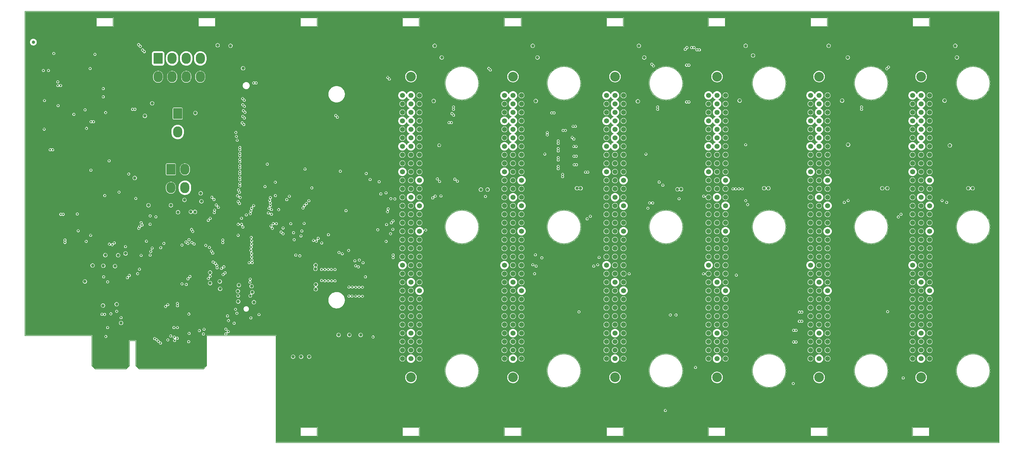
<source format=gbr>
G04 #@! TF.GenerationSoftware,KiCad,Pcbnew,6.0.7-f9a2dced07~116~ubuntu22.04.1*
G04 #@! TF.CreationDate,2023-04-06T14:06:24+01:00*
G04 #@! TF.ProjectId,hiltop_backplane_brd,68696c74-6f70-45f6-9261-636b706c616e,A*
G04 #@! TF.SameCoordinates,Original*
G04 #@! TF.FileFunction,Copper,L5,Inr*
G04 #@! TF.FilePolarity,Positive*
%FSLAX46Y46*%
G04 Gerber Fmt 4.6, Leading zero omitted, Abs format (unit mm)*
G04 Created by KiCad (PCBNEW 6.0.7-f9a2dced07~116~ubuntu22.04.1) date 2023-04-06 14:06:24*
%MOMM*%
%LPD*%
G01*
G04 APERTURE LIST*
G04 Aperture macros list*
%AMRoundRect*
0 Rectangle with rounded corners*
0 $1 Rounding radius*
0 $2 $3 $4 $5 $6 $7 $8 $9 X,Y pos of 4 corners*
0 Add a 4 corners polygon primitive as box body*
4,1,4,$2,$3,$4,$5,$6,$7,$8,$9,$2,$3,0*
0 Add four circle primitives for the rounded corners*
1,1,$1+$1,$2,$3*
1,1,$1+$1,$4,$5*
1,1,$1+$1,$6,$7*
1,1,$1+$1,$8,$9*
0 Add four rect primitives between the rounded corners*
20,1,$1+$1,$2,$3,$4,$5,0*
20,1,$1+$1,$4,$5,$6,$7,0*
20,1,$1+$1,$6,$7,$8,$9,0*
20,1,$1+$1,$8,$9,$2,$3,0*%
G04 Aperture macros list end*
G04 #@! TA.AperFunction,Profile*
%ADD10C,0.150000*%
G04 #@! TD*
G04 #@! TA.AperFunction,ComponentPad*
%ADD11C,2.900680*%
G04 #@! TD*
G04 #@! TA.AperFunction,ComponentPad*
%ADD12C,1.501140*%
G04 #@! TD*
G04 #@! TA.AperFunction,ComponentPad*
%ADD13RoundRect,0.250001X-1.099999X-1.399999X1.099999X-1.399999X1.099999X1.399999X-1.099999X1.399999X0*%
G04 #@! TD*
G04 #@! TA.AperFunction,ComponentPad*
%ADD14O,2.700000X3.300000*%
G04 #@! TD*
G04 #@! TA.AperFunction,ComponentPad*
%ADD15C,1.000000*%
G04 #@! TD*
G04 #@! TA.AperFunction,ViaPad*
%ADD16C,0.600000*%
G04 #@! TD*
G04 #@! TA.AperFunction,ViaPad*
%ADD17C,0.800000*%
G04 #@! TD*
G04 #@! TA.AperFunction,ViaPad*
%ADD18C,1.000000*%
G04 #@! TD*
G04 APERTURE END LIST*
D10*
X179840000Y-50700000D02*
G75*
G03*
X179840000Y-50700000I-5000000J0D01*
G01*
X210320000Y-50700000D02*
G75*
G03*
X210320000Y-50700000I-5000000J0D01*
G01*
X240800000Y-50700000D02*
G75*
G03*
X240800000Y-50700000I-5000000J0D01*
G01*
X210320000Y-93700000D02*
G75*
G03*
X210320000Y-93700000I-5000000J0D01*
G01*
X240800000Y-93700000D02*
G75*
G03*
X240800000Y-93700000I-5000000J0D01*
G01*
X179840000Y-136700000D02*
G75*
G03*
X179840000Y-136700000I-5000000J0D01*
G01*
X210320000Y-136700000D02*
G75*
G03*
X210320000Y-136700000I-5000000J0D01*
G01*
X240800000Y-136700000D02*
G75*
G03*
X240800000Y-136700000I-5000000J0D01*
G01*
X179840000Y-93700000D02*
G75*
G03*
X179840000Y-93700000I-5000000J0D01*
G01*
X248500000Y-31150000D02*
X248500000Y-33750000D01*
X284000000Y-33750000D02*
X284000000Y-31150000D01*
X271600000Y-136700000D02*
G75*
G03*
X271600000Y-136700000I-5000000J0D01*
G01*
X65300000Y-136200000D02*
X74500000Y-136200000D01*
X75500000Y-135200000D02*
X75500000Y-127700000D01*
X248500000Y-33750000D02*
X253500000Y-33750000D01*
X131600000Y-156250000D02*
X131600000Y-153650000D01*
X157100000Y-31150000D02*
X157100000Y-33750000D01*
X131600000Y-153650000D02*
X126600000Y-153650000D01*
X192550000Y-153650000D02*
X187550000Y-153650000D01*
X65650000Y-33750000D02*
X70650000Y-33750000D01*
X162100000Y-31150000D02*
X157100000Y-31150000D01*
X101150000Y-33750000D02*
X101150000Y-31150000D01*
X126600000Y-156250000D02*
X131600000Y-156250000D01*
X162100000Y-156250000D02*
X162100000Y-153650000D01*
X279000000Y-31150000D02*
X279000000Y-33750000D01*
X126600000Y-31150000D02*
X126600000Y-33750000D01*
X96150000Y-31150000D02*
X96150000Y-33750000D01*
X98600000Y-126200000D02*
X119300000Y-126200000D01*
X131600000Y-31150000D02*
X126600000Y-31150000D01*
X223050000Y-153650000D02*
X218050000Y-153650000D01*
X192550000Y-33750000D02*
X192550000Y-31150000D01*
X309450000Y-153650000D02*
X309450000Y-156250000D01*
X284000000Y-153650000D02*
X279000000Y-153650000D01*
X70650000Y-31150000D02*
X65650000Y-31150000D01*
X162100000Y-33750000D02*
X162100000Y-31150000D01*
X302080000Y-136700000D02*
G75*
G03*
X302080000Y-136700000I-5000000J0D01*
G01*
X309450000Y-156250000D02*
X314450000Y-156250000D01*
X284000000Y-156250000D02*
X284000000Y-153650000D01*
X248500000Y-156250000D02*
X253500000Y-156250000D01*
X157100000Y-156250000D02*
X162100000Y-156250000D01*
X248500000Y-153650000D02*
X248500000Y-156250000D01*
X218050000Y-156250000D02*
X223050000Y-156250000D01*
X218050000Y-31150000D02*
X218050000Y-33750000D01*
X162100000Y-153650000D02*
X157100000Y-153650000D01*
X332560000Y-93700000D02*
G75*
G03*
X332560000Y-93700000I-5000000J0D01*
G01*
X75500000Y-135200000D02*
X74500000Y-136200000D01*
X126600000Y-153650000D02*
X126600000Y-156250000D01*
X314450000Y-153650000D02*
X309450000Y-153650000D01*
X97600000Y-136200000D02*
X98600000Y-135200000D01*
X157100000Y-33750000D02*
X162100000Y-33750000D01*
X332560000Y-50700000D02*
G75*
G03*
X332560000Y-50700000I-5000000J0D01*
G01*
X70650000Y-33750000D02*
X70650000Y-31150000D01*
X223050000Y-156250000D02*
X223050000Y-153650000D01*
X271600000Y-50700000D02*
G75*
G03*
X271600000Y-50700000I-5000000J0D01*
G01*
X65650000Y-31150000D02*
X65650000Y-33750000D01*
X192550000Y-31150000D02*
X187550000Y-31150000D01*
X302080000Y-93700000D02*
G75*
G03*
X302080000Y-93700000I-5000000J0D01*
G01*
X187550000Y-153650000D02*
X187550000Y-156250000D01*
X44300000Y-29200000D02*
X335300000Y-29200000D01*
X131600000Y-33750000D02*
X131600000Y-31150000D01*
X96150000Y-33750000D02*
X101150000Y-33750000D01*
X187550000Y-33750000D02*
X192550000Y-33750000D01*
X64300000Y-135200000D02*
X64300000Y-126200000D01*
X314500000Y-31150000D02*
X309500000Y-31150000D01*
X218050000Y-153650000D02*
X218050000Y-156250000D01*
X271600000Y-93700000D02*
G75*
G03*
X271600000Y-93700000I-5000000J0D01*
G01*
X253500000Y-33750000D02*
X253500000Y-31150000D01*
X279000000Y-156250000D02*
X284000000Y-156250000D01*
X332560000Y-136700000D02*
G75*
G03*
X332560000Y-136700000I-5000000J0D01*
G01*
X77400000Y-135200000D02*
X78400000Y-136200000D01*
X119300000Y-136200000D02*
X119300000Y-158200000D01*
X309500000Y-31150000D02*
X309500000Y-33750000D01*
X44300000Y-126200000D02*
X44300000Y-29200000D01*
X218050000Y-33750000D02*
X223050000Y-33750000D01*
X314450000Y-156250000D02*
X314450000Y-153650000D01*
X284000000Y-31150000D02*
X279000000Y-31150000D01*
X119300000Y-126200000D02*
X119300000Y-136200000D01*
X78400000Y-136200000D02*
X97600000Y-136200000D01*
X279000000Y-153650000D02*
X279000000Y-156250000D01*
X279000000Y-33750000D02*
X284000000Y-33750000D01*
X253500000Y-153650000D02*
X248500000Y-153650000D01*
X64300000Y-135200000D02*
X65300000Y-136200000D01*
X187550000Y-156250000D02*
X192550000Y-156250000D01*
X75500000Y-127700000D02*
X77400000Y-127700000D01*
X101150000Y-31150000D02*
X96150000Y-31150000D01*
X192550000Y-156250000D02*
X192550000Y-153650000D01*
X253500000Y-31150000D02*
X248500000Y-31150000D01*
X126600000Y-33750000D02*
X131600000Y-33750000D01*
X98600000Y-135200000D02*
X98600000Y-127700000D01*
X335300000Y-29200000D02*
X335300000Y-158200000D01*
X187550000Y-31150000D02*
X187550000Y-33750000D01*
X302080000Y-50700000D02*
G75*
G03*
X302080000Y-50700000I-5000000J0D01*
G01*
X157100000Y-153650000D02*
X157100000Y-156250000D01*
X223050000Y-31150000D02*
X218050000Y-31150000D01*
X98600000Y-127700000D02*
X98600000Y-126200000D01*
X335300000Y-158200000D02*
X119300000Y-158200000D01*
X309500000Y-33750000D02*
X314500000Y-33750000D01*
X253500000Y-156250000D02*
X253500000Y-153650000D01*
X77400000Y-127700000D02*
X77400000Y-135200000D01*
X314500000Y-33750000D02*
X314500000Y-31150000D01*
X64300000Y-126200000D02*
X44300000Y-126200000D01*
X223050000Y-33750000D02*
X223050000Y-31150000D01*
D11*
X159600000Y-48703900D03*
X159600000Y-138696100D03*
D12*
X157060000Y-54330000D03*
X159600000Y-54330000D03*
X162140000Y-54330000D03*
X157060000Y-56870000D03*
X159600000Y-56870000D03*
X162140000Y-56870000D03*
X157060000Y-59410000D03*
X159600000Y-59410000D03*
X162140000Y-59410000D03*
X157060000Y-61950000D03*
X159600000Y-61950000D03*
X162140000Y-61950000D03*
X157060000Y-64490000D03*
X159600000Y-64490000D03*
X162140000Y-64490000D03*
X157060000Y-67030000D03*
X159600000Y-67030000D03*
X162140000Y-67030000D03*
X157060000Y-69570000D03*
X159600000Y-69570000D03*
X162140000Y-69570000D03*
X157060000Y-72110000D03*
X159600000Y-72110000D03*
X162140000Y-72110000D03*
X157060000Y-74650000D03*
X159600000Y-74650000D03*
X162140000Y-74650000D03*
X157060000Y-77190000D03*
X159600000Y-77190000D03*
X162140000Y-77190000D03*
X157060000Y-79730000D03*
X159600000Y-79730000D03*
X162140000Y-79730000D03*
X157060000Y-82270000D03*
X159600000Y-82270000D03*
X162140000Y-82270000D03*
X157060000Y-84810000D03*
X159600000Y-84810000D03*
X162140000Y-84810000D03*
X157060000Y-87350000D03*
X159600000Y-87350000D03*
X162140000Y-87350000D03*
X157060000Y-89890000D03*
X159600000Y-89890000D03*
X162140000Y-89890000D03*
X157060000Y-92430000D03*
X159600000Y-92430000D03*
X162140000Y-92430000D03*
X157060000Y-94970000D03*
X159600000Y-94970000D03*
X162140000Y-94970000D03*
X157060000Y-97510000D03*
X159600000Y-97510000D03*
X162140000Y-97510000D03*
X157060000Y-100050000D03*
X159600000Y-100050000D03*
X162140000Y-100050000D03*
X157060000Y-102590000D03*
X159600000Y-102590000D03*
X162140000Y-102590000D03*
X157060000Y-105130000D03*
X159600000Y-105130000D03*
X162140000Y-105130000D03*
X157060000Y-107670000D03*
X159600000Y-107670000D03*
X162140000Y-107670000D03*
X157060000Y-110210000D03*
X159600000Y-110210000D03*
X162140000Y-110210000D03*
X157060000Y-112750000D03*
X159600000Y-112750000D03*
X162140000Y-112750000D03*
X157060000Y-115290000D03*
X159600000Y-115290000D03*
X162140000Y-115290000D03*
X157060000Y-117830000D03*
X159600000Y-117830000D03*
X162140000Y-117830000D03*
X157060000Y-120370000D03*
X159600000Y-120370000D03*
X162140000Y-120370000D03*
X157060000Y-122910000D03*
X159600000Y-122910000D03*
X162140000Y-122910000D03*
X157060000Y-125450000D03*
X159600000Y-125450000D03*
X162140000Y-125450000D03*
X157060000Y-127990000D03*
X159600000Y-127990000D03*
X162140000Y-127990000D03*
X157060000Y-130530000D03*
X159600000Y-130530000D03*
X162140000Y-130530000D03*
X157060000Y-133070000D03*
X159600000Y-133070000D03*
X162140000Y-133070000D03*
D11*
X190080000Y-138696100D03*
X190080000Y-48703900D03*
D12*
X187540000Y-54330000D03*
X190080000Y-54330000D03*
X192620000Y-54330000D03*
X187540000Y-56870000D03*
X190080000Y-56870000D03*
X192620000Y-56870000D03*
X187540000Y-59410000D03*
X190080000Y-59410000D03*
X192620000Y-59410000D03*
X187540000Y-61950000D03*
X190080000Y-61950000D03*
X192620000Y-61950000D03*
X187540000Y-64490000D03*
X190080000Y-64490000D03*
X192620000Y-64490000D03*
X187540000Y-67030000D03*
X190080000Y-67030000D03*
X192620000Y-67030000D03*
X187540000Y-69570000D03*
X190080000Y-69570000D03*
X192620000Y-69570000D03*
X187540000Y-72110000D03*
X190080000Y-72110000D03*
X192620000Y-72110000D03*
X187540000Y-74650000D03*
X190080000Y-74650000D03*
X192620000Y-74650000D03*
X187540000Y-77190000D03*
X190080000Y-77190000D03*
X192620000Y-77190000D03*
X187540000Y-79730000D03*
X190080000Y-79730000D03*
X192620000Y-79730000D03*
X187540000Y-82270000D03*
X190080000Y-82270000D03*
X192620000Y-82270000D03*
X187540000Y-84810000D03*
X190080000Y-84810000D03*
X192620000Y-84810000D03*
X187540000Y-87350000D03*
X190080000Y-87350000D03*
X192620000Y-87350000D03*
X187540000Y-89890000D03*
X190080000Y-89890000D03*
X192620000Y-89890000D03*
X187540000Y-92430000D03*
X190080000Y-92430000D03*
X192620000Y-92430000D03*
X187540000Y-94970000D03*
X190080000Y-94970000D03*
X192620000Y-94970000D03*
X187540000Y-97510000D03*
X190080000Y-97510000D03*
X192620000Y-97510000D03*
X187540000Y-100050000D03*
X190080000Y-100050000D03*
X192620000Y-100050000D03*
X187540000Y-102590000D03*
X190080000Y-102590000D03*
X192620000Y-102590000D03*
X187540000Y-105130000D03*
X190080000Y-105130000D03*
X192620000Y-105130000D03*
X187540000Y-107670000D03*
X190080000Y-107670000D03*
X192620000Y-107670000D03*
X187540000Y-110210000D03*
X190080000Y-110210000D03*
X192620000Y-110210000D03*
X187540000Y-112750000D03*
X190080000Y-112750000D03*
X192620000Y-112750000D03*
X187540000Y-115290000D03*
X190080000Y-115290000D03*
X192620000Y-115290000D03*
X187540000Y-117830000D03*
X190080000Y-117830000D03*
X192620000Y-117830000D03*
X187540000Y-120370000D03*
X190080000Y-120370000D03*
X192620000Y-120370000D03*
X187540000Y-122910000D03*
X190080000Y-122910000D03*
X192620000Y-122910000D03*
X187540000Y-125450000D03*
X190080000Y-125450000D03*
X192620000Y-125450000D03*
X187540000Y-127990000D03*
X190080000Y-127990000D03*
X192620000Y-127990000D03*
X187540000Y-130530000D03*
X190080000Y-130530000D03*
X192620000Y-130530000D03*
X187540000Y-133070000D03*
X190080000Y-133070000D03*
X192620000Y-133070000D03*
D11*
X220560000Y-48703900D03*
X220560000Y-138696100D03*
D12*
X218020000Y-54330000D03*
X220560000Y-54330000D03*
X223100000Y-54330000D03*
X218020000Y-56870000D03*
X220560000Y-56870000D03*
X223100000Y-56870000D03*
X218020000Y-59410000D03*
X220560000Y-59410000D03*
X223100000Y-59410000D03*
X218020000Y-61950000D03*
X220560000Y-61950000D03*
X223100000Y-61950000D03*
X218020000Y-64490000D03*
X220560000Y-64490000D03*
X223100000Y-64490000D03*
X218020000Y-67030000D03*
X220560000Y-67030000D03*
X223100000Y-67030000D03*
X218020000Y-69570000D03*
X220560000Y-69570000D03*
X223100000Y-69570000D03*
X218020000Y-72110000D03*
X220560000Y-72110000D03*
X223100000Y-72110000D03*
X218020000Y-74650000D03*
X220560000Y-74650000D03*
X223100000Y-74650000D03*
X218020000Y-77190000D03*
X220560000Y-77190000D03*
X223100000Y-77190000D03*
X218020000Y-79730000D03*
X220560000Y-79730000D03*
X223100000Y-79730000D03*
X218020000Y-82270000D03*
X220560000Y-82270000D03*
X223100000Y-82270000D03*
X218020000Y-84810000D03*
X220560000Y-84810000D03*
X223100000Y-84810000D03*
X218020000Y-87350000D03*
X220560000Y-87350000D03*
X223100000Y-87350000D03*
X218020000Y-89890000D03*
X220560000Y-89890000D03*
X223100000Y-89890000D03*
X218020000Y-92430000D03*
X220560000Y-92430000D03*
X223100000Y-92430000D03*
X218020000Y-94970000D03*
X220560000Y-94970000D03*
X223100000Y-94970000D03*
X218020000Y-97510000D03*
X220560000Y-97510000D03*
X223100000Y-97510000D03*
X218020000Y-100050000D03*
X220560000Y-100050000D03*
X223100000Y-100050000D03*
X218020000Y-102590000D03*
X220560000Y-102590000D03*
X223100000Y-102590000D03*
X218020000Y-105130000D03*
X220560000Y-105130000D03*
X223100000Y-105130000D03*
X218020000Y-107670000D03*
X220560000Y-107670000D03*
X223100000Y-107670000D03*
X218020000Y-110210000D03*
X220560000Y-110210000D03*
X223100000Y-110210000D03*
X218020000Y-112750000D03*
X220560000Y-112750000D03*
X223100000Y-112750000D03*
X218020000Y-115290000D03*
X220560000Y-115290000D03*
X223100000Y-115290000D03*
X218020000Y-117830000D03*
X220560000Y-117830000D03*
X223100000Y-117830000D03*
X218020000Y-120370000D03*
X220560000Y-120370000D03*
X223100000Y-120370000D03*
X218020000Y-122910000D03*
X220560000Y-122910000D03*
X223100000Y-122910000D03*
X218020000Y-125450000D03*
X220560000Y-125450000D03*
X223100000Y-125450000D03*
X218020000Y-127990000D03*
X220560000Y-127990000D03*
X223100000Y-127990000D03*
X218020000Y-130530000D03*
X220560000Y-130530000D03*
X223100000Y-130530000D03*
X218020000Y-133070000D03*
X220560000Y-133070000D03*
X223100000Y-133070000D03*
D13*
X84074000Y-43268000D03*
D14*
X88274000Y-43268000D03*
X92474000Y-43268000D03*
X96674000Y-43268000D03*
X84074000Y-48768000D03*
X88274000Y-48768000D03*
X92474000Y-48768000D03*
X96674000Y-48768000D03*
D13*
X89916000Y-59778000D03*
D14*
X89916000Y-65278000D03*
D13*
X87884000Y-76454000D03*
D14*
X92084000Y-76454000D03*
X87884000Y-81954000D03*
X92084000Y-81954000D03*
D15*
X67600000Y-117200000D03*
X71700000Y-116800000D03*
X62200000Y-110000000D03*
X73000000Y-122400000D03*
X138000000Y-126000000D03*
X141200000Y-126000000D03*
X144600000Y-126000000D03*
X68300000Y-102100000D03*
X67700000Y-105300000D03*
X64500000Y-105200000D03*
X71200000Y-105400000D03*
X102600000Y-112200000D03*
X102500000Y-110000000D03*
X99600000Y-110500000D03*
X77090000Y-79040000D03*
X99600000Y-107300000D03*
X81200000Y-87200000D03*
X72130000Y-102140000D03*
X74350000Y-101620000D03*
X46800000Y-38400000D03*
X101870000Y-39340000D03*
X95200000Y-59600000D03*
X82300000Y-56700000D03*
X109460000Y-46210000D03*
X80120000Y-60470000D03*
X87900000Y-87200000D03*
X96800000Y-83600000D03*
X97010000Y-86030000D03*
X124400000Y-132500000D03*
D11*
X251040000Y-138696100D03*
X251040000Y-48703900D03*
D12*
X248500000Y-54330000D03*
X251040000Y-54330000D03*
X253580000Y-54330000D03*
X248500000Y-56870000D03*
X251040000Y-56870000D03*
X253580000Y-56870000D03*
X248500000Y-59410000D03*
X251040000Y-59410000D03*
X253580000Y-59410000D03*
X248500000Y-61950000D03*
X251040000Y-61950000D03*
X253580000Y-61950000D03*
X248500000Y-64490000D03*
X251040000Y-64490000D03*
X253580000Y-64490000D03*
X248500000Y-67030000D03*
X251040000Y-67030000D03*
X253580000Y-67030000D03*
X248500000Y-69570000D03*
X251040000Y-69570000D03*
X253580000Y-69570000D03*
X248500000Y-72110000D03*
X251040000Y-72110000D03*
X253580000Y-72110000D03*
X248500000Y-74650000D03*
X251040000Y-74650000D03*
X253580000Y-74650000D03*
X248500000Y-77190000D03*
X251040000Y-77190000D03*
X253580000Y-77190000D03*
X248500000Y-79730000D03*
X251040000Y-79730000D03*
X253580000Y-79730000D03*
X248500000Y-82270000D03*
X251040000Y-82270000D03*
X253580000Y-82270000D03*
X248500000Y-84810000D03*
X251040000Y-84810000D03*
X253580000Y-84810000D03*
X248500000Y-87350000D03*
X251040000Y-87350000D03*
X253580000Y-87350000D03*
X248500000Y-89890000D03*
X251040000Y-89890000D03*
X253580000Y-89890000D03*
X248500000Y-92430000D03*
X251040000Y-92430000D03*
X253580000Y-92430000D03*
X248500000Y-94970000D03*
X251040000Y-94970000D03*
X253580000Y-94970000D03*
X248500000Y-97510000D03*
X251040000Y-97510000D03*
X253580000Y-97510000D03*
X248500000Y-100050000D03*
X251040000Y-100050000D03*
X253580000Y-100050000D03*
X248500000Y-102590000D03*
X251040000Y-102590000D03*
X253580000Y-102590000D03*
X248500000Y-105130000D03*
X251040000Y-105130000D03*
X253580000Y-105130000D03*
X248500000Y-107670000D03*
X251040000Y-107670000D03*
X253580000Y-107670000D03*
X248500000Y-110210000D03*
X251040000Y-110210000D03*
X253580000Y-110210000D03*
X248500000Y-112750000D03*
X251040000Y-112750000D03*
X253580000Y-112750000D03*
X248500000Y-115290000D03*
X251040000Y-115290000D03*
X253580000Y-115290000D03*
X248500000Y-117830000D03*
X251040000Y-117830000D03*
X253580000Y-117830000D03*
X248500000Y-120370000D03*
X251040000Y-120370000D03*
X253580000Y-120370000D03*
X248500000Y-122910000D03*
X251040000Y-122910000D03*
X253580000Y-122910000D03*
X248500000Y-125450000D03*
X251040000Y-125450000D03*
X253580000Y-125450000D03*
X248500000Y-127990000D03*
X251040000Y-127990000D03*
X253580000Y-127990000D03*
X248500000Y-130530000D03*
X251040000Y-130530000D03*
X253580000Y-130530000D03*
X248500000Y-133070000D03*
X251040000Y-133070000D03*
X253580000Y-133070000D03*
D15*
X129200000Y-132500000D03*
D11*
X312000000Y-138696100D03*
X312000000Y-48703900D03*
D12*
X309460000Y-54330000D03*
X312000000Y-54330000D03*
X314540000Y-54330000D03*
X309460000Y-56870000D03*
X312000000Y-56870000D03*
X314540000Y-56870000D03*
X309460000Y-59410000D03*
X312000000Y-59410000D03*
X314540000Y-59410000D03*
X309460000Y-61950000D03*
X312000000Y-61950000D03*
X314540000Y-61950000D03*
X309460000Y-64490000D03*
X312000000Y-64490000D03*
X314540000Y-64490000D03*
X309460000Y-67030000D03*
X312000000Y-67030000D03*
X314540000Y-67030000D03*
X309460000Y-69570000D03*
X312000000Y-69570000D03*
X314540000Y-69570000D03*
X309460000Y-72110000D03*
X312000000Y-72110000D03*
X314540000Y-72110000D03*
X309460000Y-74650000D03*
X312000000Y-74650000D03*
X314540000Y-74650000D03*
X309460000Y-77190000D03*
X312000000Y-77190000D03*
X314540000Y-77190000D03*
X309460000Y-79730000D03*
X312000000Y-79730000D03*
X314540000Y-79730000D03*
X309460000Y-82270000D03*
X312000000Y-82270000D03*
X314540000Y-82270000D03*
X309460000Y-84810000D03*
X312000000Y-84810000D03*
X314540000Y-84810000D03*
X309460000Y-87350000D03*
X312000000Y-87350000D03*
X314540000Y-87350000D03*
X309460000Y-89890000D03*
X312000000Y-89890000D03*
X314540000Y-89890000D03*
X309460000Y-92430000D03*
X312000000Y-92430000D03*
X314540000Y-92430000D03*
X309460000Y-94970000D03*
X312000000Y-94970000D03*
X314540000Y-94970000D03*
X309460000Y-97510000D03*
X312000000Y-97510000D03*
X314540000Y-97510000D03*
X309460000Y-100050000D03*
X312000000Y-100050000D03*
X314540000Y-100050000D03*
X309460000Y-102590000D03*
X312000000Y-102590000D03*
X314540000Y-102590000D03*
X309460000Y-105130000D03*
X312000000Y-105130000D03*
X314540000Y-105130000D03*
X309460000Y-107670000D03*
X312000000Y-107670000D03*
X314540000Y-107670000D03*
X309460000Y-110210000D03*
X312000000Y-110210000D03*
X314540000Y-110210000D03*
X309460000Y-112750000D03*
X312000000Y-112750000D03*
X314540000Y-112750000D03*
X309460000Y-115290000D03*
X312000000Y-115290000D03*
X314540000Y-115290000D03*
X309460000Y-117830000D03*
X312000000Y-117830000D03*
X314540000Y-117830000D03*
X309460000Y-120370000D03*
X312000000Y-120370000D03*
X314540000Y-120370000D03*
X309460000Y-122910000D03*
X312000000Y-122910000D03*
X314540000Y-122910000D03*
X309460000Y-125450000D03*
X312000000Y-125450000D03*
X314540000Y-125450000D03*
X309460000Y-127990000D03*
X312000000Y-127990000D03*
X314540000Y-127990000D03*
X309460000Y-130530000D03*
X312000000Y-130530000D03*
X314540000Y-130530000D03*
X309460000Y-133070000D03*
X312000000Y-133070000D03*
X314540000Y-133070000D03*
D11*
X281520000Y-138696100D03*
X281520000Y-48703900D03*
D12*
X278980000Y-54330000D03*
X281520000Y-54330000D03*
X284060000Y-54330000D03*
X278980000Y-56870000D03*
X281520000Y-56870000D03*
X284060000Y-56870000D03*
X278980000Y-59410000D03*
X281520000Y-59410000D03*
X284060000Y-59410000D03*
X278980000Y-61950000D03*
X281520000Y-61950000D03*
X284060000Y-61950000D03*
X278980000Y-64490000D03*
X281520000Y-64490000D03*
X284060000Y-64490000D03*
X278980000Y-67030000D03*
X281520000Y-67030000D03*
X284060000Y-67030000D03*
X278980000Y-69570000D03*
X281520000Y-69570000D03*
X284060000Y-69570000D03*
X278980000Y-72110000D03*
X281520000Y-72110000D03*
X284060000Y-72110000D03*
X278980000Y-74650000D03*
X281520000Y-74650000D03*
X284060000Y-74650000D03*
X278980000Y-77190000D03*
X281520000Y-77190000D03*
X284060000Y-77190000D03*
X278980000Y-79730000D03*
X281520000Y-79730000D03*
X284060000Y-79730000D03*
X278980000Y-82270000D03*
X281520000Y-82270000D03*
X284060000Y-82270000D03*
X278980000Y-84810000D03*
X281520000Y-84810000D03*
X284060000Y-84810000D03*
X278980000Y-87350000D03*
X281520000Y-87350000D03*
X284060000Y-87350000D03*
X278980000Y-89890000D03*
X281520000Y-89890000D03*
X284060000Y-89890000D03*
X278980000Y-92430000D03*
X281520000Y-92430000D03*
X284060000Y-92430000D03*
X278980000Y-94970000D03*
X281520000Y-94970000D03*
X284060000Y-94970000D03*
X278980000Y-97510000D03*
X281520000Y-97510000D03*
X284060000Y-97510000D03*
X278980000Y-100050000D03*
X281520000Y-100050000D03*
X284060000Y-100050000D03*
X278980000Y-102590000D03*
X281520000Y-102590000D03*
X284060000Y-102590000D03*
X278980000Y-105130000D03*
X281520000Y-105130000D03*
X284060000Y-105130000D03*
X278980000Y-107670000D03*
X281520000Y-107670000D03*
X284060000Y-107670000D03*
X278980000Y-110210000D03*
X281520000Y-110210000D03*
X284060000Y-110210000D03*
X278980000Y-112750000D03*
X281520000Y-112750000D03*
X284060000Y-112750000D03*
X278980000Y-115290000D03*
X281520000Y-115290000D03*
X284060000Y-115290000D03*
X278980000Y-117830000D03*
X281520000Y-117830000D03*
X284060000Y-117830000D03*
X278980000Y-120370000D03*
X281520000Y-120370000D03*
X284060000Y-120370000D03*
X278980000Y-122910000D03*
X281520000Y-122910000D03*
X284060000Y-122910000D03*
X278980000Y-125450000D03*
X281520000Y-125450000D03*
X284060000Y-125450000D03*
X278980000Y-127990000D03*
X281520000Y-127990000D03*
X284060000Y-127990000D03*
X278980000Y-130530000D03*
X281520000Y-130530000D03*
X284060000Y-130530000D03*
X278980000Y-133070000D03*
X281520000Y-133070000D03*
X284060000Y-133070000D03*
D15*
X126800000Y-132500000D03*
D16*
X82500000Y-32500000D03*
X72500000Y-32500000D03*
X62500000Y-32500000D03*
X92500000Y-32500000D03*
X102500000Y-32500000D03*
X112500000Y-32500000D03*
X125000000Y-32500000D03*
X135000000Y-32500000D03*
X145000000Y-32500000D03*
X155000000Y-32500000D03*
X165000000Y-32500000D03*
X175000000Y-32500000D03*
X185000000Y-32500000D03*
X195000000Y-32500000D03*
X215000000Y-32500000D03*
X205000000Y-32500000D03*
X236000000Y-32000000D03*
X232500000Y-77500000D03*
X240000000Y-77500000D03*
X232350000Y-142940000D03*
X240000000Y-142500000D03*
X247000000Y-155000000D03*
X225000000Y-155000000D03*
X236000000Y-155000000D03*
X215000000Y-155000000D03*
X195000000Y-155000000D03*
X205000000Y-155000000D03*
X185000000Y-155000000D03*
X165000000Y-155000000D03*
X177500000Y-155000000D03*
X152500000Y-155000000D03*
X132500000Y-155000000D03*
X142500000Y-155000000D03*
X122500000Y-155000000D03*
X122200000Y-129000000D03*
X142500000Y-140000000D03*
X122500000Y-140000000D03*
X60000000Y-120000000D03*
X65070000Y-119100000D03*
X60000000Y-125000000D03*
X52500000Y-125000000D03*
X47500000Y-125000000D03*
X47500000Y-117500000D03*
X47500000Y-110000000D03*
X47500000Y-100000000D03*
X47500000Y-82500000D03*
X47500000Y-72500000D03*
X47500000Y-65000000D03*
X47500000Y-57500000D03*
X45000000Y-57500000D03*
X45000000Y-65000000D03*
X45000000Y-82500000D03*
X45000000Y-100000000D03*
X57500000Y-117500000D03*
X60000000Y-107500000D03*
X55000000Y-100000000D03*
X47500000Y-80000000D03*
X102500000Y-62500000D03*
X85000000Y-62500000D03*
X85000000Y-70000000D03*
X92500000Y-70000000D03*
X84600000Y-87600000D03*
X97900000Y-81700000D03*
X170000000Y-97500000D03*
X167500000Y-92500000D03*
X202400000Y-66700000D03*
X210000000Y-75000000D03*
X170000000Y-75000000D03*
X180000000Y-97500000D03*
X170000000Y-105000000D03*
X180000000Y-105000000D03*
X182500000Y-115000000D03*
X200000000Y-110000000D03*
X212500000Y-110000000D03*
X200000000Y-132500000D03*
X200000000Y-140000000D03*
X217500000Y-142500000D03*
X225000000Y-142500000D03*
X167500000Y-142500000D03*
X102500000Y-70000000D03*
X75000000Y-67500000D03*
X61976000Y-53086000D03*
X60506000Y-51616000D03*
X63446000Y-51616000D03*
X60506000Y-54556000D03*
X63446000Y-54556000D03*
X69450000Y-89770000D03*
X75000000Y-89770000D03*
X69450000Y-95650000D03*
X75000000Y-95650000D03*
X54600000Y-97380000D03*
X179900000Y-142390000D03*
X181490000Y-145230000D03*
X186060000Y-142030000D03*
X72390000Y-92710000D03*
X51400000Y-42600000D03*
X75350000Y-81110000D03*
X104750000Y-87370000D03*
X92057984Y-127242016D03*
X104670000Y-80350000D03*
X116900000Y-101900000D03*
X116110000Y-102050000D03*
X91600000Y-113800000D03*
D17*
X128800000Y-115800000D03*
D16*
X123900000Y-102000000D03*
X277000000Y-155000000D03*
X297000000Y-155000000D03*
X277300000Y-81800000D03*
X112600000Y-71900000D03*
X295000000Y-114800000D03*
X49200000Y-54400000D03*
X149200000Y-97200000D03*
X126000000Y-68600000D03*
X80000000Y-96550000D03*
X104740000Y-85570000D03*
X67175000Y-84000000D03*
X111600000Y-76500000D03*
X110400000Y-99900000D03*
X208400000Y-119000000D03*
X148200000Y-112400000D03*
X325000000Y-32000000D03*
X104670000Y-74940000D03*
X110400000Y-103500000D03*
X225000000Y-32000000D03*
X78080000Y-95480000D03*
X317000000Y-155000000D03*
X94155191Y-128113421D03*
X74980000Y-87270000D03*
X112970000Y-60920000D03*
X305800000Y-83200000D03*
X305000000Y-68000000D03*
X111400000Y-74700000D03*
X73020000Y-85550000D03*
X50000000Y-51400000D03*
X90190000Y-128119986D03*
X62080000Y-86090000D03*
X64490000Y-47550000D03*
X117300000Y-104624500D03*
X111600000Y-72700000D03*
X116400000Y-99924501D03*
X241000000Y-90000000D03*
X104030000Y-56780000D03*
X63220000Y-90270000D03*
X104700000Y-71150000D03*
X72330000Y-73910000D03*
X203800000Y-122899500D03*
X212368761Y-117368761D03*
X290800000Y-115600000D03*
X181000000Y-45000000D03*
X112780006Y-112300010D03*
X278000000Y-32000000D03*
X110400000Y-98200000D03*
X78910000Y-91070000D03*
D17*
X132400000Y-111800000D03*
D16*
X267000000Y-32000000D03*
X104600000Y-91000000D03*
X98124980Y-127902103D03*
X111699998Y-115200000D03*
X59200000Y-42800000D03*
X116094000Y-89486000D03*
X104730000Y-69390000D03*
X296800000Y-122800000D03*
X65500000Y-66110000D03*
X296000000Y-65000000D03*
X70600000Y-65400000D03*
X104580000Y-92880000D03*
X62820000Y-66380000D03*
X104760000Y-107160000D03*
X62230000Y-82880000D03*
X333000000Y-155000000D03*
X104040000Y-58600000D03*
X112682461Y-114100022D03*
X63980000Y-125060000D03*
X308000000Y-155000000D03*
X104620000Y-96300000D03*
X71600000Y-60600000D03*
X70220000Y-128240000D03*
X333000000Y-119000000D03*
X116422375Y-92972375D03*
X101200000Y-124800000D03*
X290000000Y-92600000D03*
X104040000Y-60350000D03*
X116000000Y-110100000D03*
X116003998Y-87686000D03*
X255000000Y-155000000D03*
X119600000Y-96574500D03*
X72950000Y-98170000D03*
X66790000Y-93485010D03*
X67440000Y-128220000D03*
X113400000Y-46400000D03*
X308000000Y-32000000D03*
X65420000Y-86210000D03*
X104070000Y-62180000D03*
X333000000Y-61000000D03*
X47500000Y-32500000D03*
X115996000Y-84086000D03*
X56000000Y-74600000D03*
X104800000Y-115000000D03*
X305200000Y-49800000D03*
X50800000Y-57400000D03*
X104670000Y-76570000D03*
X104680000Y-72670000D03*
X285000000Y-32000000D03*
X61700000Y-64200000D03*
X333000000Y-140000000D03*
X333000000Y-76000000D03*
X199000000Y-93600000D03*
X211000000Y-85000000D03*
X104700000Y-112000000D03*
X205200000Y-123000000D03*
X284400000Y-50800000D03*
X112900000Y-84700000D03*
X202400000Y-123000000D03*
X104700000Y-113600000D03*
X235800000Y-115200000D03*
X71150000Y-46050000D03*
X316000000Y-32000000D03*
X73240000Y-128180000D03*
X81674990Y-129100000D03*
X259800000Y-94000000D03*
X247000000Y-32000000D03*
X286000000Y-81000000D03*
X104080000Y-63930000D03*
X109800000Y-120800000D03*
X300200000Y-119200000D03*
X333000000Y-44000000D03*
X103800000Y-93300000D03*
X153200000Y-46200000D03*
X295600000Y-122800500D03*
X70357994Y-101697994D03*
X104670000Y-105330000D03*
X228400000Y-93600000D03*
X70600000Y-51800000D03*
X58300000Y-62700000D03*
X333000000Y-32000000D03*
X104680000Y-81950000D03*
X116100000Y-94800000D03*
X183400000Y-52000000D03*
X303200000Y-115000000D03*
X203110000Y-114860000D03*
X107820000Y-109650000D03*
X224400000Y-49800000D03*
X104730000Y-78320000D03*
X63080000Y-96190000D03*
X70130000Y-70460000D03*
X87194635Y-128129546D03*
X74500000Y-128040000D03*
X110780000Y-56190000D03*
X293800000Y-122800000D03*
X116046000Y-85886000D03*
X117100000Y-70000000D03*
X256000000Y-49000000D03*
X266000000Y-155000000D03*
X75434429Y-86354990D03*
X116850000Y-91250000D03*
X114860000Y-52740000D03*
X112990000Y-64290000D03*
X104700000Y-83800000D03*
X70500000Y-54800000D03*
X201800000Y-56200000D03*
X83751002Y-128491136D03*
X138000000Y-50000000D03*
X150400000Y-132000000D03*
X67490000Y-88240000D03*
X112940000Y-59070000D03*
X67710000Y-70190000D03*
X99100000Y-102250000D03*
X66740000Y-96900000D03*
X124200000Y-86600000D03*
X104050000Y-54430000D03*
X264200000Y-115800000D03*
X112600000Y-81900000D03*
X301800000Y-89600000D03*
X66310000Y-95470000D03*
X63420000Y-83120000D03*
X136000000Y-123400000D03*
X54400000Y-83600000D03*
X271400000Y-45200000D03*
X104590000Y-89130000D03*
X116090000Y-103875000D03*
X270700000Y-98500000D03*
X212000000Y-94000000D03*
X200000000Y-46400000D03*
X110400000Y-101800000D03*
X286000000Y-155000000D03*
X116090000Y-71440000D03*
X333000000Y-98000000D03*
X143000000Y-89000000D03*
X255000000Y-32000000D03*
X65860000Y-94260000D03*
X72200000Y-65400000D03*
X297000000Y-32000000D03*
X112960000Y-62790000D03*
X265600000Y-64600000D03*
X75650000Y-101090000D03*
X90940000Y-119680000D03*
X237000000Y-62000000D03*
X69530795Y-98826672D03*
X71000000Y-98469994D03*
X54940000Y-51390000D03*
X51308000Y-46880000D03*
X63920000Y-96190000D03*
X68130000Y-84290000D03*
X81675000Y-92874990D03*
X70347869Y-99003359D03*
X80580000Y-97960000D03*
X72400000Y-83260000D03*
X74320000Y-99570000D03*
X81696239Y-90363761D03*
X64050000Y-62200000D03*
X56250000Y-97600000D03*
X64750000Y-62200000D03*
X56250000Y-98300000D03*
X52550000Y-70600000D03*
X55015775Y-89916020D03*
X55715775Y-89916020D03*
X51850000Y-70600000D03*
X49784000Y-46880000D03*
X54130000Y-51400000D03*
X86275021Y-117485578D03*
X152150000Y-83475500D03*
X259600000Y-85800000D03*
X290214430Y-85785570D03*
X89876628Y-117269949D03*
X318285570Y-85785570D03*
X101450000Y-87100000D03*
X166100000Y-85000000D03*
X319650000Y-86350000D03*
X289050000Y-86350000D03*
X86995807Y-116934461D03*
X102080000Y-87800000D03*
X150600000Y-83800000D03*
X260200000Y-87000000D03*
X89831810Y-116571373D03*
X99043760Y-91713762D03*
X154270000Y-91870000D03*
X305200000Y-90700000D03*
X212233750Y-91266250D03*
X89870000Y-123790000D03*
X306000000Y-89900000D03*
X88790000Y-123780000D03*
X99647778Y-91109744D03*
X213200000Y-90500000D03*
X79947488Y-41247488D03*
X243450000Y-40027356D03*
X79452512Y-40752512D03*
X244150000Y-40027356D03*
X78747488Y-39647488D03*
X245050000Y-40700500D03*
X245750000Y-40700500D03*
X78252512Y-39152512D03*
X68985009Y-123783744D03*
X105045105Y-124987583D03*
X111800000Y-120900000D03*
X106800000Y-122500000D03*
X237100000Y-120000500D03*
X104311799Y-124254277D03*
X73025042Y-120825042D03*
X238800000Y-120000500D03*
X107600000Y-119500000D03*
X104300000Y-125700000D03*
X148300000Y-126600000D03*
X104800000Y-120300000D03*
X68459999Y-126440000D03*
X235600000Y-148600000D03*
X69955000Y-119655000D03*
X105103737Y-121689992D03*
X107200000Y-118311915D03*
X71700000Y-118900009D03*
X114200000Y-119900000D03*
X94825010Y-98769359D03*
X94130000Y-98340000D03*
X93200002Y-128000000D03*
X89800365Y-126963620D03*
X94413625Y-95024099D03*
X88898304Y-126632505D03*
X153740000Y-92460000D03*
X94051537Y-94425008D03*
X88991781Y-127674516D03*
X100870000Y-89410000D03*
X100930000Y-88650000D03*
X87846752Y-126295045D03*
X100790000Y-85500000D03*
X86966752Y-127459629D03*
X147400000Y-79500000D03*
X166850000Y-84450000D03*
X168561693Y-84419937D03*
X100130000Y-84820000D03*
X168150000Y-80100000D03*
X146250000Y-77700000D03*
X173500000Y-80000000D03*
X84801013Y-128438481D03*
X172700000Y-79400000D03*
X84174968Y-127901453D03*
X107700000Y-67750000D03*
X167500000Y-79300000D03*
X107450000Y-66600000D03*
X83649958Y-127424357D03*
X107300000Y-65400000D03*
X83034191Y-127091420D03*
X146019997Y-108604990D03*
X67300000Y-119810000D03*
X68100000Y-119850000D03*
D18*
X91948000Y-85598000D03*
D16*
X67700000Y-52300000D03*
X259600000Y-69100000D03*
X50140000Y-55890000D03*
D18*
X290200000Y-69100000D03*
D17*
X168045000Y-69245000D03*
D16*
X54210000Y-57400000D03*
X199600000Y-71900000D03*
X58900000Y-60000000D03*
D18*
X320600000Y-69300000D03*
D16*
X62250000Y-58650000D03*
X62600000Y-98010000D03*
X93270000Y-119740000D03*
X63990000Y-76700000D03*
X302000000Y-119000000D03*
X229800000Y-71900000D03*
D18*
X131170000Y-112290000D03*
D16*
X63760000Y-46300000D03*
X52899998Y-41776500D03*
X54098761Y-50261239D03*
X83410000Y-90650000D03*
X65200000Y-42050000D03*
X93350000Y-125520000D03*
X68390000Y-59460000D03*
X67700000Y-54749500D03*
X209800000Y-119074500D03*
X60198000Y-94842000D03*
X59930000Y-89800000D03*
X75300000Y-77850000D03*
X69460000Y-73910000D03*
X50050000Y-64450000D03*
X77396239Y-85153761D03*
X62700000Y-64200000D03*
D18*
X90020000Y-89270000D03*
X131200000Y-110900000D03*
X131140000Y-105125010D03*
X95095000Y-89175000D03*
X93860000Y-89150002D03*
X131078699Y-106223312D03*
X288400000Y-55900000D03*
X319000000Y-55900000D03*
X196900000Y-56000000D03*
X257800000Y-55900000D03*
X166400000Y-56000000D03*
X227400000Y-56100000D03*
X196000000Y-39500000D03*
X166700000Y-39500000D03*
X322200000Y-39500000D03*
X259600000Y-39500000D03*
X105700000Y-39500000D03*
X227699998Y-39500000D03*
X284400000Y-39500000D03*
X290100000Y-43000000D03*
X197400000Y-43000000D03*
X229300000Y-43000000D03*
X261800000Y-42400500D03*
X168800000Y-43000000D03*
X322700000Y-43000000D03*
X301894500Y-82105500D03*
X240300000Y-82400000D03*
X239223000Y-82423000D03*
X182500000Y-82500000D03*
X266394500Y-82105500D03*
X180500000Y-82500000D03*
X209194500Y-82105500D03*
X326105500Y-82105500D03*
X265105500Y-82105500D03*
X210280000Y-82100000D03*
X327394500Y-82105500D03*
X300394500Y-82105500D03*
D17*
X108000000Y-114300000D03*
X111600000Y-114300000D03*
D18*
X112700000Y-116200000D03*
X108000000Y-116000000D03*
X108200000Y-111100000D03*
X112000000Y-111400000D03*
X107900000Y-112900000D03*
X112200012Y-113200012D03*
D16*
X112000000Y-102600000D03*
X126400000Y-102300000D03*
X134944585Y-96002108D03*
X142100000Y-111685000D03*
X141100000Y-111685000D03*
X154300000Y-102064990D03*
X112000000Y-101600000D03*
X139100000Y-101700000D03*
X136900000Y-106400000D03*
X111800000Y-100700000D03*
X138094990Y-101305010D03*
X111900000Y-99700000D03*
X135800000Y-106400000D03*
X141000000Y-100700000D03*
X142833977Y-103798069D03*
X112100000Y-103600000D03*
X143100000Y-105300000D03*
X143100000Y-111700000D03*
X112200000Y-104400000D03*
X145300000Y-104400000D03*
X144100000Y-111715000D03*
X111300000Y-104400000D03*
X143900000Y-105644990D03*
X145100000Y-111715000D03*
X144169364Y-103573113D03*
X112650000Y-50600000D03*
X183347488Y-46747488D03*
X232047488Y-45496988D03*
X294200000Y-57790000D03*
X172300000Y-57790000D03*
X233300000Y-57790000D03*
X301752512Y-46347488D03*
X172300000Y-58490000D03*
X231552512Y-45002012D03*
X113350000Y-50600000D03*
X302247488Y-45852512D03*
X294200000Y-58490000D03*
X182852512Y-46252512D03*
X233300000Y-58490000D03*
X153147488Y-49447488D03*
X109817488Y-55777488D03*
X152652512Y-48952512D03*
X109322512Y-55282512D03*
X109857488Y-57607488D03*
X137647488Y-60847488D03*
X137152512Y-60352512D03*
X109362512Y-57112512D03*
X112000000Y-98800000D03*
X224800000Y-107700000D03*
X132968731Y-98484833D03*
X256800000Y-108100000D03*
X196530000Y-107670000D03*
X247000000Y-107700000D03*
X134900000Y-106400000D03*
X133900000Y-106400000D03*
X112000000Y-97800000D03*
X131366099Y-97920246D03*
X130487518Y-97725010D03*
X111900000Y-96800000D03*
X132900000Y-106400000D03*
X138500000Y-77000000D03*
X116700000Y-74900000D03*
X154300000Y-102875989D03*
X125200000Y-102100000D03*
X126736817Y-96366043D03*
X152200000Y-98000000D03*
X153500000Y-95700000D03*
X126999980Y-94900024D03*
X152301710Y-92969736D03*
X127712288Y-92638258D03*
X127373003Y-88000000D03*
X152600000Y-89100000D03*
X152797137Y-88285685D03*
X127800000Y-87300000D03*
X128400000Y-86700000D03*
X181850000Y-84550000D03*
X129100000Y-85849929D03*
X127978193Y-76378191D03*
X170980000Y-62470000D03*
X109372512Y-60612512D03*
X109867488Y-61107488D03*
X171680000Y-62470000D03*
X171852512Y-59752512D03*
X109542512Y-58892512D03*
X172347488Y-60247488D03*
X110037488Y-59387488D03*
X109687488Y-63047488D03*
X202350000Y-59560000D03*
X109192512Y-62552512D03*
X201650000Y-59560000D03*
X108500000Y-70600000D03*
X208750000Y-63600000D03*
X108500000Y-69900000D03*
X208050000Y-63600000D03*
X123300000Y-84500000D03*
X154800000Y-85300000D03*
X153600000Y-85200000D03*
X122500000Y-85500000D03*
X150100000Y-80150000D03*
X119092628Y-80307372D03*
X154200000Y-94400000D03*
X124524500Y-95400000D03*
X123700000Y-92700000D03*
X164000000Y-94600000D03*
X131900000Y-97100045D03*
X214200000Y-105400000D03*
X197000000Y-105400000D03*
X124713179Y-97499774D03*
X196000000Y-105000000D03*
X140200000Y-88800000D03*
X120100000Y-88500000D03*
X215400000Y-105000000D03*
X130000000Y-82000000D03*
X198700000Y-102900000D03*
X116000000Y-81600000D03*
X215800000Y-102800000D03*
X119100000Y-84300000D03*
X149684018Y-94524979D03*
X196800000Y-102030011D03*
X121400000Y-94000000D03*
X103400000Y-97600000D03*
X85800000Y-98600000D03*
X132900000Y-109700000D03*
X84874990Y-99902963D03*
X103400000Y-98400000D03*
X133900000Y-109800000D03*
X98300000Y-99200000D03*
X82300000Y-100000000D03*
X134900000Y-109800000D03*
X81900000Y-101000000D03*
X135900000Y-109800000D03*
X99400000Y-99800000D03*
X100000000Y-100900000D03*
X136900000Y-109800000D03*
X81700000Y-102100000D03*
X79000000Y-102200000D03*
X100400000Y-101500000D03*
X141100000Y-114385000D03*
X142000000Y-114385000D03*
X100497037Y-104174990D03*
X78500000Y-106325010D03*
X77954001Y-107654001D03*
X101167701Y-104574990D03*
X143100000Y-114400000D03*
X101613055Y-105226110D03*
X144100000Y-114415000D03*
X75490000Y-108190000D03*
X74900000Y-108874990D03*
X101702627Y-105920368D03*
X145100000Y-114415000D03*
X103700000Y-105600000D03*
X103000000Y-106100000D03*
X104100000Y-107400000D03*
X67800000Y-108600000D03*
X103500000Y-107900000D03*
X69000000Y-110100000D03*
X78613055Y-93485010D03*
X92400000Y-98200000D03*
X92500000Y-110900000D03*
X111600000Y-109300000D03*
X93600001Y-108528102D03*
X79000000Y-92400000D03*
X99640107Y-108414153D03*
X93300000Y-97500000D03*
X91200000Y-99100000D03*
X91200000Y-110700000D03*
X78295497Y-94108847D03*
X111500000Y-110200000D03*
X93000000Y-109200000D03*
X92974990Y-98600000D03*
X99100000Y-109100000D03*
X79300000Y-93100000D03*
X96400000Y-124700000D03*
X244600000Y-135700000D03*
X273800000Y-140500000D03*
X97800000Y-124300000D03*
X306650000Y-138850000D03*
X97600000Y-125700000D03*
X205750000Y-64800000D03*
X200337520Y-66149806D03*
X108500000Y-72400000D03*
X205050000Y-64800000D03*
X108500000Y-71700000D03*
X200337520Y-65449806D03*
X203600000Y-68650000D03*
X208260261Y-67392876D03*
X108500000Y-74200000D03*
X203600000Y-67950000D03*
X108463363Y-73466093D03*
X207765285Y-66897900D03*
X203600000Y-70950000D03*
X108500000Y-76000000D03*
X208950000Y-69612595D03*
X108500000Y-75300000D03*
X203600000Y-70250000D03*
X208250000Y-69612595D03*
X108500000Y-77800000D03*
X203600000Y-73650000D03*
X208992389Y-72526676D03*
X203600000Y-72950000D03*
X208292389Y-72526676D03*
X108500000Y-77100000D03*
X209071496Y-75071680D03*
X203600000Y-76250000D03*
X108500000Y-79600000D03*
X203600000Y-75550000D03*
X208371496Y-75071680D03*
X108500000Y-78900000D03*
X204900000Y-78650000D03*
X212450000Y-77300000D03*
X108500000Y-81400000D03*
X211750000Y-77300000D03*
X108500000Y-80700000D03*
X204900000Y-77950000D03*
X108100000Y-82600000D03*
X108399884Y-83307833D03*
X107800000Y-84350000D03*
X231800000Y-86500000D03*
X117600000Y-84900000D03*
X233750000Y-80250000D03*
X108598436Y-84868913D03*
X230902672Y-86474307D03*
X234850000Y-81200000D03*
X117400000Y-85700000D03*
X108000000Y-86100000D03*
X247050000Y-84475500D03*
X239700000Y-85261070D03*
X230378688Y-88081718D03*
X117600000Y-86500000D03*
X108400000Y-86700000D03*
X117600000Y-87300000D03*
X112600000Y-87300000D03*
X117200000Y-88100000D03*
X112000000Y-88100000D03*
X117925500Y-88479500D03*
X111800000Y-88900000D03*
X117000000Y-89500000D03*
X111600000Y-89700000D03*
X117925500Y-89884394D03*
X110408628Y-90076872D03*
X119400000Y-92700000D03*
X109000000Y-91100000D03*
X118500000Y-92700000D03*
X108000000Y-92900000D03*
X117800000Y-93400000D03*
X255800000Y-82300000D03*
X109000000Y-92900000D03*
X256600000Y-82300000D03*
X118200000Y-94100000D03*
X109400000Y-93700000D03*
X257600000Y-82300000D03*
X120800000Y-95200000D03*
X108000000Y-96199512D03*
X258600000Y-82300000D03*
X121400000Y-95700000D03*
X274650000Y-128100000D03*
X273950000Y-124600000D03*
X274650000Y-124600000D03*
X273950000Y-128100000D03*
X276350000Y-121900000D03*
X275668150Y-119148070D03*
X275650000Y-121900000D03*
X276368150Y-119148070D03*
X241950000Y-45299500D03*
X241552512Y-40547488D03*
X77150000Y-58500000D03*
X241950000Y-56300000D03*
X242047488Y-40052512D03*
X242650000Y-45299500D03*
X242650000Y-56300000D03*
X76450000Y-58500000D03*
G04 #@! TA.AperFunction,Conductor*
G36*
X335114621Y-29347502D02*
G01*
X335161114Y-29401158D01*
X335172500Y-29453500D01*
X335172500Y-157946500D01*
X335152498Y-158014621D01*
X335098842Y-158061114D01*
X335046500Y-158072500D01*
X119553500Y-158072500D01*
X119485379Y-158052498D01*
X119438886Y-157998842D01*
X119427500Y-157946500D01*
X119427500Y-156268723D01*
X126468443Y-156268723D01*
X126475934Y-156285198D01*
X126475934Y-156285199D01*
X126476495Y-156286432D01*
X126482700Y-156303118D01*
X126483082Y-156304420D01*
X126488178Y-156321789D01*
X126495432Y-156328084D01*
X126499408Y-156336828D01*
X126514614Y-156346647D01*
X126515756Y-156347385D01*
X126529980Y-156358064D01*
X126531009Y-156358957D01*
X126531010Y-156358958D01*
X126544683Y-156370822D01*
X126554189Y-156372200D01*
X126562259Y-156377411D01*
X126562873Y-156377500D01*
X126581656Y-156377500D01*
X126599736Y-156378804D01*
X126600810Y-156378960D01*
X126600811Y-156378960D01*
X126618723Y-156381557D01*
X126623070Y-156379581D01*
X126627646Y-156380245D01*
X126627646Y-156377500D01*
X131581656Y-156377500D01*
X131599736Y-156378804D01*
X131600810Y-156378960D01*
X131600811Y-156378960D01*
X131618723Y-156381557D01*
X131636435Y-156373504D01*
X131653118Y-156367300D01*
X131654420Y-156366918D01*
X131654421Y-156366917D01*
X131671789Y-156361822D01*
X131678084Y-156354568D01*
X131686828Y-156350592D01*
X131696647Y-156335386D01*
X131697385Y-156334244D01*
X131708064Y-156320020D01*
X131708957Y-156318991D01*
X131708958Y-156318990D01*
X131720822Y-156305317D01*
X131722200Y-156295811D01*
X131727411Y-156287741D01*
X131727500Y-156287127D01*
X131727500Y-156268723D01*
X156968443Y-156268723D01*
X156975934Y-156285198D01*
X156975934Y-156285199D01*
X156976495Y-156286432D01*
X156982700Y-156303118D01*
X156983082Y-156304420D01*
X156988178Y-156321789D01*
X156995432Y-156328084D01*
X156999408Y-156336828D01*
X157014614Y-156346647D01*
X157015756Y-156347385D01*
X157029980Y-156358064D01*
X157031009Y-156358957D01*
X157031010Y-156358958D01*
X157044683Y-156370822D01*
X157054189Y-156372200D01*
X157062259Y-156377411D01*
X157062873Y-156377500D01*
X157081656Y-156377500D01*
X157099736Y-156378804D01*
X157100810Y-156378960D01*
X157100811Y-156378960D01*
X157118723Y-156381557D01*
X157123070Y-156379581D01*
X157127646Y-156380245D01*
X157127646Y-156377500D01*
X162081656Y-156377500D01*
X162099736Y-156378804D01*
X162100810Y-156378960D01*
X162100811Y-156378960D01*
X162118723Y-156381557D01*
X162136435Y-156373504D01*
X162153118Y-156367300D01*
X162154420Y-156366918D01*
X162154421Y-156366917D01*
X162171789Y-156361822D01*
X162178084Y-156354568D01*
X162186828Y-156350592D01*
X162196647Y-156335386D01*
X162197385Y-156334244D01*
X162208064Y-156320020D01*
X162208957Y-156318991D01*
X162208958Y-156318990D01*
X162220822Y-156305317D01*
X162222200Y-156295811D01*
X162227411Y-156287741D01*
X162227500Y-156287127D01*
X162227500Y-156268723D01*
X187418443Y-156268723D01*
X187425934Y-156285198D01*
X187425934Y-156285199D01*
X187426495Y-156286432D01*
X187432700Y-156303118D01*
X187433082Y-156304420D01*
X187438178Y-156321789D01*
X187445432Y-156328084D01*
X187449408Y-156336828D01*
X187464614Y-156346647D01*
X187465756Y-156347385D01*
X187479980Y-156358064D01*
X187481009Y-156358957D01*
X187481010Y-156358958D01*
X187494683Y-156370822D01*
X187504189Y-156372200D01*
X187512259Y-156377411D01*
X187512873Y-156377500D01*
X187531656Y-156377500D01*
X187549736Y-156378804D01*
X187550810Y-156378960D01*
X187550811Y-156378960D01*
X187568723Y-156381557D01*
X187573070Y-156379581D01*
X187577646Y-156380245D01*
X187577646Y-156377500D01*
X192531656Y-156377500D01*
X192549736Y-156378804D01*
X192550810Y-156378960D01*
X192550811Y-156378960D01*
X192568723Y-156381557D01*
X192586435Y-156373504D01*
X192603118Y-156367300D01*
X192604420Y-156366918D01*
X192604421Y-156366917D01*
X192621789Y-156361822D01*
X192628084Y-156354568D01*
X192636828Y-156350592D01*
X192646647Y-156335386D01*
X192647385Y-156334244D01*
X192658064Y-156320020D01*
X192658957Y-156318991D01*
X192658958Y-156318990D01*
X192670822Y-156305317D01*
X192672200Y-156295811D01*
X192677411Y-156287741D01*
X192677500Y-156287127D01*
X192677500Y-156268723D01*
X217918443Y-156268723D01*
X217925934Y-156285198D01*
X217925934Y-156285199D01*
X217926495Y-156286432D01*
X217932700Y-156303118D01*
X217933082Y-156304420D01*
X217938178Y-156321789D01*
X217945432Y-156328084D01*
X217949408Y-156336828D01*
X217964614Y-156346647D01*
X217965756Y-156347385D01*
X217979980Y-156358064D01*
X217981009Y-156358957D01*
X217981010Y-156358958D01*
X217994683Y-156370822D01*
X218004189Y-156372200D01*
X218012259Y-156377411D01*
X218012873Y-156377500D01*
X218031656Y-156377500D01*
X218049736Y-156378804D01*
X218050810Y-156378960D01*
X218050811Y-156378960D01*
X218068723Y-156381557D01*
X218073070Y-156379581D01*
X218077646Y-156380245D01*
X218077646Y-156377500D01*
X223031656Y-156377500D01*
X223049736Y-156378804D01*
X223050810Y-156378960D01*
X223050811Y-156378960D01*
X223068723Y-156381557D01*
X223086435Y-156373504D01*
X223103118Y-156367300D01*
X223104420Y-156366918D01*
X223104421Y-156366917D01*
X223121789Y-156361822D01*
X223128084Y-156354568D01*
X223136828Y-156350592D01*
X223146647Y-156335386D01*
X223147385Y-156334244D01*
X223158064Y-156320020D01*
X223158957Y-156318991D01*
X223158958Y-156318990D01*
X223170822Y-156305317D01*
X223172200Y-156295811D01*
X223177411Y-156287741D01*
X223177500Y-156287127D01*
X223177500Y-156268723D01*
X248368443Y-156268723D01*
X248375934Y-156285198D01*
X248375934Y-156285199D01*
X248376495Y-156286432D01*
X248382700Y-156303118D01*
X248383082Y-156304420D01*
X248388178Y-156321789D01*
X248395432Y-156328084D01*
X248399408Y-156336828D01*
X248414614Y-156346647D01*
X248415756Y-156347385D01*
X248429980Y-156358064D01*
X248431009Y-156358957D01*
X248431010Y-156358958D01*
X248444683Y-156370822D01*
X248454189Y-156372200D01*
X248462259Y-156377411D01*
X248462873Y-156377500D01*
X248481656Y-156377500D01*
X248499736Y-156378804D01*
X248500810Y-156378960D01*
X248500811Y-156378960D01*
X248518723Y-156381557D01*
X248523070Y-156379581D01*
X248527646Y-156380245D01*
X248527646Y-156377500D01*
X253481656Y-156377500D01*
X253499736Y-156378804D01*
X253500810Y-156378960D01*
X253500811Y-156378960D01*
X253518723Y-156381557D01*
X253536435Y-156373504D01*
X253553118Y-156367300D01*
X253554420Y-156366918D01*
X253554421Y-156366917D01*
X253571789Y-156361822D01*
X253578084Y-156354568D01*
X253586828Y-156350592D01*
X253596647Y-156335386D01*
X253597385Y-156334244D01*
X253608064Y-156320020D01*
X253608957Y-156318991D01*
X253608958Y-156318990D01*
X253620822Y-156305317D01*
X253622200Y-156295811D01*
X253627411Y-156287741D01*
X253627500Y-156287127D01*
X253627500Y-156268723D01*
X278868443Y-156268723D01*
X278875934Y-156285198D01*
X278875934Y-156285199D01*
X278876495Y-156286432D01*
X278882700Y-156303118D01*
X278883082Y-156304420D01*
X278888178Y-156321789D01*
X278895432Y-156328084D01*
X278899408Y-156336828D01*
X278914614Y-156346647D01*
X278915756Y-156347385D01*
X278929980Y-156358064D01*
X278931009Y-156358957D01*
X278931010Y-156358958D01*
X278944683Y-156370822D01*
X278954189Y-156372200D01*
X278962259Y-156377411D01*
X278962873Y-156377500D01*
X278981656Y-156377500D01*
X278999736Y-156378804D01*
X279000810Y-156378960D01*
X279000811Y-156378960D01*
X279018723Y-156381557D01*
X279023070Y-156379581D01*
X279027646Y-156380245D01*
X279027646Y-156377500D01*
X283981656Y-156377500D01*
X283999736Y-156378804D01*
X284000810Y-156378960D01*
X284000811Y-156378960D01*
X284018723Y-156381557D01*
X284036435Y-156373504D01*
X284053118Y-156367300D01*
X284054420Y-156366918D01*
X284054421Y-156366917D01*
X284071789Y-156361822D01*
X284078084Y-156354568D01*
X284086828Y-156350592D01*
X284096647Y-156335386D01*
X284097385Y-156334244D01*
X284108064Y-156320020D01*
X284108957Y-156318991D01*
X284108958Y-156318990D01*
X284120822Y-156305317D01*
X284122200Y-156295811D01*
X284127411Y-156287741D01*
X284127500Y-156287127D01*
X284127500Y-156268723D01*
X309318443Y-156268723D01*
X309325934Y-156285198D01*
X309325934Y-156285199D01*
X309326495Y-156286432D01*
X309332700Y-156303118D01*
X309333082Y-156304420D01*
X309338178Y-156321789D01*
X309345432Y-156328084D01*
X309349408Y-156336828D01*
X309364614Y-156346647D01*
X309365756Y-156347385D01*
X309379980Y-156358064D01*
X309381009Y-156358957D01*
X309381010Y-156358958D01*
X309394683Y-156370822D01*
X309404189Y-156372200D01*
X309412259Y-156377411D01*
X309412873Y-156377500D01*
X309431656Y-156377500D01*
X309449736Y-156378804D01*
X309450810Y-156378960D01*
X309450811Y-156378960D01*
X309468723Y-156381557D01*
X309473070Y-156379581D01*
X309477646Y-156380245D01*
X309477646Y-156377500D01*
X314431656Y-156377500D01*
X314449736Y-156378804D01*
X314450810Y-156378960D01*
X314450811Y-156378960D01*
X314468723Y-156381557D01*
X314486435Y-156373504D01*
X314503118Y-156367300D01*
X314504420Y-156366918D01*
X314504421Y-156366917D01*
X314521789Y-156361822D01*
X314528084Y-156354568D01*
X314536828Y-156350592D01*
X314546647Y-156335386D01*
X314547385Y-156334244D01*
X314558064Y-156320020D01*
X314558957Y-156318991D01*
X314558958Y-156318990D01*
X314570822Y-156305317D01*
X314572200Y-156295811D01*
X314577411Y-156287741D01*
X314577500Y-156287127D01*
X314577500Y-156268344D01*
X314578804Y-156250264D01*
X314578960Y-156249190D01*
X314578960Y-156249189D01*
X314581557Y-156231277D01*
X314579581Y-156226930D01*
X314580245Y-156222354D01*
X314577500Y-156222354D01*
X314577500Y-153668344D01*
X314578804Y-153650264D01*
X314578960Y-153649190D01*
X314578960Y-153649189D01*
X314581557Y-153631277D01*
X314573504Y-153613565D01*
X314567300Y-153596882D01*
X314566918Y-153595580D01*
X314566917Y-153595579D01*
X314561822Y-153578211D01*
X314554568Y-153571916D01*
X314550592Y-153563172D01*
X314535386Y-153553353D01*
X314534244Y-153552615D01*
X314520020Y-153541936D01*
X314518991Y-153541043D01*
X314518990Y-153541042D01*
X314505317Y-153529178D01*
X314495811Y-153527800D01*
X314487741Y-153522589D01*
X314487127Y-153522500D01*
X314468344Y-153522500D01*
X314450264Y-153521196D01*
X314449190Y-153521040D01*
X314449189Y-153521040D01*
X314431277Y-153518443D01*
X314426930Y-153520419D01*
X314422354Y-153519755D01*
X314422354Y-153522500D01*
X309468344Y-153522500D01*
X309450264Y-153521196D01*
X309449190Y-153521040D01*
X309449189Y-153521040D01*
X309431277Y-153518443D01*
X309414802Y-153525934D01*
X309414801Y-153525934D01*
X309413568Y-153526495D01*
X309396882Y-153532700D01*
X309395580Y-153533082D01*
X309395579Y-153533083D01*
X309378211Y-153538178D01*
X309371916Y-153545432D01*
X309363172Y-153549408D01*
X309353353Y-153564614D01*
X309352615Y-153565756D01*
X309341936Y-153579980D01*
X309341829Y-153580104D01*
X309329178Y-153594683D01*
X309327800Y-153604189D01*
X309322589Y-153612259D01*
X309322500Y-153612873D01*
X309322500Y-153631656D01*
X309321196Y-153649735D01*
X309318443Y-153668723D01*
X309320419Y-153673070D01*
X309319755Y-153677646D01*
X309322500Y-153677646D01*
X309322500Y-156231656D01*
X309321196Y-156249735D01*
X309318443Y-156268723D01*
X284127500Y-156268723D01*
X284127500Y-156268344D01*
X284128804Y-156250264D01*
X284128960Y-156249190D01*
X284128960Y-156249189D01*
X284131557Y-156231277D01*
X284129581Y-156226930D01*
X284130245Y-156222354D01*
X284127500Y-156222354D01*
X284127500Y-153668344D01*
X284128804Y-153650264D01*
X284128960Y-153649190D01*
X284128960Y-153649189D01*
X284131557Y-153631277D01*
X284123504Y-153613565D01*
X284117300Y-153596882D01*
X284116918Y-153595580D01*
X284116917Y-153595579D01*
X284111822Y-153578211D01*
X284104568Y-153571916D01*
X284100592Y-153563172D01*
X284085386Y-153553353D01*
X284084244Y-153552615D01*
X284070020Y-153541936D01*
X284068991Y-153541043D01*
X284068990Y-153541042D01*
X284055317Y-153529178D01*
X284045811Y-153527800D01*
X284037741Y-153522589D01*
X284037127Y-153522500D01*
X284018344Y-153522500D01*
X284000264Y-153521196D01*
X283999190Y-153521040D01*
X283999189Y-153521040D01*
X283981277Y-153518443D01*
X283976930Y-153520419D01*
X283972354Y-153519755D01*
X283972354Y-153522500D01*
X279018344Y-153522500D01*
X279000264Y-153521196D01*
X278999190Y-153521040D01*
X278999189Y-153521040D01*
X278981277Y-153518443D01*
X278964802Y-153525934D01*
X278964801Y-153525934D01*
X278963568Y-153526495D01*
X278946882Y-153532700D01*
X278945580Y-153533082D01*
X278945579Y-153533083D01*
X278928211Y-153538178D01*
X278921916Y-153545432D01*
X278913172Y-153549408D01*
X278903353Y-153564614D01*
X278902615Y-153565756D01*
X278891936Y-153579980D01*
X278891829Y-153580104D01*
X278879178Y-153594683D01*
X278877800Y-153604189D01*
X278872589Y-153612259D01*
X278872500Y-153612873D01*
X278872500Y-153631656D01*
X278871196Y-153649735D01*
X278868443Y-153668723D01*
X278870419Y-153673070D01*
X278869755Y-153677646D01*
X278872500Y-153677646D01*
X278872500Y-156231656D01*
X278871196Y-156249735D01*
X278868443Y-156268723D01*
X253627500Y-156268723D01*
X253627500Y-156268344D01*
X253628804Y-156250264D01*
X253628960Y-156249190D01*
X253628960Y-156249189D01*
X253631557Y-156231277D01*
X253629581Y-156226930D01*
X253630245Y-156222354D01*
X253627500Y-156222354D01*
X253627500Y-153668344D01*
X253628804Y-153650264D01*
X253628960Y-153649190D01*
X253628960Y-153649189D01*
X253631557Y-153631277D01*
X253623504Y-153613565D01*
X253617300Y-153596882D01*
X253616918Y-153595580D01*
X253616917Y-153595579D01*
X253611822Y-153578211D01*
X253604568Y-153571916D01*
X253600592Y-153563172D01*
X253585386Y-153553353D01*
X253584244Y-153552615D01*
X253570020Y-153541936D01*
X253568991Y-153541043D01*
X253568990Y-153541042D01*
X253555317Y-153529178D01*
X253545811Y-153527800D01*
X253537741Y-153522589D01*
X253537127Y-153522500D01*
X253518344Y-153522500D01*
X253500264Y-153521196D01*
X253499190Y-153521040D01*
X253499189Y-153521040D01*
X253481277Y-153518443D01*
X253476930Y-153520419D01*
X253472354Y-153519755D01*
X253472354Y-153522500D01*
X248518344Y-153522500D01*
X248500264Y-153521196D01*
X248499190Y-153521040D01*
X248499189Y-153521040D01*
X248481277Y-153518443D01*
X248464802Y-153525934D01*
X248464801Y-153525934D01*
X248463568Y-153526495D01*
X248446882Y-153532700D01*
X248445580Y-153533082D01*
X248445579Y-153533083D01*
X248428211Y-153538178D01*
X248421916Y-153545432D01*
X248413172Y-153549408D01*
X248403353Y-153564614D01*
X248402615Y-153565756D01*
X248391936Y-153579980D01*
X248391829Y-153580104D01*
X248379178Y-153594683D01*
X248377800Y-153604189D01*
X248372589Y-153612259D01*
X248372500Y-153612873D01*
X248372500Y-153631656D01*
X248371196Y-153649735D01*
X248368443Y-153668723D01*
X248370419Y-153673070D01*
X248369755Y-153677646D01*
X248372500Y-153677646D01*
X248372500Y-156231656D01*
X248371196Y-156249735D01*
X248368443Y-156268723D01*
X223177500Y-156268723D01*
X223177500Y-156268344D01*
X223178804Y-156250264D01*
X223178960Y-156249190D01*
X223178960Y-156249189D01*
X223181557Y-156231277D01*
X223179581Y-156226930D01*
X223180245Y-156222354D01*
X223177500Y-156222354D01*
X223177500Y-153668344D01*
X223178804Y-153650264D01*
X223178960Y-153649190D01*
X223178960Y-153649189D01*
X223181557Y-153631277D01*
X223173504Y-153613565D01*
X223167300Y-153596882D01*
X223166918Y-153595580D01*
X223166917Y-153595579D01*
X223161822Y-153578211D01*
X223154568Y-153571916D01*
X223150592Y-153563172D01*
X223135386Y-153553353D01*
X223134244Y-153552615D01*
X223120020Y-153541936D01*
X223118991Y-153541043D01*
X223118990Y-153541042D01*
X223105317Y-153529178D01*
X223095811Y-153527800D01*
X223087741Y-153522589D01*
X223087127Y-153522500D01*
X223068344Y-153522500D01*
X223050264Y-153521196D01*
X223049190Y-153521040D01*
X223049189Y-153521040D01*
X223031277Y-153518443D01*
X223026930Y-153520419D01*
X223022354Y-153519755D01*
X223022354Y-153522500D01*
X218068344Y-153522500D01*
X218050264Y-153521196D01*
X218049190Y-153521040D01*
X218049189Y-153521040D01*
X218031277Y-153518443D01*
X218014802Y-153525934D01*
X218014801Y-153525934D01*
X218013568Y-153526495D01*
X217996882Y-153532700D01*
X217995580Y-153533082D01*
X217995579Y-153533083D01*
X217978211Y-153538178D01*
X217971916Y-153545432D01*
X217963172Y-153549408D01*
X217953353Y-153564614D01*
X217952615Y-153565756D01*
X217941936Y-153579980D01*
X217941829Y-153580104D01*
X217929178Y-153594683D01*
X217927800Y-153604189D01*
X217922589Y-153612259D01*
X217922500Y-153612873D01*
X217922500Y-153631656D01*
X217921196Y-153649735D01*
X217918443Y-153668723D01*
X217920419Y-153673070D01*
X217919755Y-153677646D01*
X217922500Y-153677646D01*
X217922500Y-156231656D01*
X217921196Y-156249735D01*
X217918443Y-156268723D01*
X192677500Y-156268723D01*
X192677500Y-156268344D01*
X192678804Y-156250264D01*
X192678960Y-156249190D01*
X192678960Y-156249189D01*
X192681557Y-156231277D01*
X192679581Y-156226930D01*
X192680245Y-156222354D01*
X192677500Y-156222354D01*
X192677500Y-153668344D01*
X192678804Y-153650264D01*
X192678960Y-153649190D01*
X192678960Y-153649189D01*
X192681557Y-153631277D01*
X192673504Y-153613565D01*
X192667300Y-153596882D01*
X192666918Y-153595580D01*
X192666917Y-153595579D01*
X192661822Y-153578211D01*
X192654568Y-153571916D01*
X192650592Y-153563172D01*
X192635386Y-153553353D01*
X192634244Y-153552615D01*
X192620020Y-153541936D01*
X192618991Y-153541043D01*
X192618990Y-153541042D01*
X192605317Y-153529178D01*
X192595811Y-153527800D01*
X192587741Y-153522589D01*
X192587127Y-153522500D01*
X192568344Y-153522500D01*
X192550264Y-153521196D01*
X192549190Y-153521040D01*
X192549189Y-153521040D01*
X192531277Y-153518443D01*
X192526930Y-153520419D01*
X192522354Y-153519755D01*
X192522354Y-153522500D01*
X187568344Y-153522500D01*
X187550264Y-153521196D01*
X187549190Y-153521040D01*
X187549189Y-153521040D01*
X187531277Y-153518443D01*
X187514802Y-153525934D01*
X187514801Y-153525934D01*
X187513568Y-153526495D01*
X187496882Y-153532700D01*
X187495580Y-153533082D01*
X187495579Y-153533083D01*
X187478211Y-153538178D01*
X187471916Y-153545432D01*
X187463172Y-153549408D01*
X187453353Y-153564614D01*
X187452615Y-153565756D01*
X187441936Y-153579980D01*
X187441829Y-153580104D01*
X187429178Y-153594683D01*
X187427800Y-153604189D01*
X187422589Y-153612259D01*
X187422500Y-153612873D01*
X187422500Y-153631656D01*
X187421196Y-153649735D01*
X187418443Y-153668723D01*
X187420419Y-153673070D01*
X187419755Y-153677646D01*
X187422500Y-153677646D01*
X187422500Y-156231656D01*
X187421196Y-156249735D01*
X187418443Y-156268723D01*
X162227500Y-156268723D01*
X162227500Y-156268344D01*
X162228804Y-156250264D01*
X162228960Y-156249190D01*
X162228960Y-156249189D01*
X162231557Y-156231277D01*
X162229581Y-156226930D01*
X162230245Y-156222354D01*
X162227500Y-156222354D01*
X162227500Y-153668344D01*
X162228804Y-153650264D01*
X162228960Y-153649190D01*
X162228960Y-153649189D01*
X162231557Y-153631277D01*
X162223504Y-153613565D01*
X162217300Y-153596882D01*
X162216918Y-153595580D01*
X162216917Y-153595579D01*
X162211822Y-153578211D01*
X162204568Y-153571916D01*
X162200592Y-153563172D01*
X162185386Y-153553353D01*
X162184244Y-153552615D01*
X162170020Y-153541936D01*
X162168991Y-153541043D01*
X162168990Y-153541042D01*
X162155317Y-153529178D01*
X162145811Y-153527800D01*
X162137741Y-153522589D01*
X162137127Y-153522500D01*
X162118344Y-153522500D01*
X162100264Y-153521196D01*
X162099190Y-153521040D01*
X162099189Y-153521040D01*
X162081277Y-153518443D01*
X162076930Y-153520419D01*
X162072354Y-153519755D01*
X162072354Y-153522500D01*
X157118344Y-153522500D01*
X157100264Y-153521196D01*
X157099190Y-153521040D01*
X157099189Y-153521040D01*
X157081277Y-153518443D01*
X157064802Y-153525934D01*
X157064801Y-153525934D01*
X157063568Y-153526495D01*
X157046882Y-153532700D01*
X157045580Y-153533082D01*
X157045579Y-153533083D01*
X157028211Y-153538178D01*
X157021916Y-153545432D01*
X157013172Y-153549408D01*
X157003353Y-153564614D01*
X157002615Y-153565756D01*
X156991936Y-153579980D01*
X156991829Y-153580104D01*
X156979178Y-153594683D01*
X156977800Y-153604189D01*
X156972589Y-153612259D01*
X156972500Y-153612873D01*
X156972500Y-153631656D01*
X156971196Y-153649735D01*
X156968443Y-153668723D01*
X156970419Y-153673070D01*
X156969755Y-153677646D01*
X156972500Y-153677646D01*
X156972500Y-156231656D01*
X156971196Y-156249735D01*
X156968443Y-156268723D01*
X131727500Y-156268723D01*
X131727500Y-156268344D01*
X131728804Y-156250264D01*
X131728960Y-156249190D01*
X131728960Y-156249189D01*
X131731557Y-156231277D01*
X131729581Y-156226930D01*
X131730245Y-156222354D01*
X131727500Y-156222354D01*
X131727500Y-153668344D01*
X131728804Y-153650264D01*
X131728960Y-153649190D01*
X131728960Y-153649189D01*
X131731557Y-153631277D01*
X131723504Y-153613565D01*
X131717300Y-153596882D01*
X131716918Y-153595580D01*
X131716917Y-153595579D01*
X131711822Y-153578211D01*
X131704568Y-153571916D01*
X131700592Y-153563172D01*
X131685386Y-153553353D01*
X131684244Y-153552615D01*
X131670020Y-153541936D01*
X131668991Y-153541043D01*
X131668990Y-153541042D01*
X131655317Y-153529178D01*
X131645811Y-153527800D01*
X131637741Y-153522589D01*
X131637127Y-153522500D01*
X131618344Y-153522500D01*
X131600264Y-153521196D01*
X131599190Y-153521040D01*
X131599189Y-153521040D01*
X131581277Y-153518443D01*
X131576930Y-153520419D01*
X131572354Y-153519755D01*
X131572354Y-153522500D01*
X126618344Y-153522500D01*
X126600264Y-153521196D01*
X126599190Y-153521040D01*
X126599189Y-153521040D01*
X126581277Y-153518443D01*
X126564802Y-153525934D01*
X126564801Y-153525934D01*
X126563568Y-153526495D01*
X126546882Y-153532700D01*
X126545580Y-153533082D01*
X126545579Y-153533083D01*
X126528211Y-153538178D01*
X126521916Y-153545432D01*
X126513172Y-153549408D01*
X126503353Y-153564614D01*
X126502615Y-153565756D01*
X126491936Y-153579980D01*
X126491829Y-153580104D01*
X126479178Y-153594683D01*
X126477800Y-153604189D01*
X126472589Y-153612259D01*
X126472500Y-153612873D01*
X126472500Y-153631656D01*
X126471196Y-153649735D01*
X126468443Y-153668723D01*
X126470419Y-153673070D01*
X126469755Y-153677646D01*
X126472500Y-153677646D01*
X126472500Y-156231656D01*
X126471196Y-156249735D01*
X126468443Y-156268723D01*
X119427500Y-156268723D01*
X119427500Y-148594724D01*
X235168136Y-148594724D01*
X235169300Y-148603626D01*
X235169300Y-148603629D01*
X235182850Y-148707246D01*
X235184014Y-148716145D01*
X235233333Y-148828230D01*
X235312127Y-148921968D01*
X235414064Y-148989823D01*
X235530948Y-149026340D01*
X235653383Y-149028584D01*
X235671434Y-149023663D01*
X235762863Y-148998737D01*
X235771527Y-148996375D01*
X235875881Y-148932301D01*
X235958058Y-148841513D01*
X236011451Y-148731311D01*
X236014003Y-148716145D01*
X236030960Y-148615348D01*
X236031767Y-148610552D01*
X236031896Y-148600000D01*
X236014536Y-148478781D01*
X235963852Y-148367307D01*
X235883918Y-148274539D01*
X235781160Y-148207935D01*
X235663838Y-148172848D01*
X235654862Y-148172793D01*
X235654861Y-148172793D01*
X235604483Y-148172485D01*
X235541385Y-148172100D01*
X235423644Y-148205751D01*
X235320080Y-148271095D01*
X235239018Y-148362879D01*
X235186976Y-148473726D01*
X235168136Y-148594724D01*
X119427500Y-148594724D01*
X119427500Y-138605773D01*
X157876461Y-138605773D01*
X157879050Y-138715600D01*
X157882332Y-138854859D01*
X157882630Y-138867516D01*
X157883464Y-138872222D01*
X157923507Y-139098167D01*
X157928318Y-139125315D01*
X158012476Y-139373236D01*
X158014679Y-139377477D01*
X158094493Y-139531124D01*
X158133167Y-139605575D01*
X158135993Y-139609443D01*
X158135994Y-139609445D01*
X158161103Y-139643815D01*
X158287612Y-139816985D01*
X158290983Y-139820374D01*
X158290985Y-139820376D01*
X158468883Y-139999208D01*
X158468888Y-139999212D01*
X158472259Y-140002601D01*
X158682857Y-140158151D01*
X158687087Y-140160377D01*
X158687091Y-140160379D01*
X158905865Y-140275481D01*
X158914561Y-140280056D01*
X159162038Y-140365511D01*
X159234698Y-140378781D01*
X159415622Y-140411824D01*
X159415628Y-140411825D01*
X159419594Y-140412549D01*
X159465031Y-140414930D01*
X159501708Y-140416853D01*
X159501724Y-140416853D01*
X159503376Y-140416940D01*
X159666574Y-140416940D01*
X159668954Y-140416759D01*
X159856295Y-140402509D01*
X159856300Y-140402508D01*
X159861062Y-140402146D01*
X159865715Y-140401067D01*
X159865718Y-140401067D01*
X160111452Y-140344108D01*
X160111451Y-140344108D01*
X160116116Y-140343027D01*
X160359293Y-140246009D01*
X160584997Y-140113325D01*
X160788034Y-139948027D01*
X160963732Y-139753919D01*
X161108047Y-139535468D01*
X161152635Y-139438751D01*
X161215653Y-139302054D01*
X161215654Y-139302051D01*
X161217659Y-139297702D01*
X161223207Y-139278419D01*
X161288724Y-139050684D01*
X161288725Y-139050680D01*
X161290045Y-139046091D01*
X161323539Y-138786427D01*
X161317370Y-138524684D01*
X161305538Y-138457920D01*
X161272516Y-138271589D01*
X161272515Y-138271585D01*
X161271682Y-138266885D01*
X161187524Y-138018964D01*
X161106119Y-137862254D01*
X161069042Y-137790877D01*
X161069040Y-137790874D01*
X161066833Y-137786625D01*
X160912388Y-137575215D01*
X160785559Y-137447720D01*
X160731117Y-137392992D01*
X160731112Y-137392988D01*
X160727741Y-137389599D01*
X160517143Y-137234049D01*
X160512913Y-137231823D01*
X160512909Y-137231821D01*
X160289676Y-137114373D01*
X160289674Y-137114372D01*
X160285439Y-137112144D01*
X160037962Y-137026689D01*
X159953028Y-137011177D01*
X159784378Y-136980376D01*
X159784372Y-136980375D01*
X159780406Y-136979651D01*
X159734969Y-136977270D01*
X159698292Y-136975347D01*
X159698276Y-136975347D01*
X159696624Y-136975260D01*
X159533426Y-136975260D01*
X159531047Y-136975441D01*
X159531046Y-136975441D01*
X159343705Y-136989691D01*
X159343700Y-136989692D01*
X159338938Y-136990054D01*
X159334285Y-136991133D01*
X159334282Y-136991133D01*
X159174138Y-137028253D01*
X159083884Y-137049173D01*
X158840707Y-137146191D01*
X158615003Y-137278875D01*
X158411966Y-137444173D01*
X158236268Y-137638281D01*
X158091953Y-137856732D01*
X158089952Y-137861072D01*
X158089950Y-137861076D01*
X158011622Y-138030983D01*
X157982341Y-138094498D01*
X157981017Y-138099099D01*
X157981017Y-138099100D01*
X157931394Y-138271589D01*
X157909955Y-138346109D01*
X157876461Y-138605773D01*
X119427500Y-138605773D01*
X119427500Y-136700000D01*
X169707615Y-136700000D01*
X169727145Y-137147317D01*
X169738938Y-137236894D01*
X169783479Y-137575215D01*
X169785587Y-137591229D01*
X169786184Y-137593924D01*
X169786185Y-137593927D01*
X169829848Y-137790877D01*
X169882497Y-138028359D01*
X169883322Y-138030976D01*
X169883324Y-138030983D01*
X170006862Y-138422793D01*
X170017136Y-138455379D01*
X170154261Y-138786427D01*
X170178599Y-138845184D01*
X170188480Y-138869040D01*
X170395224Y-139266192D01*
X170635796Y-139643815D01*
X170637460Y-139645983D01*
X170637468Y-139645995D01*
X170723008Y-139757472D01*
X170908365Y-139999033D01*
X170910223Y-140001061D01*
X170910230Y-140001069D01*
X171075416Y-140181337D01*
X171210856Y-140329144D01*
X171212876Y-140330995D01*
X171538931Y-140629770D01*
X171538939Y-140629777D01*
X171540967Y-140631635D01*
X171543159Y-140633317D01*
X171894005Y-140902532D01*
X171894017Y-140902540D01*
X171896185Y-140904204D01*
X171898497Y-140905677D01*
X171898500Y-140905679D01*
X171931189Y-140926504D01*
X172273807Y-141144776D01*
X172670960Y-141351520D01*
X173084621Y-141522864D01*
X173087241Y-141523690D01*
X173087249Y-141523693D01*
X173509017Y-141656676D01*
X173509024Y-141656678D01*
X173511641Y-141657503D01*
X173514326Y-141658098D01*
X173514325Y-141658098D01*
X173946073Y-141753815D01*
X173946076Y-141753816D01*
X173948771Y-141754413D01*
X173951501Y-141754772D01*
X173951510Y-141754774D01*
X174170727Y-141783634D01*
X174392683Y-141812855D01*
X174840000Y-141832385D01*
X175287317Y-141812855D01*
X175509273Y-141783634D01*
X175728490Y-141754774D01*
X175728499Y-141754772D01*
X175731229Y-141754413D01*
X175733924Y-141753816D01*
X175733927Y-141753815D01*
X176165675Y-141658098D01*
X176165674Y-141658098D01*
X176168359Y-141657503D01*
X176170976Y-141656678D01*
X176170983Y-141656676D01*
X176592751Y-141523693D01*
X176592759Y-141523690D01*
X176595379Y-141522864D01*
X177009040Y-141351520D01*
X177406193Y-141144776D01*
X177748811Y-140926504D01*
X177781500Y-140905679D01*
X177781503Y-140905677D01*
X177783815Y-140904204D01*
X177785983Y-140902540D01*
X177785995Y-140902532D01*
X178136841Y-140633317D01*
X178139033Y-140631635D01*
X178141061Y-140629777D01*
X178141069Y-140629770D01*
X178467124Y-140330995D01*
X178469144Y-140329144D01*
X178604584Y-140181337D01*
X178769770Y-140001069D01*
X178769777Y-140001061D01*
X178771635Y-139999033D01*
X178956992Y-139757472D01*
X179042532Y-139645995D01*
X179042540Y-139645983D01*
X179044204Y-139643815D01*
X179284776Y-139266192D01*
X179491520Y-138869040D01*
X179501402Y-138845184D01*
X179525739Y-138786427D01*
X179600569Y-138605773D01*
X188356461Y-138605773D01*
X188359050Y-138715600D01*
X188362332Y-138854859D01*
X188362630Y-138867516D01*
X188363464Y-138872222D01*
X188403507Y-139098167D01*
X188408318Y-139125315D01*
X188492476Y-139373236D01*
X188494679Y-139377477D01*
X188574493Y-139531124D01*
X188613167Y-139605575D01*
X188615993Y-139609443D01*
X188615994Y-139609445D01*
X188641103Y-139643815D01*
X188767612Y-139816985D01*
X188770983Y-139820374D01*
X188770985Y-139820376D01*
X188948883Y-139999208D01*
X188948888Y-139999212D01*
X188952259Y-140002601D01*
X189162857Y-140158151D01*
X189167087Y-140160377D01*
X189167091Y-140160379D01*
X189385865Y-140275481D01*
X189394561Y-140280056D01*
X189642038Y-140365511D01*
X189714698Y-140378781D01*
X189895622Y-140411824D01*
X189895628Y-140411825D01*
X189899594Y-140412549D01*
X189945031Y-140414930D01*
X189981708Y-140416853D01*
X189981724Y-140416853D01*
X189983376Y-140416940D01*
X190146574Y-140416940D01*
X190148954Y-140416759D01*
X190336295Y-140402509D01*
X190336300Y-140402508D01*
X190341062Y-140402146D01*
X190345715Y-140401067D01*
X190345718Y-140401067D01*
X190591452Y-140344108D01*
X190591451Y-140344108D01*
X190596116Y-140343027D01*
X190839293Y-140246009D01*
X191064997Y-140113325D01*
X191268034Y-139948027D01*
X191443732Y-139753919D01*
X191588047Y-139535468D01*
X191632635Y-139438751D01*
X191695653Y-139302054D01*
X191695654Y-139302051D01*
X191697659Y-139297702D01*
X191703207Y-139278419D01*
X191768724Y-139050684D01*
X191768725Y-139050680D01*
X191770045Y-139046091D01*
X191803539Y-138786427D01*
X191797370Y-138524684D01*
X191785538Y-138457920D01*
X191752516Y-138271589D01*
X191752515Y-138271585D01*
X191751682Y-138266885D01*
X191667524Y-138018964D01*
X191586119Y-137862254D01*
X191549042Y-137790877D01*
X191549040Y-137790874D01*
X191546833Y-137786625D01*
X191392388Y-137575215D01*
X191265559Y-137447720D01*
X191211117Y-137392992D01*
X191211112Y-137392988D01*
X191207741Y-137389599D01*
X190997143Y-137234049D01*
X190992913Y-137231823D01*
X190992909Y-137231821D01*
X190769676Y-137114373D01*
X190769674Y-137114372D01*
X190765439Y-137112144D01*
X190517962Y-137026689D01*
X190433028Y-137011177D01*
X190264378Y-136980376D01*
X190264372Y-136980375D01*
X190260406Y-136979651D01*
X190214969Y-136977270D01*
X190178292Y-136975347D01*
X190178276Y-136975347D01*
X190176624Y-136975260D01*
X190013426Y-136975260D01*
X190011047Y-136975441D01*
X190011046Y-136975441D01*
X189823705Y-136989691D01*
X189823700Y-136989692D01*
X189818938Y-136990054D01*
X189814285Y-136991133D01*
X189814282Y-136991133D01*
X189654138Y-137028253D01*
X189563884Y-137049173D01*
X189320707Y-137146191D01*
X189095003Y-137278875D01*
X188891966Y-137444173D01*
X188716268Y-137638281D01*
X188571953Y-137856732D01*
X188569952Y-137861072D01*
X188569950Y-137861076D01*
X188491622Y-138030983D01*
X188462341Y-138094498D01*
X188461017Y-138099099D01*
X188461017Y-138099100D01*
X188411394Y-138271589D01*
X188389955Y-138346109D01*
X188356461Y-138605773D01*
X179600569Y-138605773D01*
X179662864Y-138455379D01*
X179673139Y-138422793D01*
X179796676Y-138030983D01*
X179796678Y-138030976D01*
X179797503Y-138028359D01*
X179850152Y-137790877D01*
X179893815Y-137593927D01*
X179893816Y-137593924D01*
X179894413Y-137591229D01*
X179896522Y-137575215D01*
X179941062Y-137236894D01*
X179952855Y-137147317D01*
X179972385Y-136700000D01*
X200187615Y-136700000D01*
X200207145Y-137147317D01*
X200218938Y-137236894D01*
X200263479Y-137575215D01*
X200265587Y-137591229D01*
X200266184Y-137593924D01*
X200266185Y-137593927D01*
X200309848Y-137790877D01*
X200362497Y-138028359D01*
X200363322Y-138030976D01*
X200363324Y-138030983D01*
X200486862Y-138422793D01*
X200497136Y-138455379D01*
X200634261Y-138786427D01*
X200658599Y-138845184D01*
X200668480Y-138869040D01*
X200875224Y-139266192D01*
X201115796Y-139643815D01*
X201117460Y-139645983D01*
X201117468Y-139645995D01*
X201203008Y-139757472D01*
X201388365Y-139999033D01*
X201390223Y-140001061D01*
X201390230Y-140001069D01*
X201555416Y-140181337D01*
X201690856Y-140329144D01*
X201692876Y-140330995D01*
X202018931Y-140629770D01*
X202018939Y-140629777D01*
X202020967Y-140631635D01*
X202023159Y-140633317D01*
X202374005Y-140902532D01*
X202374017Y-140902540D01*
X202376185Y-140904204D01*
X202378497Y-140905677D01*
X202378500Y-140905679D01*
X202411189Y-140926504D01*
X202753807Y-141144776D01*
X203150960Y-141351520D01*
X203564621Y-141522864D01*
X203567241Y-141523690D01*
X203567249Y-141523693D01*
X203989017Y-141656676D01*
X203989024Y-141656678D01*
X203991641Y-141657503D01*
X203994326Y-141658098D01*
X203994325Y-141658098D01*
X204426073Y-141753815D01*
X204426076Y-141753816D01*
X204428771Y-141754413D01*
X204431501Y-141754772D01*
X204431510Y-141754774D01*
X204650727Y-141783634D01*
X204872683Y-141812855D01*
X205320000Y-141832385D01*
X205767317Y-141812855D01*
X205989273Y-141783634D01*
X206208490Y-141754774D01*
X206208499Y-141754772D01*
X206211229Y-141754413D01*
X206213924Y-141753816D01*
X206213927Y-141753815D01*
X206645675Y-141658098D01*
X206645674Y-141658098D01*
X206648359Y-141657503D01*
X206650976Y-141656678D01*
X206650983Y-141656676D01*
X207072751Y-141523693D01*
X207072759Y-141523690D01*
X207075379Y-141522864D01*
X207489040Y-141351520D01*
X207886193Y-141144776D01*
X208228811Y-140926504D01*
X208261500Y-140905679D01*
X208261503Y-140905677D01*
X208263815Y-140904204D01*
X208265983Y-140902540D01*
X208265995Y-140902532D01*
X208616841Y-140633317D01*
X208619033Y-140631635D01*
X208621061Y-140629777D01*
X208621069Y-140629770D01*
X208947124Y-140330995D01*
X208949144Y-140329144D01*
X209084584Y-140181337D01*
X209249770Y-140001069D01*
X209249777Y-140001061D01*
X209251635Y-139999033D01*
X209436992Y-139757472D01*
X209522532Y-139645995D01*
X209522540Y-139645983D01*
X209524204Y-139643815D01*
X209764776Y-139266192D01*
X209971520Y-138869040D01*
X209981402Y-138845184D01*
X210005739Y-138786427D01*
X210080569Y-138605773D01*
X218836461Y-138605773D01*
X218839050Y-138715600D01*
X218842332Y-138854859D01*
X218842630Y-138867516D01*
X218843464Y-138872222D01*
X218883507Y-139098167D01*
X218888318Y-139125315D01*
X218972476Y-139373236D01*
X218974679Y-139377477D01*
X219054493Y-139531124D01*
X219093167Y-139605575D01*
X219095993Y-139609443D01*
X219095994Y-139609445D01*
X219121103Y-139643815D01*
X219247612Y-139816985D01*
X219250983Y-139820374D01*
X219250985Y-139820376D01*
X219428883Y-139999208D01*
X219428888Y-139999212D01*
X219432259Y-140002601D01*
X219642857Y-140158151D01*
X219647087Y-140160377D01*
X219647091Y-140160379D01*
X219865865Y-140275481D01*
X219874561Y-140280056D01*
X220122038Y-140365511D01*
X220194698Y-140378781D01*
X220375622Y-140411824D01*
X220375628Y-140411825D01*
X220379594Y-140412549D01*
X220425031Y-140414930D01*
X220461708Y-140416853D01*
X220461724Y-140416853D01*
X220463376Y-140416940D01*
X220626574Y-140416940D01*
X220628954Y-140416759D01*
X220816295Y-140402509D01*
X220816300Y-140402508D01*
X220821062Y-140402146D01*
X220825715Y-140401067D01*
X220825718Y-140401067D01*
X221071452Y-140344108D01*
X221071451Y-140344108D01*
X221076116Y-140343027D01*
X221319293Y-140246009D01*
X221544997Y-140113325D01*
X221748034Y-139948027D01*
X221923732Y-139753919D01*
X222068047Y-139535468D01*
X222112635Y-139438751D01*
X222175653Y-139302054D01*
X222175654Y-139302051D01*
X222177659Y-139297702D01*
X222183207Y-139278419D01*
X222248724Y-139050684D01*
X222248725Y-139050680D01*
X222250045Y-139046091D01*
X222283539Y-138786427D01*
X222277370Y-138524684D01*
X222265538Y-138457920D01*
X222232516Y-138271589D01*
X222232515Y-138271585D01*
X222231682Y-138266885D01*
X222147524Y-138018964D01*
X222066119Y-137862254D01*
X222029042Y-137790877D01*
X222029040Y-137790874D01*
X222026833Y-137786625D01*
X221872388Y-137575215D01*
X221745559Y-137447720D01*
X221691117Y-137392992D01*
X221691112Y-137392988D01*
X221687741Y-137389599D01*
X221477143Y-137234049D01*
X221472913Y-137231823D01*
X221472909Y-137231821D01*
X221249676Y-137114373D01*
X221249674Y-137114372D01*
X221245439Y-137112144D01*
X220997962Y-137026689D01*
X220913028Y-137011177D01*
X220744378Y-136980376D01*
X220744372Y-136980375D01*
X220740406Y-136979651D01*
X220694969Y-136977270D01*
X220658292Y-136975347D01*
X220658276Y-136975347D01*
X220656624Y-136975260D01*
X220493426Y-136975260D01*
X220491047Y-136975441D01*
X220491046Y-136975441D01*
X220303705Y-136989691D01*
X220303700Y-136989692D01*
X220298938Y-136990054D01*
X220294285Y-136991133D01*
X220294282Y-136991133D01*
X220134138Y-137028253D01*
X220043884Y-137049173D01*
X219800707Y-137146191D01*
X219575003Y-137278875D01*
X219371966Y-137444173D01*
X219196268Y-137638281D01*
X219051953Y-137856732D01*
X219049952Y-137861072D01*
X219049950Y-137861076D01*
X218971622Y-138030983D01*
X218942341Y-138094498D01*
X218941017Y-138099099D01*
X218941017Y-138099100D01*
X218891394Y-138271589D01*
X218869955Y-138346109D01*
X218836461Y-138605773D01*
X210080569Y-138605773D01*
X210142864Y-138455379D01*
X210153139Y-138422793D01*
X210276676Y-138030983D01*
X210276678Y-138030976D01*
X210277503Y-138028359D01*
X210330152Y-137790877D01*
X210373815Y-137593927D01*
X210373816Y-137593924D01*
X210374413Y-137591229D01*
X210376522Y-137575215D01*
X210421062Y-137236894D01*
X210432855Y-137147317D01*
X210452385Y-136700000D01*
X230667615Y-136700000D01*
X230687145Y-137147317D01*
X230698938Y-137236894D01*
X230743479Y-137575215D01*
X230745587Y-137591229D01*
X230746184Y-137593924D01*
X230746185Y-137593927D01*
X230789848Y-137790877D01*
X230842497Y-138028359D01*
X230843322Y-138030976D01*
X230843324Y-138030983D01*
X230966862Y-138422793D01*
X230977136Y-138455379D01*
X231114261Y-138786427D01*
X231138599Y-138845184D01*
X231148480Y-138869040D01*
X231355224Y-139266192D01*
X231595796Y-139643815D01*
X231597460Y-139645983D01*
X231597468Y-139645995D01*
X231683008Y-139757472D01*
X231868365Y-139999033D01*
X231870223Y-140001061D01*
X231870230Y-140001069D01*
X232035416Y-140181337D01*
X232170856Y-140329144D01*
X232172876Y-140330995D01*
X232498931Y-140629770D01*
X232498939Y-140629777D01*
X232500967Y-140631635D01*
X232503159Y-140633317D01*
X232854005Y-140902532D01*
X232854017Y-140902540D01*
X232856185Y-140904204D01*
X232858497Y-140905677D01*
X232858500Y-140905679D01*
X232891189Y-140926504D01*
X233233807Y-141144776D01*
X233630960Y-141351520D01*
X234044621Y-141522864D01*
X234047241Y-141523690D01*
X234047249Y-141523693D01*
X234469017Y-141656676D01*
X234469024Y-141656678D01*
X234471641Y-141657503D01*
X234474326Y-141658098D01*
X234474325Y-141658098D01*
X234906073Y-141753815D01*
X234906076Y-141753816D01*
X234908771Y-141754413D01*
X234911501Y-141754772D01*
X234911510Y-141754774D01*
X235130727Y-141783634D01*
X235352683Y-141812855D01*
X235800000Y-141832385D01*
X236247317Y-141812855D01*
X236469273Y-141783634D01*
X236688490Y-141754774D01*
X236688499Y-141754772D01*
X236691229Y-141754413D01*
X236693924Y-141753816D01*
X236693927Y-141753815D01*
X237125675Y-141658098D01*
X237125674Y-141658098D01*
X237128359Y-141657503D01*
X237130976Y-141656678D01*
X237130983Y-141656676D01*
X237552751Y-141523693D01*
X237552759Y-141523690D01*
X237555379Y-141522864D01*
X237969040Y-141351520D01*
X238366193Y-141144776D01*
X238708811Y-140926504D01*
X238741500Y-140905679D01*
X238741503Y-140905677D01*
X238743815Y-140904204D01*
X238745983Y-140902540D01*
X238745995Y-140902532D01*
X239096841Y-140633317D01*
X239099033Y-140631635D01*
X239101061Y-140629777D01*
X239101069Y-140629770D01*
X239427124Y-140330995D01*
X239429144Y-140329144D01*
X239564584Y-140181337D01*
X239729770Y-140001069D01*
X239729777Y-140001061D01*
X239731635Y-139999033D01*
X239916992Y-139757472D01*
X240002532Y-139645995D01*
X240002540Y-139645983D01*
X240004204Y-139643815D01*
X240244776Y-139266192D01*
X240451520Y-138869040D01*
X240461402Y-138845184D01*
X240485739Y-138786427D01*
X240560569Y-138605773D01*
X249316461Y-138605773D01*
X249319050Y-138715600D01*
X249322332Y-138854859D01*
X249322630Y-138867516D01*
X249323464Y-138872222D01*
X249363507Y-139098167D01*
X249368318Y-139125315D01*
X249452476Y-139373236D01*
X249454679Y-139377477D01*
X249534493Y-139531124D01*
X249573167Y-139605575D01*
X249575993Y-139609443D01*
X249575994Y-139609445D01*
X249601103Y-139643815D01*
X249727612Y-139816985D01*
X249730983Y-139820374D01*
X249730985Y-139820376D01*
X249908883Y-139999208D01*
X249908888Y-139999212D01*
X249912259Y-140002601D01*
X250122857Y-140158151D01*
X250127087Y-140160377D01*
X250127091Y-140160379D01*
X250345865Y-140275481D01*
X250354561Y-140280056D01*
X250602038Y-140365511D01*
X250674698Y-140378781D01*
X250855622Y-140411824D01*
X250855628Y-140411825D01*
X250859594Y-140412549D01*
X250905031Y-140414930D01*
X250941708Y-140416853D01*
X250941724Y-140416853D01*
X250943376Y-140416940D01*
X251106574Y-140416940D01*
X251108954Y-140416759D01*
X251296295Y-140402509D01*
X251296300Y-140402508D01*
X251301062Y-140402146D01*
X251305715Y-140401067D01*
X251305718Y-140401067D01*
X251551452Y-140344108D01*
X251551451Y-140344108D01*
X251556116Y-140343027D01*
X251799293Y-140246009D01*
X252024997Y-140113325D01*
X252228034Y-139948027D01*
X252403732Y-139753919D01*
X252548047Y-139535468D01*
X252592635Y-139438751D01*
X252655653Y-139302054D01*
X252655654Y-139302051D01*
X252657659Y-139297702D01*
X252663207Y-139278419D01*
X252728724Y-139050684D01*
X252728725Y-139050680D01*
X252730045Y-139046091D01*
X252763539Y-138786427D01*
X252757370Y-138524684D01*
X252745538Y-138457920D01*
X252712516Y-138271589D01*
X252712515Y-138271585D01*
X252711682Y-138266885D01*
X252627524Y-138018964D01*
X252546119Y-137862254D01*
X252509042Y-137790877D01*
X252509040Y-137790874D01*
X252506833Y-137786625D01*
X252352388Y-137575215D01*
X252225559Y-137447720D01*
X252171117Y-137392992D01*
X252171112Y-137392988D01*
X252167741Y-137389599D01*
X251957143Y-137234049D01*
X251952913Y-137231823D01*
X251952909Y-137231821D01*
X251729676Y-137114373D01*
X251729674Y-137114372D01*
X251725439Y-137112144D01*
X251477962Y-137026689D01*
X251393028Y-137011177D01*
X251224378Y-136980376D01*
X251224372Y-136980375D01*
X251220406Y-136979651D01*
X251174969Y-136977270D01*
X251138292Y-136975347D01*
X251138276Y-136975347D01*
X251136624Y-136975260D01*
X250973426Y-136975260D01*
X250971047Y-136975441D01*
X250971046Y-136975441D01*
X250783705Y-136989691D01*
X250783700Y-136989692D01*
X250778938Y-136990054D01*
X250774285Y-136991133D01*
X250774282Y-136991133D01*
X250614138Y-137028253D01*
X250523884Y-137049173D01*
X250280707Y-137146191D01*
X250055003Y-137278875D01*
X249851966Y-137444173D01*
X249676268Y-137638281D01*
X249531953Y-137856732D01*
X249529952Y-137861072D01*
X249529950Y-137861076D01*
X249451622Y-138030983D01*
X249422341Y-138094498D01*
X249421017Y-138099099D01*
X249421017Y-138099100D01*
X249371394Y-138271589D01*
X249349955Y-138346109D01*
X249316461Y-138605773D01*
X240560569Y-138605773D01*
X240622864Y-138455379D01*
X240633139Y-138422793D01*
X240756676Y-138030983D01*
X240756678Y-138030976D01*
X240757503Y-138028359D01*
X240810152Y-137790877D01*
X240853815Y-137593927D01*
X240853816Y-137593924D01*
X240854413Y-137591229D01*
X240856522Y-137575215D01*
X240901062Y-137236894D01*
X240912855Y-137147317D01*
X240932385Y-136700000D01*
X261467615Y-136700000D01*
X261487145Y-137147317D01*
X261498938Y-137236894D01*
X261543479Y-137575215D01*
X261545587Y-137591229D01*
X261546184Y-137593924D01*
X261546185Y-137593927D01*
X261589848Y-137790877D01*
X261642497Y-138028359D01*
X261643322Y-138030976D01*
X261643324Y-138030983D01*
X261766862Y-138422793D01*
X261777136Y-138455379D01*
X261914261Y-138786427D01*
X261938599Y-138845184D01*
X261948480Y-138869040D01*
X262155224Y-139266192D01*
X262395796Y-139643815D01*
X262397460Y-139645983D01*
X262397468Y-139645995D01*
X262483008Y-139757472D01*
X262668365Y-139999033D01*
X262670223Y-140001061D01*
X262670230Y-140001069D01*
X262835416Y-140181337D01*
X262970856Y-140329144D01*
X262972876Y-140330995D01*
X263298931Y-140629770D01*
X263298939Y-140629777D01*
X263300967Y-140631635D01*
X263303159Y-140633317D01*
X263654005Y-140902532D01*
X263654017Y-140902540D01*
X263656185Y-140904204D01*
X263658497Y-140905677D01*
X263658500Y-140905679D01*
X263691189Y-140926504D01*
X264033807Y-141144776D01*
X264430960Y-141351520D01*
X264844621Y-141522864D01*
X264847241Y-141523690D01*
X264847249Y-141523693D01*
X265269017Y-141656676D01*
X265269024Y-141656678D01*
X265271641Y-141657503D01*
X265274326Y-141658098D01*
X265274325Y-141658098D01*
X265706073Y-141753815D01*
X265706076Y-141753816D01*
X265708771Y-141754413D01*
X265711501Y-141754772D01*
X265711510Y-141754774D01*
X265930727Y-141783634D01*
X266152683Y-141812855D01*
X266600000Y-141832385D01*
X267047317Y-141812855D01*
X267269273Y-141783634D01*
X267488490Y-141754774D01*
X267488499Y-141754772D01*
X267491229Y-141754413D01*
X267493924Y-141753816D01*
X267493927Y-141753815D01*
X267925675Y-141658098D01*
X267925674Y-141658098D01*
X267928359Y-141657503D01*
X267930976Y-141656678D01*
X267930983Y-141656676D01*
X268352751Y-141523693D01*
X268352759Y-141523690D01*
X268355379Y-141522864D01*
X268769040Y-141351520D01*
X269166193Y-141144776D01*
X269508811Y-140926504D01*
X269541500Y-140905679D01*
X269541503Y-140905677D01*
X269543815Y-140904204D01*
X269545983Y-140902540D01*
X269545995Y-140902532D01*
X269896841Y-140633317D01*
X269899033Y-140631635D01*
X269901061Y-140629777D01*
X269901069Y-140629770D01*
X270048446Y-140494724D01*
X273368136Y-140494724D01*
X273369300Y-140503626D01*
X273369300Y-140503629D01*
X273382850Y-140607246D01*
X273384014Y-140616145D01*
X273433333Y-140728230D01*
X273512127Y-140821968D01*
X273614064Y-140889823D01*
X273730948Y-140926340D01*
X273853383Y-140928584D01*
X273871434Y-140923663D01*
X273932939Y-140906895D01*
X273971527Y-140896375D01*
X274075881Y-140832301D01*
X274158058Y-140741513D01*
X274211451Y-140631311D01*
X274214003Y-140616145D01*
X274230960Y-140515348D01*
X274231767Y-140510552D01*
X274231896Y-140500000D01*
X274220001Y-140416940D01*
X274215809Y-140387667D01*
X274215808Y-140387664D01*
X274214536Y-140378781D01*
X274207792Y-140363947D01*
X274191049Y-140327124D01*
X274163852Y-140267307D01*
X274083918Y-140174539D01*
X273981160Y-140107935D01*
X273863838Y-140072848D01*
X273854862Y-140072793D01*
X273854861Y-140072793D01*
X273804483Y-140072485D01*
X273741385Y-140072100D01*
X273623644Y-140105751D01*
X273616057Y-140110538D01*
X273616055Y-140110539D01*
X273562300Y-140144456D01*
X273520080Y-140171095D01*
X273514137Y-140177824D01*
X273452350Y-140247784D01*
X273439018Y-140262879D01*
X273386976Y-140373726D01*
X273385595Y-140382595D01*
X273380276Y-140416759D01*
X273368136Y-140494724D01*
X270048446Y-140494724D01*
X270227124Y-140330995D01*
X270229144Y-140329144D01*
X270364584Y-140181337D01*
X270529770Y-140001069D01*
X270529777Y-140001061D01*
X270531635Y-139999033D01*
X270716992Y-139757472D01*
X270802532Y-139645995D01*
X270802540Y-139645983D01*
X270804204Y-139643815D01*
X271044776Y-139266192D01*
X271251520Y-138869040D01*
X271261402Y-138845184D01*
X271285739Y-138786427D01*
X271360569Y-138605773D01*
X279796461Y-138605773D01*
X279799050Y-138715600D01*
X279802332Y-138854859D01*
X279802630Y-138867516D01*
X279803464Y-138872222D01*
X279843507Y-139098167D01*
X279848318Y-139125315D01*
X279932476Y-139373236D01*
X279934679Y-139377477D01*
X280014493Y-139531124D01*
X280053167Y-139605575D01*
X280055993Y-139609443D01*
X280055994Y-139609445D01*
X280081103Y-139643815D01*
X280207612Y-139816985D01*
X280210983Y-139820374D01*
X280210985Y-139820376D01*
X280388883Y-139999208D01*
X280388888Y-139999212D01*
X280392259Y-140002601D01*
X280602857Y-140158151D01*
X280607087Y-140160377D01*
X280607091Y-140160379D01*
X280825865Y-140275481D01*
X280834561Y-140280056D01*
X281082038Y-140365511D01*
X281154698Y-140378781D01*
X281335622Y-140411824D01*
X281335628Y-140411825D01*
X281339594Y-140412549D01*
X281385031Y-140414930D01*
X281421708Y-140416853D01*
X281421724Y-140416853D01*
X281423376Y-140416940D01*
X281586574Y-140416940D01*
X281588954Y-140416759D01*
X281776295Y-140402509D01*
X281776300Y-140402508D01*
X281781062Y-140402146D01*
X281785715Y-140401067D01*
X281785718Y-140401067D01*
X282031452Y-140344108D01*
X282031451Y-140344108D01*
X282036116Y-140343027D01*
X282279293Y-140246009D01*
X282504997Y-140113325D01*
X282708034Y-139948027D01*
X282883732Y-139753919D01*
X283028047Y-139535468D01*
X283072635Y-139438751D01*
X283135653Y-139302054D01*
X283135654Y-139302051D01*
X283137659Y-139297702D01*
X283143207Y-139278419D01*
X283208724Y-139050684D01*
X283208725Y-139050680D01*
X283210045Y-139046091D01*
X283243539Y-138786427D01*
X283237370Y-138524684D01*
X283225538Y-138457920D01*
X283192516Y-138271589D01*
X283192515Y-138271585D01*
X283191682Y-138266885D01*
X283107524Y-138018964D01*
X283026119Y-137862254D01*
X282989042Y-137790877D01*
X282989040Y-137790874D01*
X282986833Y-137786625D01*
X282832388Y-137575215D01*
X282705559Y-137447720D01*
X282651117Y-137392992D01*
X282651112Y-137392988D01*
X282647741Y-137389599D01*
X282437143Y-137234049D01*
X282432913Y-137231823D01*
X282432909Y-137231821D01*
X282209676Y-137114373D01*
X282209674Y-137114372D01*
X282205439Y-137112144D01*
X281957962Y-137026689D01*
X281873028Y-137011177D01*
X281704378Y-136980376D01*
X281704372Y-136980375D01*
X281700406Y-136979651D01*
X281654969Y-136977270D01*
X281618292Y-136975347D01*
X281618276Y-136975347D01*
X281616624Y-136975260D01*
X281453426Y-136975260D01*
X281451047Y-136975441D01*
X281451046Y-136975441D01*
X281263705Y-136989691D01*
X281263700Y-136989692D01*
X281258938Y-136990054D01*
X281254285Y-136991133D01*
X281254282Y-136991133D01*
X281094138Y-137028253D01*
X281003884Y-137049173D01*
X280760707Y-137146191D01*
X280535003Y-137278875D01*
X280331966Y-137444173D01*
X280156268Y-137638281D01*
X280011953Y-137856732D01*
X280009952Y-137861072D01*
X280009950Y-137861076D01*
X279931622Y-138030983D01*
X279902341Y-138094498D01*
X279901017Y-138099099D01*
X279901017Y-138099100D01*
X279851394Y-138271589D01*
X279829955Y-138346109D01*
X279796461Y-138605773D01*
X271360569Y-138605773D01*
X271422864Y-138455379D01*
X271433139Y-138422793D01*
X271556676Y-138030983D01*
X271556678Y-138030976D01*
X271557503Y-138028359D01*
X271610152Y-137790877D01*
X271653815Y-137593927D01*
X271653816Y-137593924D01*
X271654413Y-137591229D01*
X271656522Y-137575215D01*
X271701062Y-137236894D01*
X271712855Y-137147317D01*
X271732385Y-136700000D01*
X291947615Y-136700000D01*
X291967145Y-137147317D01*
X291978938Y-137236894D01*
X292023479Y-137575215D01*
X292025587Y-137591229D01*
X292026184Y-137593924D01*
X292026185Y-137593927D01*
X292069848Y-137790877D01*
X292122497Y-138028359D01*
X292123322Y-138030976D01*
X292123324Y-138030983D01*
X292246862Y-138422793D01*
X292257136Y-138455379D01*
X292394261Y-138786427D01*
X292418599Y-138845184D01*
X292428480Y-138869040D01*
X292635224Y-139266192D01*
X292875796Y-139643815D01*
X292877460Y-139645983D01*
X292877468Y-139645995D01*
X292963008Y-139757472D01*
X293148365Y-139999033D01*
X293150223Y-140001061D01*
X293150230Y-140001069D01*
X293315416Y-140181337D01*
X293450856Y-140329144D01*
X293452876Y-140330995D01*
X293778931Y-140629770D01*
X293778939Y-140629777D01*
X293780967Y-140631635D01*
X293783159Y-140633317D01*
X294134005Y-140902532D01*
X294134017Y-140902540D01*
X294136185Y-140904204D01*
X294138497Y-140905677D01*
X294138500Y-140905679D01*
X294171189Y-140926504D01*
X294513807Y-141144776D01*
X294910960Y-141351520D01*
X295324621Y-141522864D01*
X295327241Y-141523690D01*
X295327249Y-141523693D01*
X295749017Y-141656676D01*
X295749024Y-141656678D01*
X295751641Y-141657503D01*
X295754326Y-141658098D01*
X295754325Y-141658098D01*
X296186073Y-141753815D01*
X296186076Y-141753816D01*
X296188771Y-141754413D01*
X296191501Y-141754772D01*
X296191510Y-141754774D01*
X296410727Y-141783634D01*
X296632683Y-141812855D01*
X297080000Y-141832385D01*
X297527317Y-141812855D01*
X297749273Y-141783634D01*
X297968490Y-141754774D01*
X297968499Y-141754772D01*
X297971229Y-141754413D01*
X297973924Y-141753816D01*
X297973927Y-141753815D01*
X298405675Y-141658098D01*
X298405674Y-141658098D01*
X298408359Y-141657503D01*
X298410976Y-141656678D01*
X298410983Y-141656676D01*
X298832751Y-141523693D01*
X298832759Y-141523690D01*
X298835379Y-141522864D01*
X299249040Y-141351520D01*
X299646193Y-141144776D01*
X299988811Y-140926504D01*
X300021500Y-140905679D01*
X300021503Y-140905677D01*
X300023815Y-140904204D01*
X300025983Y-140902540D01*
X300025995Y-140902532D01*
X300376841Y-140633317D01*
X300379033Y-140631635D01*
X300381061Y-140629777D01*
X300381069Y-140629770D01*
X300707124Y-140330995D01*
X300709144Y-140329144D01*
X300844584Y-140181337D01*
X301009770Y-140001069D01*
X301009777Y-140001061D01*
X301011635Y-139999033D01*
X301196992Y-139757472D01*
X301282532Y-139645995D01*
X301282540Y-139645983D01*
X301284204Y-139643815D01*
X301524776Y-139266192D01*
X301731520Y-138869040D01*
X301741402Y-138845184D01*
X301741593Y-138844724D01*
X306218136Y-138844724D01*
X306219300Y-138853626D01*
X306219300Y-138853629D01*
X306232850Y-138957246D01*
X306234014Y-138966145D01*
X306283333Y-139078230D01*
X306362127Y-139171968D01*
X306464064Y-139239823D01*
X306580948Y-139276340D01*
X306703383Y-139278584D01*
X306721434Y-139273663D01*
X306812863Y-139248737D01*
X306821527Y-139246375D01*
X306925881Y-139182301D01*
X306973364Y-139129843D01*
X307002035Y-139098167D01*
X307008058Y-139091513D01*
X307061451Y-138981311D01*
X307064003Y-138966145D01*
X307079804Y-138872222D01*
X307081767Y-138860552D01*
X307081896Y-138850000D01*
X307064536Y-138728781D01*
X307013852Y-138617307D01*
X307003914Y-138605773D01*
X310276461Y-138605773D01*
X310279050Y-138715600D01*
X310282332Y-138854859D01*
X310282630Y-138867516D01*
X310283464Y-138872222D01*
X310323507Y-139098167D01*
X310328318Y-139125315D01*
X310412476Y-139373236D01*
X310414679Y-139377477D01*
X310494493Y-139531124D01*
X310533167Y-139605575D01*
X310535993Y-139609443D01*
X310535994Y-139609445D01*
X310561103Y-139643815D01*
X310687612Y-139816985D01*
X310690983Y-139820374D01*
X310690985Y-139820376D01*
X310868883Y-139999208D01*
X310868888Y-139999212D01*
X310872259Y-140002601D01*
X311082857Y-140158151D01*
X311087087Y-140160377D01*
X311087091Y-140160379D01*
X311305865Y-140275481D01*
X311314561Y-140280056D01*
X311562038Y-140365511D01*
X311634698Y-140378781D01*
X311815622Y-140411824D01*
X311815628Y-140411825D01*
X311819594Y-140412549D01*
X311865031Y-140414930D01*
X311901708Y-140416853D01*
X311901724Y-140416853D01*
X311903376Y-140416940D01*
X312066574Y-140416940D01*
X312068954Y-140416759D01*
X312256295Y-140402509D01*
X312256300Y-140402508D01*
X312261062Y-140402146D01*
X312265715Y-140401067D01*
X312265718Y-140401067D01*
X312511452Y-140344108D01*
X312511451Y-140344108D01*
X312516116Y-140343027D01*
X312759293Y-140246009D01*
X312984997Y-140113325D01*
X313188034Y-139948027D01*
X313363732Y-139753919D01*
X313508047Y-139535468D01*
X313552635Y-139438751D01*
X313615653Y-139302054D01*
X313615654Y-139302051D01*
X313617659Y-139297702D01*
X313623207Y-139278419D01*
X313688724Y-139050684D01*
X313688725Y-139050680D01*
X313690045Y-139046091D01*
X313723539Y-138786427D01*
X313717370Y-138524684D01*
X313705538Y-138457920D01*
X313672516Y-138271589D01*
X313672515Y-138271585D01*
X313671682Y-138266885D01*
X313587524Y-138018964D01*
X313506119Y-137862254D01*
X313469042Y-137790877D01*
X313469040Y-137790874D01*
X313466833Y-137786625D01*
X313312388Y-137575215D01*
X313185559Y-137447720D01*
X313131117Y-137392992D01*
X313131112Y-137392988D01*
X313127741Y-137389599D01*
X312917143Y-137234049D01*
X312912913Y-137231823D01*
X312912909Y-137231821D01*
X312689676Y-137114373D01*
X312689674Y-137114372D01*
X312685439Y-137112144D01*
X312437962Y-137026689D01*
X312353028Y-137011177D01*
X312184378Y-136980376D01*
X312184372Y-136980375D01*
X312180406Y-136979651D01*
X312134969Y-136977270D01*
X312098292Y-136975347D01*
X312098276Y-136975347D01*
X312096624Y-136975260D01*
X311933426Y-136975260D01*
X311931047Y-136975441D01*
X311931046Y-136975441D01*
X311743705Y-136989691D01*
X311743700Y-136989692D01*
X311738938Y-136990054D01*
X311734285Y-136991133D01*
X311734282Y-136991133D01*
X311574138Y-137028253D01*
X311483884Y-137049173D01*
X311240707Y-137146191D01*
X311015003Y-137278875D01*
X310811966Y-137444173D01*
X310636268Y-137638281D01*
X310491953Y-137856732D01*
X310489952Y-137861072D01*
X310489950Y-137861076D01*
X310411622Y-138030983D01*
X310382341Y-138094498D01*
X310381017Y-138099099D01*
X310381017Y-138099100D01*
X310331394Y-138271589D01*
X310309955Y-138346109D01*
X310276461Y-138605773D01*
X307003914Y-138605773D01*
X306933918Y-138524539D01*
X306831160Y-138457935D01*
X306713838Y-138422848D01*
X306704862Y-138422793D01*
X306704861Y-138422793D01*
X306654483Y-138422485D01*
X306591385Y-138422100D01*
X306473644Y-138455751D01*
X306370080Y-138521095D01*
X306364137Y-138527824D01*
X306299478Y-138601036D01*
X306289018Y-138612879D01*
X306236976Y-138723726D01*
X306235595Y-138732595D01*
X306226476Y-138791164D01*
X306218136Y-138844724D01*
X301741593Y-138844724D01*
X301765739Y-138786427D01*
X301902864Y-138455379D01*
X301913139Y-138422793D01*
X302036676Y-138030983D01*
X302036678Y-138030976D01*
X302037503Y-138028359D01*
X302090152Y-137790877D01*
X302133815Y-137593927D01*
X302133816Y-137593924D01*
X302134413Y-137591229D01*
X302136522Y-137575215D01*
X302181062Y-137236894D01*
X302192855Y-137147317D01*
X302212385Y-136700000D01*
X322427615Y-136700000D01*
X322447145Y-137147317D01*
X322458938Y-137236894D01*
X322503479Y-137575215D01*
X322505587Y-137591229D01*
X322506184Y-137593924D01*
X322506185Y-137593927D01*
X322549848Y-137790877D01*
X322602497Y-138028359D01*
X322603322Y-138030976D01*
X322603324Y-138030983D01*
X322726862Y-138422793D01*
X322737136Y-138455379D01*
X322874261Y-138786427D01*
X322898599Y-138845184D01*
X322908480Y-138869040D01*
X323115224Y-139266192D01*
X323355796Y-139643815D01*
X323357460Y-139645983D01*
X323357468Y-139645995D01*
X323443008Y-139757472D01*
X323628365Y-139999033D01*
X323630223Y-140001061D01*
X323630230Y-140001069D01*
X323795416Y-140181337D01*
X323930856Y-140329144D01*
X323932876Y-140330995D01*
X324258931Y-140629770D01*
X324258939Y-140629777D01*
X324260967Y-140631635D01*
X324263159Y-140633317D01*
X324614005Y-140902532D01*
X324614017Y-140902540D01*
X324616185Y-140904204D01*
X324618497Y-140905677D01*
X324618500Y-140905679D01*
X324651189Y-140926504D01*
X324993807Y-141144776D01*
X325390960Y-141351520D01*
X325804621Y-141522864D01*
X325807241Y-141523690D01*
X325807249Y-141523693D01*
X326229017Y-141656676D01*
X326229024Y-141656678D01*
X326231641Y-141657503D01*
X326234326Y-141658098D01*
X326234325Y-141658098D01*
X326666073Y-141753815D01*
X326666076Y-141753816D01*
X326668771Y-141754413D01*
X326671501Y-141754772D01*
X326671510Y-141754774D01*
X326890727Y-141783634D01*
X327112683Y-141812855D01*
X327560000Y-141832385D01*
X328007317Y-141812855D01*
X328229273Y-141783634D01*
X328448490Y-141754774D01*
X328448499Y-141754772D01*
X328451229Y-141754413D01*
X328453924Y-141753816D01*
X328453927Y-141753815D01*
X328885675Y-141658098D01*
X328885674Y-141658098D01*
X328888359Y-141657503D01*
X328890976Y-141656678D01*
X328890983Y-141656676D01*
X329312751Y-141523693D01*
X329312759Y-141523690D01*
X329315379Y-141522864D01*
X329729040Y-141351520D01*
X330126193Y-141144776D01*
X330468811Y-140926504D01*
X330501500Y-140905679D01*
X330501503Y-140905677D01*
X330503815Y-140904204D01*
X330505983Y-140902540D01*
X330505995Y-140902532D01*
X330856841Y-140633317D01*
X330859033Y-140631635D01*
X330861061Y-140629777D01*
X330861069Y-140629770D01*
X331187124Y-140330995D01*
X331189144Y-140329144D01*
X331324584Y-140181337D01*
X331489770Y-140001069D01*
X331489777Y-140001061D01*
X331491635Y-139999033D01*
X331676992Y-139757472D01*
X331762532Y-139645995D01*
X331762540Y-139645983D01*
X331764204Y-139643815D01*
X332004776Y-139266192D01*
X332211520Y-138869040D01*
X332221402Y-138845184D01*
X332245739Y-138786427D01*
X332382864Y-138455379D01*
X332393139Y-138422793D01*
X332516676Y-138030983D01*
X332516678Y-138030976D01*
X332517503Y-138028359D01*
X332570152Y-137790877D01*
X332613815Y-137593927D01*
X332613816Y-137593924D01*
X332614413Y-137591229D01*
X332616522Y-137575215D01*
X332661062Y-137236894D01*
X332672855Y-137147317D01*
X332692385Y-136700000D01*
X332672855Y-136252683D01*
X332618150Y-135837155D01*
X332614774Y-135811510D01*
X332614772Y-135811501D01*
X332614413Y-135808771D01*
X332593702Y-135715348D01*
X332518098Y-135374325D01*
X332517503Y-135371641D01*
X332496606Y-135305363D01*
X332383693Y-134947249D01*
X332383690Y-134947241D01*
X332382864Y-134944621D01*
X332211520Y-134530960D01*
X332004776Y-134133808D01*
X331764204Y-133756185D01*
X331762540Y-133754017D01*
X331762532Y-133754005D01*
X331493317Y-133403159D01*
X331491635Y-133400967D01*
X331489777Y-133398939D01*
X331489770Y-133398931D01*
X331190995Y-133072876D01*
X331189144Y-133070856D01*
X331140735Y-133026497D01*
X330861069Y-132770230D01*
X330861061Y-132770223D01*
X330859033Y-132768365D01*
X330856841Y-132766683D01*
X330505995Y-132497468D01*
X330505983Y-132497460D01*
X330503815Y-132495796D01*
X330126193Y-132255224D01*
X329729040Y-132048480D01*
X329315379Y-131877136D01*
X329312759Y-131876310D01*
X329312751Y-131876307D01*
X328890983Y-131743324D01*
X328890976Y-131743322D01*
X328888359Y-131742497D01*
X328802942Y-131723560D01*
X328453927Y-131646185D01*
X328453924Y-131646184D01*
X328451229Y-131645587D01*
X328448499Y-131645228D01*
X328448490Y-131645226D01*
X328229273Y-131616366D01*
X328007317Y-131587145D01*
X327560000Y-131567615D01*
X327112683Y-131587145D01*
X326890727Y-131616366D01*
X326671510Y-131645226D01*
X326671501Y-131645228D01*
X326668771Y-131645587D01*
X326666076Y-131646184D01*
X326666073Y-131646185D01*
X326317058Y-131723560D01*
X326231641Y-131742497D01*
X326229024Y-131743322D01*
X326229017Y-131743324D01*
X325807249Y-131876307D01*
X325807241Y-131876310D01*
X325804621Y-131877136D01*
X325390960Y-132048480D01*
X324993808Y-132255224D01*
X324616185Y-132495796D01*
X324614017Y-132497460D01*
X324614005Y-132497468D01*
X324263159Y-132766683D01*
X324260967Y-132768365D01*
X324258939Y-132770223D01*
X324258931Y-132770230D01*
X323979265Y-133026497D01*
X323930856Y-133070856D01*
X323929005Y-133072876D01*
X323630230Y-133398931D01*
X323630223Y-133398939D01*
X323628365Y-133400967D01*
X323626683Y-133403159D01*
X323357468Y-133754005D01*
X323357460Y-133754017D01*
X323355796Y-133756185D01*
X323115224Y-134133808D01*
X322908480Y-134530960D01*
X322737136Y-134944621D01*
X322736310Y-134947241D01*
X322736307Y-134947249D01*
X322623394Y-135305363D01*
X322602497Y-135371641D01*
X322601902Y-135374325D01*
X322526299Y-135715348D01*
X322505587Y-135808771D01*
X322505228Y-135811501D01*
X322505226Y-135811510D01*
X322501850Y-135837155D01*
X322447145Y-136252683D01*
X322433184Y-136572453D01*
X322427615Y-136700000D01*
X302212385Y-136700000D01*
X302192855Y-136252683D01*
X302138150Y-135837155D01*
X302134774Y-135811510D01*
X302134772Y-135811501D01*
X302134413Y-135808771D01*
X302113702Y-135715348D01*
X302038098Y-135374325D01*
X302037503Y-135371641D01*
X302016606Y-135305363D01*
X301903693Y-134947249D01*
X301903690Y-134947241D01*
X301902864Y-134944621D01*
X301731520Y-134530960D01*
X301524776Y-134133808D01*
X301284204Y-133756185D01*
X301282540Y-133754017D01*
X301282532Y-133754005D01*
X301013317Y-133403159D01*
X301011635Y-133400967D01*
X301009777Y-133398939D01*
X301009770Y-133398931D01*
X300710995Y-133072876D01*
X300709144Y-133070856D01*
X300708210Y-133070000D01*
X308577093Y-133070000D01*
X308577783Y-133076565D01*
X308590855Y-133200930D01*
X308596387Y-133253567D01*
X308598427Y-133259845D01*
X308598427Y-133259846D01*
X308644280Y-133400967D01*
X308653424Y-133429111D01*
X308656727Y-133434833D01*
X308656728Y-133434834D01*
X308731699Y-133564687D01*
X308745713Y-133588960D01*
X308869220Y-133726128D01*
X309018546Y-133834620D01*
X309024575Y-133837304D01*
X309024578Y-133837306D01*
X309181131Y-133907007D01*
X309181134Y-133907008D01*
X309187167Y-133909694D01*
X309227375Y-133918241D01*
X309361254Y-133946698D01*
X309361259Y-133946698D01*
X309367711Y-133948070D01*
X309552289Y-133948070D01*
X309558741Y-133946698D01*
X309558746Y-133946698D01*
X309692625Y-133918241D01*
X309732833Y-133909694D01*
X309738866Y-133907008D01*
X309738869Y-133907007D01*
X309895422Y-133837306D01*
X309895425Y-133837304D01*
X309901454Y-133834620D01*
X310050780Y-133726128D01*
X310174287Y-133588960D01*
X310188301Y-133564687D01*
X310263272Y-133434834D01*
X310263273Y-133434833D01*
X310266576Y-133429111D01*
X310275721Y-133400967D01*
X310321573Y-133259846D01*
X310321573Y-133259845D01*
X310323613Y-133253567D01*
X310329146Y-133200930D01*
X310342217Y-133076565D01*
X310342907Y-133070000D01*
X310736121Y-133070000D01*
X310755322Y-133289470D01*
X310756746Y-133294783D01*
X310756746Y-133294785D01*
X310792739Y-133429111D01*
X310812342Y-133502272D01*
X310814664Y-133507252D01*
X310814665Y-133507254D01*
X310852766Y-133588960D01*
X310905449Y-133701939D01*
X311031813Y-133882406D01*
X311187594Y-134038187D01*
X311192102Y-134041344D01*
X311192105Y-134041346D01*
X311267191Y-134093921D01*
X311368060Y-134164551D01*
X311373042Y-134166874D01*
X311373047Y-134166877D01*
X311486318Y-134219696D01*
X311567728Y-134257658D01*
X311573036Y-134259080D01*
X311573038Y-134259081D01*
X311775215Y-134313254D01*
X311775217Y-134313254D01*
X311780530Y-134314678D01*
X312000000Y-134333879D01*
X312219470Y-134314678D01*
X312224783Y-134313254D01*
X312224785Y-134313254D01*
X312426962Y-134259081D01*
X312426964Y-134259080D01*
X312432272Y-134257658D01*
X312513682Y-134219696D01*
X312626953Y-134166877D01*
X312626958Y-134166874D01*
X312631940Y-134164551D01*
X312732809Y-134093921D01*
X312807895Y-134041346D01*
X312807898Y-134041344D01*
X312812406Y-134038187D01*
X312968187Y-133882406D01*
X313094551Y-133701939D01*
X313147235Y-133588960D01*
X313185335Y-133507254D01*
X313185336Y-133507252D01*
X313187658Y-133502272D01*
X313207262Y-133429111D01*
X313243254Y-133294785D01*
X313243254Y-133294783D01*
X313244678Y-133289470D01*
X313263879Y-133070000D01*
X313657093Y-133070000D01*
X313657783Y-133076565D01*
X313670855Y-133200930D01*
X313676387Y-133253567D01*
X313678427Y-133259845D01*
X313678427Y-133259846D01*
X313724280Y-133400967D01*
X313733424Y-133429111D01*
X313736727Y-133434833D01*
X313736728Y-133434834D01*
X313811699Y-133564687D01*
X313825713Y-133588960D01*
X313949220Y-133726128D01*
X314098546Y-133834620D01*
X314104575Y-133837304D01*
X314104578Y-133837306D01*
X314261131Y-133907007D01*
X314261134Y-133907008D01*
X314267167Y-133909694D01*
X314307375Y-133918241D01*
X314441254Y-133946698D01*
X314441259Y-133946698D01*
X314447711Y-133948070D01*
X314632289Y-133948070D01*
X314638741Y-133946698D01*
X314638746Y-133946698D01*
X314772625Y-133918241D01*
X314812833Y-133909694D01*
X314818866Y-133907008D01*
X314818869Y-133907007D01*
X314975422Y-133837306D01*
X314975425Y-133837304D01*
X314981454Y-133834620D01*
X315130780Y-133726128D01*
X315254287Y-133588960D01*
X315268301Y-133564687D01*
X315343272Y-133434834D01*
X315343273Y-133434833D01*
X315346576Y-133429111D01*
X315355721Y-133400967D01*
X315401573Y-133259846D01*
X315401573Y-133259845D01*
X315403613Y-133253567D01*
X315409146Y-133200930D01*
X315422217Y-133076565D01*
X315422907Y-133070000D01*
X315403613Y-132886433D01*
X315365251Y-132768365D01*
X315348618Y-132717173D01*
X315348617Y-132717171D01*
X315346576Y-132710889D01*
X315304337Y-132637728D01*
X315257590Y-132556761D01*
X315254287Y-132551040D01*
X315216536Y-132509113D01*
X315135195Y-132418775D01*
X315135193Y-132418774D01*
X315130780Y-132413872D01*
X315041796Y-132349221D01*
X314986796Y-132309261D01*
X314986795Y-132309260D01*
X314981454Y-132305380D01*
X314975425Y-132302696D01*
X314975422Y-132302694D01*
X314818869Y-132232993D01*
X314818866Y-132232992D01*
X314812833Y-132230306D01*
X314772625Y-132221759D01*
X314638746Y-132193302D01*
X314638741Y-132193302D01*
X314632289Y-132191930D01*
X314447711Y-132191930D01*
X314441259Y-132193302D01*
X314441254Y-132193302D01*
X314357439Y-132211118D01*
X314267167Y-132230306D01*
X314261137Y-132232991D01*
X314261136Y-132232991D01*
X314104577Y-132302695D01*
X314104575Y-132302696D01*
X314098547Y-132305380D01*
X314093206Y-132309260D01*
X314093205Y-132309261D01*
X314047981Y-132342118D01*
X313949220Y-132413872D01*
X313944807Y-132418774D01*
X313944805Y-132418775D01*
X313863464Y-132509113D01*
X313825713Y-132551040D01*
X313822410Y-132556761D01*
X313775664Y-132637728D01*
X313733424Y-132710889D01*
X313731383Y-132717171D01*
X313731382Y-132717173D01*
X313714749Y-132768365D01*
X313676387Y-132886433D01*
X313657093Y-133070000D01*
X313263879Y-133070000D01*
X313244678Y-132850530D01*
X313229336Y-132793274D01*
X313189081Y-132643038D01*
X313189080Y-132643036D01*
X313187658Y-132637728D01*
X313149902Y-132556761D01*
X313096874Y-132443042D01*
X313096872Y-132443039D01*
X313094551Y-132438061D01*
X312968187Y-132257594D01*
X312812406Y-132101813D01*
X312807898Y-132098656D01*
X312807895Y-132098654D01*
X312728268Y-132042899D01*
X312631940Y-131975449D01*
X312626958Y-131973126D01*
X312626953Y-131973123D01*
X312437254Y-131884665D01*
X312437253Y-131884664D01*
X312432272Y-131882342D01*
X312426964Y-131880920D01*
X312426962Y-131880919D01*
X312224785Y-131826746D01*
X312224783Y-131826746D01*
X312219470Y-131825322D01*
X312000000Y-131806121D01*
X311780530Y-131825322D01*
X311775217Y-131826746D01*
X311775215Y-131826746D01*
X311573038Y-131880919D01*
X311573036Y-131880920D01*
X311567728Y-131882342D01*
X311562748Y-131884664D01*
X311562746Y-131884665D01*
X311373042Y-131973126D01*
X311373039Y-131973128D01*
X311368061Y-131975449D01*
X311187594Y-132101813D01*
X311031813Y-132257594D01*
X310905449Y-132438061D01*
X310903128Y-132443039D01*
X310903126Y-132443042D01*
X310850098Y-132556761D01*
X310812342Y-132637728D01*
X310810920Y-132643036D01*
X310810919Y-132643038D01*
X310770664Y-132793274D01*
X310755322Y-132850530D01*
X310736121Y-133070000D01*
X310342907Y-133070000D01*
X310323613Y-132886433D01*
X310285251Y-132768365D01*
X310268618Y-132717173D01*
X310268617Y-132717171D01*
X310266576Y-132710889D01*
X310224337Y-132637728D01*
X310177590Y-132556761D01*
X310174287Y-132551040D01*
X310136536Y-132509113D01*
X310055195Y-132418775D01*
X310055193Y-132418774D01*
X310050780Y-132413872D01*
X309961796Y-132349221D01*
X309906796Y-132309261D01*
X309906795Y-132309260D01*
X309901454Y-132305380D01*
X309895425Y-132302696D01*
X309895422Y-132302694D01*
X309738869Y-132232993D01*
X309738866Y-132232992D01*
X309732833Y-132230306D01*
X309692625Y-132221759D01*
X309558746Y-132193302D01*
X309558741Y-132193302D01*
X309552289Y-132191930D01*
X309367711Y-132191930D01*
X309361259Y-132193302D01*
X309361254Y-132193302D01*
X309277439Y-132211118D01*
X309187167Y-132230306D01*
X309181137Y-132232991D01*
X309181136Y-132232991D01*
X309024577Y-132302695D01*
X309024575Y-132302696D01*
X309018547Y-132305380D01*
X309013206Y-132309260D01*
X309013205Y-132309261D01*
X308967981Y-132342118D01*
X308869220Y-132413872D01*
X308864807Y-132418774D01*
X308864805Y-132418775D01*
X308783464Y-132509113D01*
X308745713Y-132551040D01*
X308742410Y-132556761D01*
X308695664Y-132637728D01*
X308653424Y-132710889D01*
X308651383Y-132717171D01*
X308651382Y-132717173D01*
X308634749Y-132768365D01*
X308596387Y-132886433D01*
X308577093Y-133070000D01*
X300708210Y-133070000D01*
X300660735Y-133026497D01*
X300381069Y-132770230D01*
X300381061Y-132770223D01*
X300379033Y-132768365D01*
X300376841Y-132766683D01*
X300025995Y-132497468D01*
X300025983Y-132497460D01*
X300023815Y-132495796D01*
X299646193Y-132255224D01*
X299249040Y-132048480D01*
X298835379Y-131877136D01*
X298832759Y-131876310D01*
X298832751Y-131876307D01*
X298410983Y-131743324D01*
X298410976Y-131743322D01*
X298408359Y-131742497D01*
X298322942Y-131723560D01*
X297973927Y-131646185D01*
X297973924Y-131646184D01*
X297971229Y-131645587D01*
X297968499Y-131645228D01*
X297968490Y-131645226D01*
X297749273Y-131616366D01*
X297527317Y-131587145D01*
X297080000Y-131567615D01*
X296632683Y-131587145D01*
X296410727Y-131616366D01*
X296191510Y-131645226D01*
X296191501Y-131645228D01*
X296188771Y-131645587D01*
X296186076Y-131646184D01*
X296186073Y-131646185D01*
X295837058Y-131723560D01*
X295751641Y-131742497D01*
X295749024Y-131743322D01*
X295749017Y-131743324D01*
X295327249Y-131876307D01*
X295327241Y-131876310D01*
X295324621Y-131877136D01*
X294910960Y-132048480D01*
X294513808Y-132255224D01*
X294136185Y-132495796D01*
X294134017Y-132497460D01*
X294134005Y-132497468D01*
X293783159Y-132766683D01*
X293780967Y-132768365D01*
X293778939Y-132770223D01*
X293778931Y-132770230D01*
X293499265Y-133026497D01*
X293450856Y-133070856D01*
X293449005Y-133072876D01*
X293150230Y-133398931D01*
X293150223Y-133398939D01*
X293148365Y-133400967D01*
X293146683Y-133403159D01*
X292877468Y-133754005D01*
X292877460Y-133754017D01*
X292875796Y-133756185D01*
X292635224Y-134133808D01*
X292428480Y-134530960D01*
X292257136Y-134944621D01*
X292256310Y-134947241D01*
X292256307Y-134947249D01*
X292143394Y-135305363D01*
X292122497Y-135371641D01*
X292121902Y-135374325D01*
X292046299Y-135715348D01*
X292025587Y-135808771D01*
X292025228Y-135811501D01*
X292025226Y-135811510D01*
X292021850Y-135837155D01*
X291967145Y-136252683D01*
X291953184Y-136572453D01*
X291947615Y-136700000D01*
X271732385Y-136700000D01*
X271712855Y-136252683D01*
X271658150Y-135837155D01*
X271654774Y-135811510D01*
X271654772Y-135811501D01*
X271654413Y-135808771D01*
X271633702Y-135715348D01*
X271558098Y-135374325D01*
X271557503Y-135371641D01*
X271536606Y-135305363D01*
X271423693Y-134947249D01*
X271423690Y-134947241D01*
X271422864Y-134944621D01*
X271251520Y-134530960D01*
X271044776Y-134133808D01*
X270804204Y-133756185D01*
X270802540Y-133754017D01*
X270802532Y-133754005D01*
X270533317Y-133403159D01*
X270531635Y-133400967D01*
X270529777Y-133398939D01*
X270529770Y-133398931D01*
X270230995Y-133072876D01*
X270229144Y-133070856D01*
X270228210Y-133070000D01*
X278097093Y-133070000D01*
X278097783Y-133076565D01*
X278110855Y-133200930D01*
X278116387Y-133253567D01*
X278118427Y-133259845D01*
X278118427Y-133259846D01*
X278164280Y-133400967D01*
X278173424Y-133429111D01*
X278176727Y-133434833D01*
X278176728Y-133434834D01*
X278251699Y-133564687D01*
X278265713Y-133588960D01*
X278389220Y-133726128D01*
X278538546Y-133834620D01*
X278544575Y-133837304D01*
X278544578Y-133837306D01*
X278701131Y-133907007D01*
X278701134Y-133907008D01*
X278707167Y-133909694D01*
X278747375Y-133918241D01*
X278881254Y-133946698D01*
X278881259Y-133946698D01*
X278887711Y-133948070D01*
X279072289Y-133948070D01*
X279078741Y-133946698D01*
X279078746Y-133946698D01*
X279212625Y-133918241D01*
X279252833Y-133909694D01*
X279258866Y-133907008D01*
X279258869Y-133907007D01*
X279415422Y-133837306D01*
X279415425Y-133837304D01*
X279421454Y-133834620D01*
X279570780Y-133726128D01*
X279694287Y-133588960D01*
X279708301Y-133564687D01*
X279783272Y-133434834D01*
X279783273Y-133434833D01*
X279786576Y-133429111D01*
X279795721Y-133400967D01*
X279841573Y-133259846D01*
X279841573Y-133259845D01*
X279843613Y-133253567D01*
X279849146Y-133200930D01*
X279862217Y-133076565D01*
X279862907Y-133070000D01*
X280256121Y-133070000D01*
X280275322Y-133289470D01*
X280276746Y-133294783D01*
X280276746Y-133294785D01*
X280312739Y-133429111D01*
X280332342Y-133502272D01*
X280334664Y-133507252D01*
X280334665Y-133507254D01*
X280372766Y-133588960D01*
X280425449Y-133701939D01*
X280551813Y-133882406D01*
X280707594Y-134038187D01*
X280712102Y-134041344D01*
X280712105Y-134041346D01*
X280787191Y-134093921D01*
X280888060Y-134164551D01*
X280893042Y-134166874D01*
X280893047Y-134166877D01*
X281006318Y-134219696D01*
X281087728Y-134257658D01*
X281093036Y-134259080D01*
X281093038Y-134259081D01*
X281295215Y-134313254D01*
X281295217Y-134313254D01*
X281300530Y-134314678D01*
X281520000Y-134333879D01*
X281739470Y-134314678D01*
X281744783Y-134313254D01*
X281744785Y-134313254D01*
X281946962Y-134259081D01*
X281946964Y-134259080D01*
X281952272Y-134257658D01*
X282033682Y-134219696D01*
X282146953Y-134166877D01*
X282146958Y-134166874D01*
X282151940Y-134164551D01*
X282252809Y-134093921D01*
X282327895Y-134041346D01*
X282327898Y-134041344D01*
X282332406Y-134038187D01*
X282488187Y-133882406D01*
X282614551Y-133701939D01*
X282667235Y-133588960D01*
X282705335Y-133507254D01*
X282705336Y-133507252D01*
X282707658Y-133502272D01*
X282727262Y-133429111D01*
X282763254Y-133294785D01*
X282763254Y-133294783D01*
X282764678Y-133289470D01*
X282783879Y-133070000D01*
X283177093Y-133070000D01*
X283177783Y-133076565D01*
X283190855Y-133200930D01*
X283196387Y-133253567D01*
X283198427Y-133259845D01*
X283198427Y-133259846D01*
X283244280Y-133400967D01*
X283253424Y-133429111D01*
X283256727Y-133434833D01*
X283256728Y-133434834D01*
X283331699Y-133564687D01*
X283345713Y-133588960D01*
X283469220Y-133726128D01*
X283618546Y-133834620D01*
X283624575Y-133837304D01*
X283624578Y-133837306D01*
X283781131Y-133907007D01*
X283781134Y-133907008D01*
X283787167Y-133909694D01*
X283827375Y-133918241D01*
X283961254Y-133946698D01*
X283961259Y-133946698D01*
X283967711Y-133948070D01*
X284152289Y-133948070D01*
X284158741Y-133946698D01*
X284158746Y-133946698D01*
X284292625Y-133918241D01*
X284332833Y-133909694D01*
X284338866Y-133907008D01*
X284338869Y-133907007D01*
X284495422Y-133837306D01*
X284495425Y-133837304D01*
X284501454Y-133834620D01*
X284650780Y-133726128D01*
X284774287Y-133588960D01*
X284788301Y-133564687D01*
X284863272Y-133434834D01*
X284863273Y-133434833D01*
X284866576Y-133429111D01*
X284875721Y-133400967D01*
X284921573Y-133259846D01*
X284921573Y-133259845D01*
X284923613Y-133253567D01*
X284929146Y-133200930D01*
X284942217Y-133076565D01*
X284942907Y-133070000D01*
X284923613Y-132886433D01*
X284885251Y-132768365D01*
X284868618Y-132717173D01*
X284868617Y-132717171D01*
X284866576Y-132710889D01*
X284824337Y-132637728D01*
X284777590Y-132556761D01*
X284774287Y-132551040D01*
X284736536Y-132509113D01*
X284655195Y-132418775D01*
X284655193Y-132418774D01*
X284650780Y-132413872D01*
X284561796Y-132349221D01*
X284506796Y-132309261D01*
X284506795Y-132309260D01*
X284501454Y-132305380D01*
X284495425Y-132302696D01*
X284495422Y-132302694D01*
X284338869Y-132232993D01*
X284338866Y-132232992D01*
X284332833Y-132230306D01*
X284292625Y-132221759D01*
X284158746Y-132193302D01*
X284158741Y-132193302D01*
X284152289Y-132191930D01*
X283967711Y-132191930D01*
X283961259Y-132193302D01*
X283961254Y-132193302D01*
X283877439Y-132211118D01*
X283787167Y-132230306D01*
X283781137Y-132232991D01*
X283781136Y-132232991D01*
X283624577Y-132302695D01*
X283624575Y-132302696D01*
X283618547Y-132305380D01*
X283613206Y-132309260D01*
X283613205Y-132309261D01*
X283567981Y-132342118D01*
X283469220Y-132413872D01*
X283464807Y-132418774D01*
X283464805Y-132418775D01*
X283383464Y-132509113D01*
X283345713Y-132551040D01*
X283342410Y-132556761D01*
X283295664Y-132637728D01*
X283253424Y-132710889D01*
X283251383Y-132717171D01*
X283251382Y-132717173D01*
X283234749Y-132768365D01*
X283196387Y-132886433D01*
X283177093Y-133070000D01*
X282783879Y-133070000D01*
X282764678Y-132850530D01*
X282749336Y-132793274D01*
X282709081Y-132643038D01*
X282709080Y-132643036D01*
X282707658Y-132637728D01*
X282669902Y-132556761D01*
X282616874Y-132443042D01*
X282616872Y-132443039D01*
X282614551Y-132438061D01*
X282488187Y-132257594D01*
X282332406Y-132101813D01*
X282327898Y-132098656D01*
X282327895Y-132098654D01*
X282248268Y-132042899D01*
X282151940Y-131975449D01*
X282146958Y-131973126D01*
X282146953Y-131973123D01*
X281957254Y-131884665D01*
X281957253Y-131884664D01*
X281952272Y-131882342D01*
X281946964Y-131880920D01*
X281946962Y-131880919D01*
X281744785Y-131826746D01*
X281744783Y-131826746D01*
X281739470Y-131825322D01*
X281520000Y-131806121D01*
X281300530Y-131825322D01*
X281295217Y-131826746D01*
X281295215Y-131826746D01*
X281093038Y-131880919D01*
X281093036Y-131880920D01*
X281087728Y-131882342D01*
X281082748Y-131884664D01*
X281082746Y-131884665D01*
X280893042Y-131973126D01*
X280893039Y-131973128D01*
X280888061Y-131975449D01*
X280707594Y-132101813D01*
X280551813Y-132257594D01*
X280425449Y-132438061D01*
X280423128Y-132443039D01*
X280423126Y-132443042D01*
X280370098Y-132556761D01*
X280332342Y-132637728D01*
X280330920Y-132643036D01*
X280330919Y-132643038D01*
X280290664Y-132793274D01*
X280275322Y-132850530D01*
X280256121Y-133070000D01*
X279862907Y-133070000D01*
X279843613Y-132886433D01*
X279805251Y-132768365D01*
X279788618Y-132717173D01*
X279788617Y-132717171D01*
X279786576Y-132710889D01*
X279744337Y-132637728D01*
X279697590Y-132556761D01*
X279694287Y-132551040D01*
X279656536Y-132509113D01*
X279575195Y-132418775D01*
X279575193Y-132418774D01*
X279570780Y-132413872D01*
X279481796Y-132349221D01*
X279426796Y-132309261D01*
X279426795Y-132309260D01*
X279421454Y-132305380D01*
X279415425Y-132302696D01*
X279415422Y-132302694D01*
X279258869Y-132232993D01*
X279258866Y-132232992D01*
X279252833Y-132230306D01*
X279212625Y-132221759D01*
X279078746Y-132193302D01*
X279078741Y-132193302D01*
X279072289Y-132191930D01*
X278887711Y-132191930D01*
X278881259Y-132193302D01*
X278881254Y-132193302D01*
X278797439Y-132211118D01*
X278707167Y-132230306D01*
X278701137Y-132232991D01*
X278701136Y-132232991D01*
X278544577Y-132302695D01*
X278544575Y-132302696D01*
X278538547Y-132305380D01*
X278533206Y-132309260D01*
X278533205Y-132309261D01*
X278487981Y-132342118D01*
X278389220Y-132413872D01*
X278384807Y-132418774D01*
X278384805Y-132418775D01*
X278303464Y-132509113D01*
X278265713Y-132551040D01*
X278262410Y-132556761D01*
X278215664Y-132637728D01*
X278173424Y-132710889D01*
X278171383Y-132717171D01*
X278171382Y-132717173D01*
X278154749Y-132768365D01*
X278116387Y-132886433D01*
X278097093Y-133070000D01*
X270228210Y-133070000D01*
X270180735Y-133026497D01*
X269901069Y-132770230D01*
X269901061Y-132770223D01*
X269899033Y-132768365D01*
X269896841Y-132766683D01*
X269545995Y-132497468D01*
X269545983Y-132497460D01*
X269543815Y-132495796D01*
X269166193Y-132255224D01*
X268769040Y-132048480D01*
X268355379Y-131877136D01*
X268352759Y-131876310D01*
X268352751Y-131876307D01*
X267930983Y-131743324D01*
X267930976Y-131743322D01*
X267928359Y-131742497D01*
X267842942Y-131723560D01*
X267493927Y-131646185D01*
X267493924Y-131646184D01*
X267491229Y-131645587D01*
X267488499Y-131645228D01*
X267488490Y-131645226D01*
X267269273Y-131616366D01*
X267047317Y-131587145D01*
X266600000Y-131567615D01*
X266152683Y-131587145D01*
X265930727Y-131616366D01*
X265711510Y-131645226D01*
X265711501Y-131645228D01*
X265708771Y-131645587D01*
X265706076Y-131646184D01*
X265706073Y-131646185D01*
X265357058Y-131723560D01*
X265271641Y-131742497D01*
X265269024Y-131743322D01*
X265269017Y-131743324D01*
X264847249Y-131876307D01*
X264847241Y-131876310D01*
X264844621Y-131877136D01*
X264430960Y-132048480D01*
X264033808Y-132255224D01*
X263656185Y-132495796D01*
X263654017Y-132497460D01*
X263654005Y-132497468D01*
X263303159Y-132766683D01*
X263300967Y-132768365D01*
X263298939Y-132770223D01*
X263298931Y-132770230D01*
X263019265Y-133026497D01*
X262970856Y-133070856D01*
X262969005Y-133072876D01*
X262670230Y-133398931D01*
X262670223Y-133398939D01*
X262668365Y-133400967D01*
X262666683Y-133403159D01*
X262397468Y-133754005D01*
X262397460Y-133754017D01*
X262395796Y-133756185D01*
X262155224Y-134133808D01*
X261948480Y-134530960D01*
X261777136Y-134944621D01*
X261776310Y-134947241D01*
X261776307Y-134947249D01*
X261663394Y-135305363D01*
X261642497Y-135371641D01*
X261641902Y-135374325D01*
X261566299Y-135715348D01*
X261545587Y-135808771D01*
X261545228Y-135811501D01*
X261545226Y-135811510D01*
X261541850Y-135837155D01*
X261487145Y-136252683D01*
X261473184Y-136572453D01*
X261467615Y-136700000D01*
X240932385Y-136700000D01*
X240912855Y-136252683D01*
X240858150Y-135837155D01*
X240854774Y-135811510D01*
X240854772Y-135811501D01*
X240854413Y-135808771D01*
X240833702Y-135715348D01*
X240829130Y-135694724D01*
X244168136Y-135694724D01*
X244169300Y-135703626D01*
X244169300Y-135703629D01*
X244182697Y-135806073D01*
X244184014Y-135816145D01*
X244233333Y-135928230D01*
X244312127Y-136021968D01*
X244414064Y-136089823D01*
X244530948Y-136126340D01*
X244653383Y-136128584D01*
X244671434Y-136123663D01*
X244762863Y-136098737D01*
X244771527Y-136096375D01*
X244875881Y-136032301D01*
X244958058Y-135941513D01*
X245011451Y-135831311D01*
X245014003Y-135816145D01*
X245030960Y-135715348D01*
X245031767Y-135710552D01*
X245031896Y-135700000D01*
X245014536Y-135578781D01*
X244963852Y-135467307D01*
X244883918Y-135374539D01*
X244781160Y-135307935D01*
X244663838Y-135272848D01*
X244654862Y-135272793D01*
X244654861Y-135272793D01*
X244604483Y-135272485D01*
X244541385Y-135272100D01*
X244423644Y-135305751D01*
X244320080Y-135371095D01*
X244239018Y-135462879D01*
X244186976Y-135573726D01*
X244168136Y-135694724D01*
X240829130Y-135694724D01*
X240758098Y-135374325D01*
X240757503Y-135371641D01*
X240736606Y-135305363D01*
X240623693Y-134947249D01*
X240623690Y-134947241D01*
X240622864Y-134944621D01*
X240451520Y-134530960D01*
X240244776Y-134133808D01*
X240004204Y-133756185D01*
X240002540Y-133754017D01*
X240002532Y-133754005D01*
X239733317Y-133403159D01*
X239731635Y-133400967D01*
X239729777Y-133398939D01*
X239729770Y-133398931D01*
X239430995Y-133072876D01*
X239429144Y-133070856D01*
X239428210Y-133070000D01*
X247617093Y-133070000D01*
X247617783Y-133076565D01*
X247630855Y-133200930D01*
X247636387Y-133253567D01*
X247638427Y-133259845D01*
X247638427Y-133259846D01*
X247684280Y-133400967D01*
X247693424Y-133429111D01*
X247696727Y-133434833D01*
X247696728Y-133434834D01*
X247771699Y-133564687D01*
X247785713Y-133588960D01*
X247909220Y-133726128D01*
X248058546Y-133834620D01*
X248064575Y-133837304D01*
X248064578Y-133837306D01*
X248221131Y-133907007D01*
X248221134Y-133907008D01*
X248227167Y-133909694D01*
X248267375Y-133918241D01*
X248401254Y-133946698D01*
X248401259Y-133946698D01*
X248407711Y-133948070D01*
X248592289Y-133948070D01*
X248598741Y-133946698D01*
X248598746Y-133946698D01*
X248732625Y-133918241D01*
X248772833Y-133909694D01*
X248778866Y-133907008D01*
X248778869Y-133907007D01*
X248935422Y-133837306D01*
X248935425Y-133837304D01*
X248941454Y-133834620D01*
X249090780Y-133726128D01*
X249214287Y-133588960D01*
X249228301Y-133564687D01*
X249303272Y-133434834D01*
X249303273Y-133434833D01*
X249306576Y-133429111D01*
X249315721Y-133400967D01*
X249361573Y-133259846D01*
X249361573Y-133259845D01*
X249363613Y-133253567D01*
X249369146Y-133200930D01*
X249382217Y-133076565D01*
X249382907Y-133070000D01*
X249776121Y-133070000D01*
X249795322Y-133289470D01*
X249796746Y-133294783D01*
X249796746Y-133294785D01*
X249832739Y-133429111D01*
X249852342Y-133502272D01*
X249854664Y-133507252D01*
X249854665Y-133507254D01*
X249892766Y-133588960D01*
X249945449Y-133701939D01*
X250071813Y-133882406D01*
X250227594Y-134038187D01*
X250232102Y-134041344D01*
X250232105Y-134041346D01*
X250307191Y-134093921D01*
X250408060Y-134164551D01*
X250413042Y-134166874D01*
X250413047Y-134166877D01*
X250526318Y-134219696D01*
X250607728Y-134257658D01*
X250613036Y-134259080D01*
X250613038Y-134259081D01*
X250815215Y-134313254D01*
X250815217Y-134313254D01*
X250820530Y-134314678D01*
X251040000Y-134333879D01*
X251259470Y-134314678D01*
X251264783Y-134313254D01*
X251264785Y-134313254D01*
X251466962Y-134259081D01*
X251466964Y-134259080D01*
X251472272Y-134257658D01*
X251553682Y-134219696D01*
X251666953Y-134166877D01*
X251666958Y-134166874D01*
X251671940Y-134164551D01*
X251772809Y-134093921D01*
X251847895Y-134041346D01*
X251847898Y-134041344D01*
X251852406Y-134038187D01*
X252008187Y-133882406D01*
X252134551Y-133701939D01*
X252187235Y-133588960D01*
X252225335Y-133507254D01*
X252225336Y-133507252D01*
X252227658Y-133502272D01*
X252247262Y-133429111D01*
X252283254Y-133294785D01*
X252283254Y-133294783D01*
X252284678Y-133289470D01*
X252303879Y-133070000D01*
X252697093Y-133070000D01*
X252697783Y-133076565D01*
X252710855Y-133200930D01*
X252716387Y-133253567D01*
X252718427Y-133259845D01*
X252718427Y-133259846D01*
X252764280Y-133400967D01*
X252773424Y-133429111D01*
X252776727Y-133434833D01*
X252776728Y-133434834D01*
X252851699Y-133564687D01*
X252865713Y-133588960D01*
X252989220Y-133726128D01*
X253138546Y-133834620D01*
X253144575Y-133837304D01*
X253144578Y-133837306D01*
X253301131Y-133907007D01*
X253301134Y-133907008D01*
X253307167Y-133909694D01*
X253347375Y-133918241D01*
X253481254Y-133946698D01*
X253481259Y-133946698D01*
X253487711Y-133948070D01*
X253672289Y-133948070D01*
X253678741Y-133946698D01*
X253678746Y-133946698D01*
X253812625Y-133918241D01*
X253852833Y-133909694D01*
X253858866Y-133907008D01*
X253858869Y-133907007D01*
X254015422Y-133837306D01*
X254015425Y-133837304D01*
X254021454Y-133834620D01*
X254170780Y-133726128D01*
X254294287Y-133588960D01*
X254308301Y-133564687D01*
X254383272Y-133434834D01*
X254383273Y-133434833D01*
X254386576Y-133429111D01*
X254395721Y-133400967D01*
X254441573Y-133259846D01*
X254441573Y-133259845D01*
X254443613Y-133253567D01*
X254449146Y-133200930D01*
X254462217Y-133076565D01*
X254462907Y-133070000D01*
X254443613Y-132886433D01*
X254405251Y-132768365D01*
X254388618Y-132717173D01*
X254388617Y-132717171D01*
X254386576Y-132710889D01*
X254344337Y-132637728D01*
X254297590Y-132556761D01*
X254294287Y-132551040D01*
X254256536Y-132509113D01*
X254175195Y-132418775D01*
X254175193Y-132418774D01*
X254170780Y-132413872D01*
X254081796Y-132349221D01*
X254026796Y-132309261D01*
X254026795Y-132309260D01*
X254021454Y-132305380D01*
X254015425Y-132302696D01*
X254015422Y-132302694D01*
X253858869Y-132232993D01*
X253858866Y-132232992D01*
X253852833Y-132230306D01*
X253812625Y-132221759D01*
X253678746Y-132193302D01*
X253678741Y-132193302D01*
X253672289Y-132191930D01*
X253487711Y-132191930D01*
X253481259Y-132193302D01*
X253481254Y-132193302D01*
X253397439Y-132211118D01*
X253307167Y-132230306D01*
X253301137Y-132232991D01*
X253301136Y-132232991D01*
X253144577Y-132302695D01*
X253144575Y-132302696D01*
X253138547Y-132305380D01*
X253133206Y-132309260D01*
X253133205Y-132309261D01*
X253087981Y-132342118D01*
X252989220Y-132413872D01*
X252984807Y-132418774D01*
X252984805Y-132418775D01*
X252903464Y-132509113D01*
X252865713Y-132551040D01*
X252862410Y-132556761D01*
X252815664Y-132637728D01*
X252773424Y-132710889D01*
X252771383Y-132717171D01*
X252771382Y-132717173D01*
X252754749Y-132768365D01*
X252716387Y-132886433D01*
X252697093Y-133070000D01*
X252303879Y-133070000D01*
X252284678Y-132850530D01*
X252269336Y-132793274D01*
X252229081Y-132643038D01*
X252229080Y-132643036D01*
X252227658Y-132637728D01*
X252189902Y-132556761D01*
X252136874Y-132443042D01*
X252136872Y-132443039D01*
X252134551Y-132438061D01*
X252008187Y-132257594D01*
X251852406Y-132101813D01*
X251847898Y-132098656D01*
X251847895Y-132098654D01*
X251768268Y-132042899D01*
X251671940Y-131975449D01*
X251666958Y-131973126D01*
X251666953Y-131973123D01*
X251477254Y-131884665D01*
X251477253Y-131884664D01*
X251472272Y-131882342D01*
X251466964Y-131880920D01*
X251466962Y-131880919D01*
X251264785Y-131826746D01*
X251264783Y-131826746D01*
X251259470Y-131825322D01*
X251040000Y-131806121D01*
X250820530Y-131825322D01*
X250815217Y-131826746D01*
X250815215Y-131826746D01*
X250613038Y-131880919D01*
X250613036Y-131880920D01*
X250607728Y-131882342D01*
X250602748Y-131884664D01*
X250602746Y-131884665D01*
X250413042Y-131973126D01*
X250413039Y-131973128D01*
X250408061Y-131975449D01*
X250227594Y-132101813D01*
X250071813Y-132257594D01*
X249945449Y-132438061D01*
X249943128Y-132443039D01*
X249943126Y-132443042D01*
X249890098Y-132556761D01*
X249852342Y-132637728D01*
X249850920Y-132643036D01*
X249850919Y-132643038D01*
X249810664Y-132793274D01*
X249795322Y-132850530D01*
X249776121Y-133070000D01*
X249382907Y-133070000D01*
X249363613Y-132886433D01*
X249325251Y-132768365D01*
X249308618Y-132717173D01*
X249308617Y-132717171D01*
X249306576Y-132710889D01*
X249264337Y-132637728D01*
X249217590Y-132556761D01*
X249214287Y-132551040D01*
X249176536Y-132509113D01*
X249095195Y-132418775D01*
X249095193Y-132418774D01*
X249090780Y-132413872D01*
X249001796Y-132349221D01*
X248946796Y-132309261D01*
X248946795Y-132309260D01*
X248941454Y-132305380D01*
X248935425Y-132302696D01*
X248935422Y-132302694D01*
X248778869Y-132232993D01*
X248778866Y-132232992D01*
X248772833Y-132230306D01*
X248732625Y-132221759D01*
X248598746Y-132193302D01*
X248598741Y-132193302D01*
X248592289Y-132191930D01*
X248407711Y-132191930D01*
X248401259Y-132193302D01*
X248401254Y-132193302D01*
X248317439Y-132211118D01*
X248227167Y-132230306D01*
X248221137Y-132232991D01*
X248221136Y-132232991D01*
X248064577Y-132302695D01*
X248064575Y-132302696D01*
X248058547Y-132305380D01*
X248053206Y-132309260D01*
X248053205Y-132309261D01*
X248007981Y-132342118D01*
X247909220Y-132413872D01*
X247904807Y-132418774D01*
X247904805Y-132418775D01*
X247823464Y-132509113D01*
X247785713Y-132551040D01*
X247782410Y-132556761D01*
X247735664Y-132637728D01*
X247693424Y-132710889D01*
X247691383Y-132717171D01*
X247691382Y-132717173D01*
X247674749Y-132768365D01*
X247636387Y-132886433D01*
X247617093Y-133070000D01*
X239428210Y-133070000D01*
X239380735Y-133026497D01*
X239101069Y-132770230D01*
X239101061Y-132770223D01*
X239099033Y-132768365D01*
X239096841Y-132766683D01*
X238745995Y-132497468D01*
X238745983Y-132497460D01*
X238743815Y-132495796D01*
X238366193Y-132255224D01*
X237969040Y-132048480D01*
X237555379Y-131877136D01*
X237552759Y-131876310D01*
X237552751Y-131876307D01*
X237130983Y-131743324D01*
X237130976Y-131743322D01*
X237128359Y-131742497D01*
X237042942Y-131723560D01*
X236693927Y-131646185D01*
X236693924Y-131646184D01*
X236691229Y-131645587D01*
X236688499Y-131645228D01*
X236688490Y-131645226D01*
X236469273Y-131616366D01*
X236247317Y-131587145D01*
X235800000Y-131567615D01*
X235352683Y-131587145D01*
X235130727Y-131616366D01*
X234911510Y-131645226D01*
X234911501Y-131645228D01*
X234908771Y-131645587D01*
X234906076Y-131646184D01*
X234906073Y-131646185D01*
X234557058Y-131723560D01*
X234471641Y-131742497D01*
X234469024Y-131743322D01*
X234469017Y-131743324D01*
X234047249Y-131876307D01*
X234047241Y-131876310D01*
X234044621Y-131877136D01*
X233630960Y-132048480D01*
X233233808Y-132255224D01*
X232856185Y-132495796D01*
X232854017Y-132497460D01*
X232854005Y-132497468D01*
X232503159Y-132766683D01*
X232500967Y-132768365D01*
X232498939Y-132770223D01*
X232498931Y-132770230D01*
X232219265Y-133026497D01*
X232170856Y-133070856D01*
X232169005Y-133072876D01*
X231870230Y-133398931D01*
X231870223Y-133398939D01*
X231868365Y-133400967D01*
X231866683Y-133403159D01*
X231597468Y-133754005D01*
X231597460Y-133754017D01*
X231595796Y-133756185D01*
X231355224Y-134133808D01*
X231148480Y-134530960D01*
X230977136Y-134944621D01*
X230976310Y-134947241D01*
X230976307Y-134947249D01*
X230863394Y-135305363D01*
X230842497Y-135371641D01*
X230841902Y-135374325D01*
X230766299Y-135715348D01*
X230745587Y-135808771D01*
X230745228Y-135811501D01*
X230745226Y-135811510D01*
X230741850Y-135837155D01*
X230687145Y-136252683D01*
X230673184Y-136572453D01*
X230667615Y-136700000D01*
X210452385Y-136700000D01*
X210432855Y-136252683D01*
X210378150Y-135837155D01*
X210374774Y-135811510D01*
X210374772Y-135811501D01*
X210374413Y-135808771D01*
X210353702Y-135715348D01*
X210278098Y-135374325D01*
X210277503Y-135371641D01*
X210256606Y-135305363D01*
X210143693Y-134947249D01*
X210143690Y-134947241D01*
X210142864Y-134944621D01*
X209971520Y-134530960D01*
X209764776Y-134133808D01*
X209524204Y-133756185D01*
X209522540Y-133754017D01*
X209522532Y-133754005D01*
X209253317Y-133403159D01*
X209251635Y-133400967D01*
X209249777Y-133398939D01*
X209249770Y-133398931D01*
X208950995Y-133072876D01*
X208949144Y-133070856D01*
X208948210Y-133070000D01*
X217137093Y-133070000D01*
X217137783Y-133076565D01*
X217150855Y-133200930D01*
X217156387Y-133253567D01*
X217158427Y-133259845D01*
X217158427Y-133259846D01*
X217204280Y-133400967D01*
X217213424Y-133429111D01*
X217216727Y-133434833D01*
X217216728Y-133434834D01*
X217291699Y-133564687D01*
X217305713Y-133588960D01*
X217429220Y-133726128D01*
X217578546Y-133834620D01*
X217584575Y-133837304D01*
X217584578Y-133837306D01*
X217741131Y-133907007D01*
X217741134Y-133907008D01*
X217747167Y-133909694D01*
X217787375Y-133918241D01*
X217921254Y-133946698D01*
X217921259Y-133946698D01*
X217927711Y-133948070D01*
X218112289Y-133948070D01*
X218118741Y-133946698D01*
X218118746Y-133946698D01*
X218252625Y-133918241D01*
X218292833Y-133909694D01*
X218298866Y-133907008D01*
X218298869Y-133907007D01*
X218455422Y-133837306D01*
X218455425Y-133837304D01*
X218461454Y-133834620D01*
X218610780Y-133726128D01*
X218734287Y-133588960D01*
X218748301Y-133564687D01*
X218823272Y-133434834D01*
X218823273Y-133434833D01*
X218826576Y-133429111D01*
X218835721Y-133400967D01*
X218881573Y-133259846D01*
X218881573Y-133259845D01*
X218883613Y-133253567D01*
X218889146Y-133200930D01*
X218902217Y-133076565D01*
X218902907Y-133070000D01*
X219296121Y-133070000D01*
X219315322Y-133289470D01*
X219316746Y-133294783D01*
X219316746Y-133294785D01*
X219352739Y-133429111D01*
X219372342Y-133502272D01*
X219374664Y-133507252D01*
X219374665Y-133507254D01*
X219412766Y-133588960D01*
X219465449Y-133701939D01*
X219591813Y-133882406D01*
X219747594Y-134038187D01*
X219752102Y-134041344D01*
X219752105Y-134041346D01*
X219827191Y-134093921D01*
X219928060Y-134164551D01*
X219933042Y-134166874D01*
X219933047Y-134166877D01*
X220046318Y-134219696D01*
X220127728Y-134257658D01*
X220133036Y-134259080D01*
X220133038Y-134259081D01*
X220335215Y-134313254D01*
X220335217Y-134313254D01*
X220340530Y-134314678D01*
X220560000Y-134333879D01*
X220779470Y-134314678D01*
X220784783Y-134313254D01*
X220784785Y-134313254D01*
X220986962Y-134259081D01*
X220986964Y-134259080D01*
X220992272Y-134257658D01*
X221073682Y-134219696D01*
X221186953Y-134166877D01*
X221186958Y-134166874D01*
X221191940Y-134164551D01*
X221292809Y-134093921D01*
X221367895Y-134041346D01*
X221367898Y-134041344D01*
X221372406Y-134038187D01*
X221528187Y-133882406D01*
X221654551Y-133701939D01*
X221707235Y-133588960D01*
X221745335Y-133507254D01*
X221745336Y-133507252D01*
X221747658Y-133502272D01*
X221767262Y-133429111D01*
X221803254Y-133294785D01*
X221803254Y-133294783D01*
X221804678Y-133289470D01*
X221823879Y-133070000D01*
X222217093Y-133070000D01*
X222217783Y-133076565D01*
X222230855Y-133200930D01*
X222236387Y-133253567D01*
X222238427Y-133259845D01*
X222238427Y-133259846D01*
X222284280Y-133400967D01*
X222293424Y-133429111D01*
X222296727Y-133434833D01*
X222296728Y-133434834D01*
X222371699Y-133564687D01*
X222385713Y-133588960D01*
X222509220Y-133726128D01*
X222658546Y-133834620D01*
X222664575Y-133837304D01*
X222664578Y-133837306D01*
X222821131Y-133907007D01*
X222821134Y-133907008D01*
X222827167Y-133909694D01*
X222867375Y-133918241D01*
X223001254Y-133946698D01*
X223001259Y-133946698D01*
X223007711Y-133948070D01*
X223192289Y-133948070D01*
X223198741Y-133946698D01*
X223198746Y-133946698D01*
X223332625Y-133918241D01*
X223372833Y-133909694D01*
X223378866Y-133907008D01*
X223378869Y-133907007D01*
X223535422Y-133837306D01*
X223535425Y-133837304D01*
X223541454Y-133834620D01*
X223690780Y-133726128D01*
X223814287Y-133588960D01*
X223828301Y-133564687D01*
X223903272Y-133434834D01*
X223903273Y-133434833D01*
X223906576Y-133429111D01*
X223915721Y-133400967D01*
X223961573Y-133259846D01*
X223961573Y-133259845D01*
X223963613Y-133253567D01*
X223969146Y-133200930D01*
X223982217Y-133076565D01*
X223982907Y-133070000D01*
X223963613Y-132886433D01*
X223925251Y-132768365D01*
X223908618Y-132717173D01*
X223908617Y-132717171D01*
X223906576Y-132710889D01*
X223864337Y-132637728D01*
X223817590Y-132556761D01*
X223814287Y-132551040D01*
X223776536Y-132509113D01*
X223695195Y-132418775D01*
X223695193Y-132418774D01*
X223690780Y-132413872D01*
X223601796Y-132349221D01*
X223546796Y-132309261D01*
X223546795Y-132309260D01*
X223541454Y-132305380D01*
X223535425Y-132302696D01*
X223535422Y-132302694D01*
X223378869Y-132232993D01*
X223378866Y-132232992D01*
X223372833Y-132230306D01*
X223332625Y-132221759D01*
X223198746Y-132193302D01*
X223198741Y-132193302D01*
X223192289Y-132191930D01*
X223007711Y-132191930D01*
X223001259Y-132193302D01*
X223001254Y-132193302D01*
X222917439Y-132211118D01*
X222827167Y-132230306D01*
X222821137Y-132232991D01*
X222821136Y-132232991D01*
X222664577Y-132302695D01*
X222664575Y-132302696D01*
X222658547Y-132305380D01*
X222653206Y-132309260D01*
X222653205Y-132309261D01*
X222607981Y-132342118D01*
X222509220Y-132413872D01*
X222504807Y-132418774D01*
X222504805Y-132418775D01*
X222423464Y-132509113D01*
X222385713Y-132551040D01*
X222382410Y-132556761D01*
X222335664Y-132637728D01*
X222293424Y-132710889D01*
X222291383Y-132717171D01*
X222291382Y-132717173D01*
X222274749Y-132768365D01*
X222236387Y-132886433D01*
X222217093Y-133070000D01*
X221823879Y-133070000D01*
X221804678Y-132850530D01*
X221789336Y-132793274D01*
X221749081Y-132643038D01*
X221749080Y-132643036D01*
X221747658Y-132637728D01*
X221709902Y-132556761D01*
X221656874Y-132443042D01*
X221656872Y-132443039D01*
X221654551Y-132438061D01*
X221528187Y-132257594D01*
X221372406Y-132101813D01*
X221367898Y-132098656D01*
X221367895Y-132098654D01*
X221288268Y-132042899D01*
X221191940Y-131975449D01*
X221186958Y-131973126D01*
X221186953Y-131973123D01*
X220997254Y-131884665D01*
X220997253Y-131884664D01*
X220992272Y-131882342D01*
X220986964Y-131880920D01*
X220986962Y-131880919D01*
X220784785Y-131826746D01*
X220784783Y-131826746D01*
X220779470Y-131825322D01*
X220560000Y-131806121D01*
X220340530Y-131825322D01*
X220335217Y-131826746D01*
X220335215Y-131826746D01*
X220133038Y-131880919D01*
X220133036Y-131880920D01*
X220127728Y-131882342D01*
X220122748Y-131884664D01*
X220122746Y-131884665D01*
X219933042Y-131973126D01*
X219933039Y-131973128D01*
X219928061Y-131975449D01*
X219747594Y-132101813D01*
X219591813Y-132257594D01*
X219465449Y-132438061D01*
X219463128Y-132443039D01*
X219463126Y-132443042D01*
X219410098Y-132556761D01*
X219372342Y-132637728D01*
X219370920Y-132643036D01*
X219370919Y-132643038D01*
X219330664Y-132793274D01*
X219315322Y-132850530D01*
X219296121Y-133070000D01*
X218902907Y-133070000D01*
X218883613Y-132886433D01*
X218845251Y-132768365D01*
X218828618Y-132717173D01*
X218828617Y-132717171D01*
X218826576Y-132710889D01*
X218784337Y-132637728D01*
X218737590Y-132556761D01*
X218734287Y-132551040D01*
X218696536Y-132509113D01*
X218615195Y-132418775D01*
X218615193Y-132418774D01*
X218610780Y-132413872D01*
X218521796Y-132349221D01*
X218466796Y-132309261D01*
X218466795Y-132309260D01*
X218461454Y-132305380D01*
X218455425Y-132302696D01*
X218455422Y-132302694D01*
X218298869Y-132232993D01*
X218298866Y-132232992D01*
X218292833Y-132230306D01*
X218252625Y-132221759D01*
X218118746Y-132193302D01*
X218118741Y-132193302D01*
X218112289Y-132191930D01*
X217927711Y-132191930D01*
X217921259Y-132193302D01*
X217921254Y-132193302D01*
X217837439Y-132211118D01*
X217747167Y-132230306D01*
X217741137Y-132232991D01*
X217741136Y-132232991D01*
X217584577Y-132302695D01*
X217584575Y-132302696D01*
X217578547Y-132305380D01*
X217573206Y-132309260D01*
X217573205Y-132309261D01*
X217527981Y-132342118D01*
X217429220Y-132413872D01*
X217424807Y-132418774D01*
X217424805Y-132418775D01*
X217343464Y-132509113D01*
X217305713Y-132551040D01*
X217302410Y-132556761D01*
X217255664Y-132637728D01*
X217213424Y-132710889D01*
X217211383Y-132717171D01*
X217211382Y-132717173D01*
X217194749Y-132768365D01*
X217156387Y-132886433D01*
X217137093Y-133070000D01*
X208948210Y-133070000D01*
X208900735Y-133026497D01*
X208621069Y-132770230D01*
X208621061Y-132770223D01*
X208619033Y-132768365D01*
X208616841Y-132766683D01*
X208265995Y-132497468D01*
X208265983Y-132497460D01*
X208263815Y-132495796D01*
X207886193Y-132255224D01*
X207489040Y-132048480D01*
X207075379Y-131877136D01*
X207072759Y-131876310D01*
X207072751Y-131876307D01*
X206650983Y-131743324D01*
X206650976Y-131743322D01*
X206648359Y-131742497D01*
X206562942Y-131723560D01*
X206213927Y-131646185D01*
X206213924Y-131646184D01*
X206211229Y-131645587D01*
X206208499Y-131645228D01*
X206208490Y-131645226D01*
X205989273Y-131616366D01*
X205767317Y-131587145D01*
X205320000Y-131567615D01*
X204872683Y-131587145D01*
X204650727Y-131616366D01*
X204431510Y-131645226D01*
X204431501Y-131645228D01*
X204428771Y-131645587D01*
X204426076Y-131646184D01*
X204426073Y-131646185D01*
X204077058Y-131723560D01*
X203991641Y-131742497D01*
X203989024Y-131743322D01*
X203989017Y-131743324D01*
X203567249Y-131876307D01*
X203567241Y-131876310D01*
X203564621Y-131877136D01*
X203150960Y-132048480D01*
X202753808Y-132255224D01*
X202376185Y-132495796D01*
X202374017Y-132497460D01*
X202374005Y-132497468D01*
X202023159Y-132766683D01*
X202020967Y-132768365D01*
X202018939Y-132770223D01*
X202018931Y-132770230D01*
X201739265Y-133026497D01*
X201690856Y-133070856D01*
X201689005Y-133072876D01*
X201390230Y-133398931D01*
X201390223Y-133398939D01*
X201388365Y-133400967D01*
X201386683Y-133403159D01*
X201117468Y-133754005D01*
X201117460Y-133754017D01*
X201115796Y-133756185D01*
X200875224Y-134133808D01*
X200668480Y-134530960D01*
X200497136Y-134944621D01*
X200496310Y-134947241D01*
X200496307Y-134947249D01*
X200383394Y-135305363D01*
X200362497Y-135371641D01*
X200361902Y-135374325D01*
X200286299Y-135715348D01*
X200265587Y-135808771D01*
X200265228Y-135811501D01*
X200265226Y-135811510D01*
X200261850Y-135837155D01*
X200207145Y-136252683D01*
X200193184Y-136572453D01*
X200187615Y-136700000D01*
X179972385Y-136700000D01*
X179952855Y-136252683D01*
X179898150Y-135837155D01*
X179894774Y-135811510D01*
X179894772Y-135811501D01*
X179894413Y-135808771D01*
X179873702Y-135715348D01*
X179798098Y-135374325D01*
X179797503Y-135371641D01*
X179776606Y-135305363D01*
X179663693Y-134947249D01*
X179663690Y-134947241D01*
X179662864Y-134944621D01*
X179491520Y-134530960D01*
X179284776Y-134133808D01*
X179044204Y-133756185D01*
X179042540Y-133754017D01*
X179042532Y-133754005D01*
X178773317Y-133403159D01*
X178771635Y-133400967D01*
X178769777Y-133398939D01*
X178769770Y-133398931D01*
X178470995Y-133072876D01*
X178469144Y-133070856D01*
X178468210Y-133070000D01*
X186657093Y-133070000D01*
X186657783Y-133076565D01*
X186670855Y-133200930D01*
X186676387Y-133253567D01*
X186678427Y-133259845D01*
X186678427Y-133259846D01*
X186724280Y-133400967D01*
X186733424Y-133429111D01*
X186736727Y-133434833D01*
X186736728Y-133434834D01*
X186811699Y-133564687D01*
X186825713Y-133588960D01*
X186949220Y-133726128D01*
X187098546Y-133834620D01*
X187104575Y-133837304D01*
X187104578Y-133837306D01*
X187261131Y-133907007D01*
X187261134Y-133907008D01*
X187267167Y-133909694D01*
X187307375Y-133918241D01*
X187441254Y-133946698D01*
X187441259Y-133946698D01*
X187447711Y-133948070D01*
X187632289Y-133948070D01*
X187638741Y-133946698D01*
X187638746Y-133946698D01*
X187772625Y-133918241D01*
X187812833Y-133909694D01*
X187818866Y-133907008D01*
X187818869Y-133907007D01*
X187975422Y-133837306D01*
X187975425Y-133837304D01*
X187981454Y-133834620D01*
X188130780Y-133726128D01*
X188254287Y-133588960D01*
X188268301Y-133564687D01*
X188343272Y-133434834D01*
X188343273Y-133434833D01*
X188346576Y-133429111D01*
X188355721Y-133400967D01*
X188401573Y-133259846D01*
X188401573Y-133259845D01*
X188403613Y-133253567D01*
X188409146Y-133200930D01*
X188422217Y-133076565D01*
X188422907Y-133070000D01*
X188816121Y-133070000D01*
X188835322Y-133289470D01*
X188836746Y-133294783D01*
X188836746Y-133294785D01*
X188872739Y-133429111D01*
X188892342Y-133502272D01*
X188894664Y-133507252D01*
X188894665Y-133507254D01*
X188932766Y-133588960D01*
X188985449Y-133701939D01*
X189111813Y-133882406D01*
X189267594Y-134038187D01*
X189272102Y-134041344D01*
X189272105Y-134041346D01*
X189347191Y-134093921D01*
X189448060Y-134164551D01*
X189453042Y-134166874D01*
X189453047Y-134166877D01*
X189566318Y-134219696D01*
X189647728Y-134257658D01*
X189653036Y-134259080D01*
X189653038Y-134259081D01*
X189855215Y-134313254D01*
X189855217Y-134313254D01*
X189860530Y-134314678D01*
X190080000Y-134333879D01*
X190299470Y-134314678D01*
X190304783Y-134313254D01*
X190304785Y-134313254D01*
X190506962Y-134259081D01*
X190506964Y-134259080D01*
X190512272Y-134257658D01*
X190593682Y-134219696D01*
X190706953Y-134166877D01*
X190706958Y-134166874D01*
X190711940Y-134164551D01*
X190812809Y-134093921D01*
X190887895Y-134041346D01*
X190887898Y-134041344D01*
X190892406Y-134038187D01*
X191048187Y-133882406D01*
X191174551Y-133701939D01*
X191227235Y-133588960D01*
X191265335Y-133507254D01*
X191265336Y-133507252D01*
X191267658Y-133502272D01*
X191287262Y-133429111D01*
X191323254Y-133294785D01*
X191323254Y-133294783D01*
X191324678Y-133289470D01*
X191343879Y-133070000D01*
X191737093Y-133070000D01*
X191737783Y-133076565D01*
X191750855Y-133200930D01*
X191756387Y-133253567D01*
X191758427Y-133259845D01*
X191758427Y-133259846D01*
X191804280Y-133400967D01*
X191813424Y-133429111D01*
X191816727Y-133434833D01*
X191816728Y-133434834D01*
X191891699Y-133564687D01*
X191905713Y-133588960D01*
X192029220Y-133726128D01*
X192178546Y-133834620D01*
X192184575Y-133837304D01*
X192184578Y-133837306D01*
X192341131Y-133907007D01*
X192341134Y-133907008D01*
X192347167Y-133909694D01*
X192387375Y-133918241D01*
X192521254Y-133946698D01*
X192521259Y-133946698D01*
X192527711Y-133948070D01*
X192712289Y-133948070D01*
X192718741Y-133946698D01*
X192718746Y-133946698D01*
X192852625Y-133918241D01*
X192892833Y-133909694D01*
X192898866Y-133907008D01*
X192898869Y-133907007D01*
X193055422Y-133837306D01*
X193055425Y-133837304D01*
X193061454Y-133834620D01*
X193210780Y-133726128D01*
X193334287Y-133588960D01*
X193348301Y-133564687D01*
X193423272Y-133434834D01*
X193423273Y-133434833D01*
X193426576Y-133429111D01*
X193435721Y-133400967D01*
X193481573Y-133259846D01*
X193481573Y-133259845D01*
X193483613Y-133253567D01*
X193489146Y-133200930D01*
X193502217Y-133076565D01*
X193502907Y-133070000D01*
X193483613Y-132886433D01*
X193445251Y-132768365D01*
X193428618Y-132717173D01*
X193428617Y-132717171D01*
X193426576Y-132710889D01*
X193384337Y-132637728D01*
X193337590Y-132556761D01*
X193334287Y-132551040D01*
X193296536Y-132509113D01*
X193215195Y-132418775D01*
X193215193Y-132418774D01*
X193210780Y-132413872D01*
X193121796Y-132349221D01*
X193066796Y-132309261D01*
X193066795Y-132309260D01*
X193061454Y-132305380D01*
X193055425Y-132302696D01*
X193055422Y-132302694D01*
X192898869Y-132232993D01*
X192898866Y-132232992D01*
X192892833Y-132230306D01*
X192852625Y-132221759D01*
X192718746Y-132193302D01*
X192718741Y-132193302D01*
X192712289Y-132191930D01*
X192527711Y-132191930D01*
X192521259Y-132193302D01*
X192521254Y-132193302D01*
X192437439Y-132211118D01*
X192347167Y-132230306D01*
X192341137Y-132232991D01*
X192341136Y-132232991D01*
X192184577Y-132302695D01*
X192184575Y-132302696D01*
X192178547Y-132305380D01*
X192173206Y-132309260D01*
X192173205Y-132309261D01*
X192127981Y-132342118D01*
X192029220Y-132413872D01*
X192024807Y-132418774D01*
X192024805Y-132418775D01*
X191943464Y-132509113D01*
X191905713Y-132551040D01*
X191902410Y-132556761D01*
X191855664Y-132637728D01*
X191813424Y-132710889D01*
X191811383Y-132717171D01*
X191811382Y-132717173D01*
X191794749Y-132768365D01*
X191756387Y-132886433D01*
X191737093Y-133070000D01*
X191343879Y-133070000D01*
X191324678Y-132850530D01*
X191309336Y-132793274D01*
X191269081Y-132643038D01*
X191269080Y-132643036D01*
X191267658Y-132637728D01*
X191229902Y-132556761D01*
X191176874Y-132443042D01*
X191176872Y-132443039D01*
X191174551Y-132438061D01*
X191048187Y-132257594D01*
X190892406Y-132101813D01*
X190887898Y-132098656D01*
X190887895Y-132098654D01*
X190808268Y-132042899D01*
X190711940Y-131975449D01*
X190706958Y-131973126D01*
X190706953Y-131973123D01*
X190517254Y-131884665D01*
X190517253Y-131884664D01*
X190512272Y-131882342D01*
X190506964Y-131880920D01*
X190506962Y-131880919D01*
X190304785Y-131826746D01*
X190304783Y-131826746D01*
X190299470Y-131825322D01*
X190080000Y-131806121D01*
X189860530Y-131825322D01*
X189855217Y-131826746D01*
X189855215Y-131826746D01*
X189653038Y-131880919D01*
X189653036Y-131880920D01*
X189647728Y-131882342D01*
X189642748Y-131884664D01*
X189642746Y-131884665D01*
X189453042Y-131973126D01*
X189453039Y-131973128D01*
X189448061Y-131975449D01*
X189267594Y-132101813D01*
X189111813Y-132257594D01*
X188985449Y-132438061D01*
X188983128Y-132443039D01*
X188983126Y-132443042D01*
X188930098Y-132556761D01*
X188892342Y-132637728D01*
X188890920Y-132643036D01*
X188890919Y-132643038D01*
X188850664Y-132793274D01*
X188835322Y-132850530D01*
X188816121Y-133070000D01*
X188422907Y-133070000D01*
X188403613Y-132886433D01*
X188365251Y-132768365D01*
X188348618Y-132717173D01*
X188348617Y-132717171D01*
X188346576Y-132710889D01*
X188304337Y-132637728D01*
X188257590Y-132556761D01*
X188254287Y-132551040D01*
X188216536Y-132509113D01*
X188135195Y-132418775D01*
X188135193Y-132418774D01*
X188130780Y-132413872D01*
X188041796Y-132349221D01*
X187986796Y-132309261D01*
X187986795Y-132309260D01*
X187981454Y-132305380D01*
X187975425Y-132302696D01*
X187975422Y-132302694D01*
X187818869Y-132232993D01*
X187818866Y-132232992D01*
X187812833Y-132230306D01*
X187772625Y-132221759D01*
X187638746Y-132193302D01*
X187638741Y-132193302D01*
X187632289Y-132191930D01*
X187447711Y-132191930D01*
X187441259Y-132193302D01*
X187441254Y-132193302D01*
X187357439Y-132211118D01*
X187267167Y-132230306D01*
X187261137Y-132232991D01*
X187261136Y-132232991D01*
X187104577Y-132302695D01*
X187104575Y-132302696D01*
X187098547Y-132305380D01*
X187093206Y-132309260D01*
X187093205Y-132309261D01*
X187047981Y-132342118D01*
X186949220Y-132413872D01*
X186944807Y-132418774D01*
X186944805Y-132418775D01*
X186863464Y-132509113D01*
X186825713Y-132551040D01*
X186822410Y-132556761D01*
X186775664Y-132637728D01*
X186733424Y-132710889D01*
X186731383Y-132717171D01*
X186731382Y-132717173D01*
X186714749Y-132768365D01*
X186676387Y-132886433D01*
X186657093Y-133070000D01*
X178468210Y-133070000D01*
X178420735Y-133026497D01*
X178141069Y-132770230D01*
X178141061Y-132770223D01*
X178139033Y-132768365D01*
X178136841Y-132766683D01*
X177785995Y-132497468D01*
X177785983Y-132497460D01*
X177783815Y-132495796D01*
X177406193Y-132255224D01*
X177009040Y-132048480D01*
X176595379Y-131877136D01*
X176592759Y-131876310D01*
X176592751Y-131876307D01*
X176170983Y-131743324D01*
X176170976Y-131743322D01*
X176168359Y-131742497D01*
X176082942Y-131723560D01*
X175733927Y-131646185D01*
X175733924Y-131646184D01*
X175731229Y-131645587D01*
X175728499Y-131645228D01*
X175728490Y-131645226D01*
X175509273Y-131616366D01*
X175287317Y-131587145D01*
X174840000Y-131567615D01*
X174392683Y-131587145D01*
X174170727Y-131616366D01*
X173951510Y-131645226D01*
X173951501Y-131645228D01*
X173948771Y-131645587D01*
X173946076Y-131646184D01*
X173946073Y-131646185D01*
X173597058Y-131723560D01*
X173511641Y-131742497D01*
X173509024Y-131743322D01*
X173509017Y-131743324D01*
X173087249Y-131876307D01*
X173087241Y-131876310D01*
X173084621Y-131877136D01*
X172670960Y-132048480D01*
X172273808Y-132255224D01*
X171896185Y-132495796D01*
X171894017Y-132497460D01*
X171894005Y-132497468D01*
X171543159Y-132766683D01*
X171540967Y-132768365D01*
X171538939Y-132770223D01*
X171538931Y-132770230D01*
X171259265Y-133026497D01*
X171210856Y-133070856D01*
X171209005Y-133072876D01*
X170910230Y-133398931D01*
X170910223Y-133398939D01*
X170908365Y-133400967D01*
X170906683Y-133403159D01*
X170637468Y-133754005D01*
X170637460Y-133754017D01*
X170635796Y-133756185D01*
X170395224Y-134133808D01*
X170188480Y-134530960D01*
X170017136Y-134944621D01*
X170016310Y-134947241D01*
X170016307Y-134947249D01*
X169903394Y-135305363D01*
X169882497Y-135371641D01*
X169881902Y-135374325D01*
X169806299Y-135715348D01*
X169785587Y-135808771D01*
X169785228Y-135811501D01*
X169785226Y-135811510D01*
X169781850Y-135837155D01*
X169727145Y-136252683D01*
X169713184Y-136572453D01*
X169707615Y-136700000D01*
X119427500Y-136700000D01*
X119427500Y-132493381D01*
X123767926Y-132493381D01*
X123784592Y-132644343D01*
X123836787Y-132786971D01*
X123921497Y-132913033D01*
X124033831Y-133015250D01*
X124040504Y-133018873D01*
X124040508Y-133018876D01*
X124144752Y-133075475D01*
X124167305Y-133087720D01*
X124314213Y-133126261D01*
X124391667Y-133127477D01*
X124458474Y-133128527D01*
X124458477Y-133128527D01*
X124466073Y-133128646D01*
X124473477Y-133126950D01*
X124473479Y-133126950D01*
X124532785Y-133113367D01*
X124614119Y-133094739D01*
X124681961Y-133060618D01*
X124743021Y-133029909D01*
X124743024Y-133029907D01*
X124749804Y-133026497D01*
X124755576Y-133021568D01*
X124755578Y-133021566D01*
X124859522Y-132932789D01*
X124859523Y-132932788D01*
X124865294Y-132927859D01*
X124953921Y-132804521D01*
X124958443Y-132793274D01*
X124976324Y-132748791D01*
X125010570Y-132663602D01*
X125031970Y-132513238D01*
X125032109Y-132500000D01*
X125031308Y-132493381D01*
X126167926Y-132493381D01*
X126184592Y-132644343D01*
X126236787Y-132786971D01*
X126321497Y-132913033D01*
X126433831Y-133015250D01*
X126440504Y-133018873D01*
X126440508Y-133018876D01*
X126544752Y-133075475D01*
X126567305Y-133087720D01*
X126714213Y-133126261D01*
X126791667Y-133127477D01*
X126858474Y-133128527D01*
X126858477Y-133128527D01*
X126866073Y-133128646D01*
X126873477Y-133126950D01*
X126873479Y-133126950D01*
X126932785Y-133113367D01*
X127014119Y-133094739D01*
X127081961Y-133060618D01*
X127143021Y-133029909D01*
X127143024Y-133029907D01*
X127149804Y-133026497D01*
X127155576Y-133021568D01*
X127155578Y-133021566D01*
X127259522Y-132932789D01*
X127259523Y-132932788D01*
X127265294Y-132927859D01*
X127353921Y-132804521D01*
X127358443Y-132793274D01*
X127376324Y-132748791D01*
X127410570Y-132663602D01*
X127431970Y-132513238D01*
X127432109Y-132500000D01*
X127431308Y-132493381D01*
X128567926Y-132493381D01*
X128584592Y-132644343D01*
X128636787Y-132786971D01*
X128721497Y-132913033D01*
X128833831Y-133015250D01*
X128840504Y-133018873D01*
X128840508Y-133018876D01*
X128944752Y-133075475D01*
X128967305Y-133087720D01*
X129114213Y-133126261D01*
X129191667Y-133127477D01*
X129258474Y-133128527D01*
X129258477Y-133128527D01*
X129266073Y-133128646D01*
X129273477Y-133126950D01*
X129273479Y-133126950D01*
X129332785Y-133113367D01*
X129414119Y-133094739D01*
X129463307Y-133070000D01*
X156177093Y-133070000D01*
X156177783Y-133076565D01*
X156190855Y-133200930D01*
X156196387Y-133253567D01*
X156198427Y-133259845D01*
X156198427Y-133259846D01*
X156244280Y-133400967D01*
X156253424Y-133429111D01*
X156256727Y-133434833D01*
X156256728Y-133434834D01*
X156331699Y-133564687D01*
X156345713Y-133588960D01*
X156469220Y-133726128D01*
X156618546Y-133834620D01*
X156624575Y-133837304D01*
X156624578Y-133837306D01*
X156781131Y-133907007D01*
X156781134Y-133907008D01*
X156787167Y-133909694D01*
X156827375Y-133918241D01*
X156961254Y-133946698D01*
X156961259Y-133946698D01*
X156967711Y-133948070D01*
X157152289Y-133948070D01*
X157158741Y-133946698D01*
X157158746Y-133946698D01*
X157292625Y-133918241D01*
X157332833Y-133909694D01*
X157338866Y-133907008D01*
X157338869Y-133907007D01*
X157495422Y-133837306D01*
X157495425Y-133837304D01*
X157501454Y-133834620D01*
X157650780Y-133726128D01*
X157774287Y-133588960D01*
X157788301Y-133564687D01*
X157863272Y-133434834D01*
X157863273Y-133434833D01*
X157866576Y-133429111D01*
X157875721Y-133400967D01*
X157921573Y-133259846D01*
X157921573Y-133259845D01*
X157923613Y-133253567D01*
X157929146Y-133200930D01*
X157942217Y-133076565D01*
X157942907Y-133070000D01*
X158336121Y-133070000D01*
X158355322Y-133289470D01*
X158356746Y-133294783D01*
X158356746Y-133294785D01*
X158392739Y-133429111D01*
X158412342Y-133502272D01*
X158414664Y-133507252D01*
X158414665Y-133507254D01*
X158452766Y-133588960D01*
X158505449Y-133701939D01*
X158631813Y-133882406D01*
X158787594Y-134038187D01*
X158792102Y-134041344D01*
X158792105Y-134041346D01*
X158867191Y-134093921D01*
X158968060Y-134164551D01*
X158973042Y-134166874D01*
X158973047Y-134166877D01*
X159086318Y-134219696D01*
X159167728Y-134257658D01*
X159173036Y-134259080D01*
X159173038Y-134259081D01*
X159375215Y-134313254D01*
X159375217Y-134313254D01*
X159380530Y-134314678D01*
X159600000Y-134333879D01*
X159819470Y-134314678D01*
X159824783Y-134313254D01*
X159824785Y-134313254D01*
X160026962Y-134259081D01*
X160026964Y-134259080D01*
X160032272Y-134257658D01*
X160113682Y-134219696D01*
X160226953Y-134166877D01*
X160226958Y-134166874D01*
X160231940Y-134164551D01*
X160332809Y-134093921D01*
X160407895Y-134041346D01*
X160407898Y-134041344D01*
X160412406Y-134038187D01*
X160568187Y-133882406D01*
X160694551Y-133701939D01*
X160747235Y-133588960D01*
X160785335Y-133507254D01*
X160785336Y-133507252D01*
X160787658Y-133502272D01*
X160807262Y-133429111D01*
X160843254Y-133294785D01*
X160843254Y-133294783D01*
X160844678Y-133289470D01*
X160863879Y-133070000D01*
X161257093Y-133070000D01*
X161257783Y-133076565D01*
X161270855Y-133200930D01*
X161276387Y-133253567D01*
X161278427Y-133259845D01*
X161278427Y-133259846D01*
X161324280Y-133400967D01*
X161333424Y-133429111D01*
X161336727Y-133434833D01*
X161336728Y-133434834D01*
X161411699Y-133564687D01*
X161425713Y-133588960D01*
X161549220Y-133726128D01*
X161698546Y-133834620D01*
X161704575Y-133837304D01*
X161704578Y-133837306D01*
X161861131Y-133907007D01*
X161861134Y-133907008D01*
X161867167Y-133909694D01*
X161907375Y-133918241D01*
X162041254Y-133946698D01*
X162041259Y-133946698D01*
X162047711Y-133948070D01*
X162232289Y-133948070D01*
X162238741Y-133946698D01*
X162238746Y-133946698D01*
X162372625Y-133918241D01*
X162412833Y-133909694D01*
X162418866Y-133907008D01*
X162418869Y-133907007D01*
X162575422Y-133837306D01*
X162575425Y-133837304D01*
X162581454Y-133834620D01*
X162730780Y-133726128D01*
X162854287Y-133588960D01*
X162868301Y-133564687D01*
X162943272Y-133434834D01*
X162943273Y-133434833D01*
X162946576Y-133429111D01*
X162955721Y-133400967D01*
X163001573Y-133259846D01*
X163001573Y-133259845D01*
X163003613Y-133253567D01*
X163009146Y-133200930D01*
X163022217Y-133076565D01*
X163022907Y-133070000D01*
X163003613Y-132886433D01*
X162965251Y-132768365D01*
X162948618Y-132717173D01*
X162948617Y-132717171D01*
X162946576Y-132710889D01*
X162904337Y-132637728D01*
X162857590Y-132556761D01*
X162854287Y-132551040D01*
X162816536Y-132509113D01*
X162735195Y-132418775D01*
X162735193Y-132418774D01*
X162730780Y-132413872D01*
X162641796Y-132349221D01*
X162586796Y-132309261D01*
X162586795Y-132309260D01*
X162581454Y-132305380D01*
X162575425Y-132302696D01*
X162575422Y-132302694D01*
X162418869Y-132232993D01*
X162418866Y-132232992D01*
X162412833Y-132230306D01*
X162372625Y-132221759D01*
X162238746Y-132193302D01*
X162238741Y-132193302D01*
X162232289Y-132191930D01*
X162047711Y-132191930D01*
X162041259Y-132193302D01*
X162041254Y-132193302D01*
X161957439Y-132211118D01*
X161867167Y-132230306D01*
X161861137Y-132232991D01*
X161861136Y-132232991D01*
X161704577Y-132302695D01*
X161704575Y-132302696D01*
X161698547Y-132305380D01*
X161693206Y-132309260D01*
X161693205Y-132309261D01*
X161647981Y-132342118D01*
X161549220Y-132413872D01*
X161544807Y-132418774D01*
X161544805Y-132418775D01*
X161463464Y-132509113D01*
X161425713Y-132551040D01*
X161422410Y-132556761D01*
X161375664Y-132637728D01*
X161333424Y-132710889D01*
X161331383Y-132717171D01*
X161331382Y-132717173D01*
X161314749Y-132768365D01*
X161276387Y-132886433D01*
X161257093Y-133070000D01*
X160863879Y-133070000D01*
X160844678Y-132850530D01*
X160829336Y-132793274D01*
X160789081Y-132643038D01*
X160789080Y-132643036D01*
X160787658Y-132637728D01*
X160749902Y-132556761D01*
X160696874Y-132443042D01*
X160696872Y-132443039D01*
X160694551Y-132438061D01*
X160568187Y-132257594D01*
X160412406Y-132101813D01*
X160407898Y-132098656D01*
X160407895Y-132098654D01*
X160328268Y-132042899D01*
X160231940Y-131975449D01*
X160226958Y-131973126D01*
X160226953Y-131973123D01*
X160037254Y-131884665D01*
X160037253Y-131884664D01*
X160032272Y-131882342D01*
X160026964Y-131880920D01*
X160026962Y-131880919D01*
X159824785Y-131826746D01*
X159824783Y-131826746D01*
X159819470Y-131825322D01*
X159600000Y-131806121D01*
X159380530Y-131825322D01*
X159375217Y-131826746D01*
X159375215Y-131826746D01*
X159173038Y-131880919D01*
X159173036Y-131880920D01*
X159167728Y-131882342D01*
X159162748Y-131884664D01*
X159162746Y-131884665D01*
X158973042Y-131973126D01*
X158973039Y-131973128D01*
X158968061Y-131975449D01*
X158787594Y-132101813D01*
X158631813Y-132257594D01*
X158505449Y-132438061D01*
X158503128Y-132443039D01*
X158503126Y-132443042D01*
X158450098Y-132556761D01*
X158412342Y-132637728D01*
X158410920Y-132643036D01*
X158410919Y-132643038D01*
X158370664Y-132793274D01*
X158355322Y-132850530D01*
X158336121Y-133070000D01*
X157942907Y-133070000D01*
X157923613Y-132886433D01*
X157885251Y-132768365D01*
X157868618Y-132717173D01*
X157868617Y-132717171D01*
X157866576Y-132710889D01*
X157824337Y-132637728D01*
X157777590Y-132556761D01*
X157774287Y-132551040D01*
X157736536Y-132509113D01*
X157655195Y-132418775D01*
X157655193Y-132418774D01*
X157650780Y-132413872D01*
X157561796Y-132349221D01*
X157506796Y-132309261D01*
X157506795Y-132309260D01*
X157501454Y-132305380D01*
X157495425Y-132302696D01*
X157495422Y-132302694D01*
X157338869Y-132232993D01*
X157338866Y-132232992D01*
X157332833Y-132230306D01*
X157292625Y-132221759D01*
X157158746Y-132193302D01*
X157158741Y-132193302D01*
X157152289Y-132191930D01*
X156967711Y-132191930D01*
X156961259Y-132193302D01*
X156961254Y-132193302D01*
X156877439Y-132211118D01*
X156787167Y-132230306D01*
X156781137Y-132232991D01*
X156781136Y-132232991D01*
X156624577Y-132302695D01*
X156624575Y-132302696D01*
X156618547Y-132305380D01*
X156613206Y-132309260D01*
X156613205Y-132309261D01*
X156567981Y-132342118D01*
X156469220Y-132413872D01*
X156464807Y-132418774D01*
X156464805Y-132418775D01*
X156383464Y-132509113D01*
X156345713Y-132551040D01*
X156342410Y-132556761D01*
X156295664Y-132637728D01*
X156253424Y-132710889D01*
X156251383Y-132717171D01*
X156251382Y-132717173D01*
X156234749Y-132768365D01*
X156196387Y-132886433D01*
X156177093Y-133070000D01*
X129463307Y-133070000D01*
X129481961Y-133060618D01*
X129543021Y-133029909D01*
X129543024Y-133029907D01*
X129549804Y-133026497D01*
X129555576Y-133021568D01*
X129555578Y-133021566D01*
X129659522Y-132932789D01*
X129659523Y-132932788D01*
X129665294Y-132927859D01*
X129753921Y-132804521D01*
X129758443Y-132793274D01*
X129776324Y-132748791D01*
X129810570Y-132663602D01*
X129831970Y-132513238D01*
X129832109Y-132500000D01*
X129813863Y-132349221D01*
X129760177Y-132207146D01*
X129687784Y-132101813D01*
X129678454Y-132088238D01*
X129678453Y-132088236D01*
X129674152Y-132081979D01*
X129630290Y-132042899D01*
X129566425Y-131985997D01*
X129566422Y-131985995D01*
X129560753Y-131980944D01*
X129553673Y-131977195D01*
X129508065Y-131953047D01*
X129426528Y-131909875D01*
X129417216Y-131907536D01*
X129286595Y-131874726D01*
X129286591Y-131874726D01*
X129279224Y-131872875D01*
X129271625Y-131872835D01*
X129271623Y-131872835D01*
X129207984Y-131872502D01*
X129127347Y-131872080D01*
X129119967Y-131873852D01*
X129119965Y-131873852D01*
X128987044Y-131905764D01*
X128987043Y-131905765D01*
X128979664Y-131907536D01*
X128897544Y-131949921D01*
X128852586Y-131973126D01*
X128844702Y-131977195D01*
X128730251Y-132077037D01*
X128725884Y-132083251D01*
X128649503Y-132191930D01*
X128642920Y-132201296D01*
X128587750Y-132342801D01*
X128567926Y-132493381D01*
X127431308Y-132493381D01*
X127413863Y-132349221D01*
X127360177Y-132207146D01*
X127287784Y-132101813D01*
X127278454Y-132088238D01*
X127278453Y-132088236D01*
X127274152Y-132081979D01*
X127230290Y-132042899D01*
X127166425Y-131985997D01*
X127166422Y-131985995D01*
X127160753Y-131980944D01*
X127153673Y-131977195D01*
X127108065Y-131953047D01*
X127026528Y-131909875D01*
X127017216Y-131907536D01*
X126886595Y-131874726D01*
X126886591Y-131874726D01*
X126879224Y-131872875D01*
X126871625Y-131872835D01*
X126871623Y-131872835D01*
X126807984Y-131872502D01*
X126727347Y-131872080D01*
X126719967Y-131873852D01*
X126719965Y-131873852D01*
X126587044Y-131905764D01*
X126587043Y-131905765D01*
X126579664Y-131907536D01*
X126497544Y-131949921D01*
X126452586Y-131973126D01*
X126444702Y-131977195D01*
X126330251Y-132077037D01*
X126325884Y-132083251D01*
X126249503Y-132191930D01*
X126242920Y-132201296D01*
X126187750Y-132342801D01*
X126167926Y-132493381D01*
X125031308Y-132493381D01*
X125013863Y-132349221D01*
X124960177Y-132207146D01*
X124887784Y-132101813D01*
X124878454Y-132088238D01*
X124878453Y-132088236D01*
X124874152Y-132081979D01*
X124830290Y-132042899D01*
X124766425Y-131985997D01*
X124766422Y-131985995D01*
X124760753Y-131980944D01*
X124753673Y-131977195D01*
X124708065Y-131953047D01*
X124626528Y-131909875D01*
X124617216Y-131907536D01*
X124486595Y-131874726D01*
X124486591Y-131874726D01*
X124479224Y-131872875D01*
X124471625Y-131872835D01*
X124471623Y-131872835D01*
X124407984Y-131872502D01*
X124327347Y-131872080D01*
X124319967Y-131873852D01*
X124319965Y-131873852D01*
X124187044Y-131905764D01*
X124187043Y-131905765D01*
X124179664Y-131907536D01*
X124097544Y-131949921D01*
X124052586Y-131973126D01*
X124044702Y-131977195D01*
X123930251Y-132077037D01*
X123925884Y-132083251D01*
X123849503Y-132191930D01*
X123842920Y-132201296D01*
X123787750Y-132342801D01*
X123767926Y-132493381D01*
X119427500Y-132493381D01*
X119427500Y-130530000D01*
X156177093Y-130530000D01*
X156196387Y-130713567D01*
X156253424Y-130889111D01*
X156256727Y-130894833D01*
X156256728Y-130894834D01*
X156262159Y-130904240D01*
X156345713Y-131048960D01*
X156469220Y-131186128D01*
X156618546Y-131294620D01*
X156624575Y-131297304D01*
X156624578Y-131297306D01*
X156781131Y-131367007D01*
X156781134Y-131367008D01*
X156787167Y-131369694D01*
X156827375Y-131378241D01*
X156961254Y-131406698D01*
X156961259Y-131406698D01*
X156967711Y-131408070D01*
X157152289Y-131408070D01*
X157158741Y-131406698D01*
X157158746Y-131406698D01*
X157292625Y-131378241D01*
X157332833Y-131369694D01*
X157338866Y-131367008D01*
X157338869Y-131367007D01*
X157495422Y-131297306D01*
X157495425Y-131297304D01*
X157501454Y-131294620D01*
X157650780Y-131186128D01*
X157774287Y-131048960D01*
X157857841Y-130904240D01*
X157863272Y-130894834D01*
X157863273Y-130894833D01*
X157866576Y-130889111D01*
X157923613Y-130713567D01*
X157942907Y-130530000D01*
X158693967Y-130530000D01*
X158713766Y-130718375D01*
X158772298Y-130898517D01*
X158867004Y-131062553D01*
X158871422Y-131067460D01*
X158871423Y-131067461D01*
X158978272Y-131186128D01*
X158993746Y-131203314D01*
X159146983Y-131314648D01*
X159153011Y-131317332D01*
X159153013Y-131317333D01*
X159264583Y-131367007D01*
X159320020Y-131391689D01*
X159397087Y-131408070D01*
X159498837Y-131429698D01*
X159498841Y-131429698D01*
X159505294Y-131431070D01*
X159694706Y-131431070D01*
X159701159Y-131429698D01*
X159701163Y-131429698D01*
X159802913Y-131408070D01*
X159879980Y-131391689D01*
X159935417Y-131367007D01*
X160046987Y-131317333D01*
X160046989Y-131317332D01*
X160053017Y-131314648D01*
X160206254Y-131203314D01*
X160221729Y-131186128D01*
X160328577Y-131067461D01*
X160328578Y-131067460D01*
X160332996Y-131062553D01*
X160427702Y-130898517D01*
X160486234Y-130718375D01*
X160506033Y-130530000D01*
X161257093Y-130530000D01*
X161276387Y-130713567D01*
X161333424Y-130889111D01*
X161336727Y-130894833D01*
X161336728Y-130894834D01*
X161342159Y-130904240D01*
X161425713Y-131048960D01*
X161549220Y-131186128D01*
X161698546Y-131294620D01*
X161704575Y-131297304D01*
X161704578Y-131297306D01*
X161861131Y-131367007D01*
X161861134Y-131367008D01*
X161867167Y-131369694D01*
X161907375Y-131378241D01*
X162041254Y-131406698D01*
X162041259Y-131406698D01*
X162047711Y-131408070D01*
X162232289Y-131408070D01*
X162238741Y-131406698D01*
X162238746Y-131406698D01*
X162372625Y-131378241D01*
X162412833Y-131369694D01*
X162418866Y-131367008D01*
X162418869Y-131367007D01*
X162575422Y-131297306D01*
X162575425Y-131297304D01*
X162581454Y-131294620D01*
X162730780Y-131186128D01*
X162854287Y-131048960D01*
X162937841Y-130904240D01*
X162943272Y-130894834D01*
X162943273Y-130894833D01*
X162946576Y-130889111D01*
X163003613Y-130713567D01*
X163022907Y-130530000D01*
X186657093Y-130530000D01*
X186676387Y-130713567D01*
X186733424Y-130889111D01*
X186736727Y-130894833D01*
X186736728Y-130894834D01*
X186742159Y-130904240D01*
X186825713Y-131048960D01*
X186949220Y-131186128D01*
X187098546Y-131294620D01*
X187104575Y-131297304D01*
X187104578Y-131297306D01*
X187261131Y-131367007D01*
X187261134Y-131367008D01*
X187267167Y-131369694D01*
X187307375Y-131378241D01*
X187441254Y-131406698D01*
X187441259Y-131406698D01*
X187447711Y-131408070D01*
X187632289Y-131408070D01*
X187638741Y-131406698D01*
X187638746Y-131406698D01*
X187772625Y-131378241D01*
X187812833Y-131369694D01*
X187818866Y-131367008D01*
X187818869Y-131367007D01*
X187975422Y-131297306D01*
X187975425Y-131297304D01*
X187981454Y-131294620D01*
X188130780Y-131186128D01*
X188254287Y-131048960D01*
X188337841Y-130904240D01*
X188343272Y-130894834D01*
X188343273Y-130894833D01*
X188346576Y-130889111D01*
X188403613Y-130713567D01*
X188422907Y-130530000D01*
X189173967Y-130530000D01*
X189193766Y-130718375D01*
X189252298Y-130898517D01*
X189347004Y-131062553D01*
X189351422Y-131067460D01*
X189351423Y-131067461D01*
X189458272Y-131186128D01*
X189473746Y-131203314D01*
X189626983Y-131314648D01*
X189633011Y-131317332D01*
X189633013Y-131317333D01*
X189744583Y-131367007D01*
X189800020Y-131391689D01*
X189877087Y-131408070D01*
X189978837Y-131429698D01*
X189978841Y-131429698D01*
X189985294Y-131431070D01*
X190174706Y-131431070D01*
X190181159Y-131429698D01*
X190181163Y-131429698D01*
X190282913Y-131408070D01*
X190359980Y-131391689D01*
X190415417Y-131367007D01*
X190526987Y-131317333D01*
X190526989Y-131317332D01*
X190533017Y-131314648D01*
X190686254Y-131203314D01*
X190701729Y-131186128D01*
X190808577Y-131067461D01*
X190808578Y-131067460D01*
X190812996Y-131062553D01*
X190907702Y-130898517D01*
X190966234Y-130718375D01*
X190986033Y-130530000D01*
X191737093Y-130530000D01*
X191756387Y-130713567D01*
X191813424Y-130889111D01*
X191816727Y-130894833D01*
X191816728Y-130894834D01*
X191822159Y-130904240D01*
X191905713Y-131048960D01*
X192029220Y-131186128D01*
X192178546Y-131294620D01*
X192184575Y-131297304D01*
X192184578Y-131297306D01*
X192341131Y-131367007D01*
X192341134Y-131367008D01*
X192347167Y-131369694D01*
X192387375Y-131378241D01*
X192521254Y-131406698D01*
X192521259Y-131406698D01*
X192527711Y-131408070D01*
X192712289Y-131408070D01*
X192718741Y-131406698D01*
X192718746Y-131406698D01*
X192852625Y-131378241D01*
X192892833Y-131369694D01*
X192898866Y-131367008D01*
X192898869Y-131367007D01*
X193055422Y-131297306D01*
X193055425Y-131297304D01*
X193061454Y-131294620D01*
X193210780Y-131186128D01*
X193334287Y-131048960D01*
X193417841Y-130904240D01*
X193423272Y-130894834D01*
X193423273Y-130894833D01*
X193426576Y-130889111D01*
X193483613Y-130713567D01*
X193502907Y-130530000D01*
X217137093Y-130530000D01*
X217156387Y-130713567D01*
X217213424Y-130889111D01*
X217216727Y-130894833D01*
X217216728Y-130894834D01*
X217222159Y-130904240D01*
X217305713Y-131048960D01*
X217429220Y-131186128D01*
X217578546Y-131294620D01*
X217584575Y-131297304D01*
X217584578Y-131297306D01*
X217741131Y-131367007D01*
X217741134Y-131367008D01*
X217747167Y-131369694D01*
X217787375Y-131378241D01*
X217921254Y-131406698D01*
X217921259Y-131406698D01*
X217927711Y-131408070D01*
X218112289Y-131408070D01*
X218118741Y-131406698D01*
X218118746Y-131406698D01*
X218252625Y-131378241D01*
X218292833Y-131369694D01*
X218298866Y-131367008D01*
X218298869Y-131367007D01*
X218455422Y-131297306D01*
X218455425Y-131297304D01*
X218461454Y-131294620D01*
X218610780Y-131186128D01*
X218734287Y-131048960D01*
X218817841Y-130904240D01*
X218823272Y-130894834D01*
X218823273Y-130894833D01*
X218826576Y-130889111D01*
X218883613Y-130713567D01*
X218902907Y-130530000D01*
X219653967Y-130530000D01*
X219673766Y-130718375D01*
X219732298Y-130898517D01*
X219827004Y-131062553D01*
X219831422Y-131067460D01*
X219831423Y-131067461D01*
X219938272Y-131186128D01*
X219953746Y-131203314D01*
X220106983Y-131314648D01*
X220113011Y-131317332D01*
X220113013Y-131317333D01*
X220224583Y-131367007D01*
X220280020Y-131391689D01*
X220357087Y-131408070D01*
X220458837Y-131429698D01*
X220458841Y-131429698D01*
X220465294Y-131431070D01*
X220654706Y-131431070D01*
X220661159Y-131429698D01*
X220661163Y-131429698D01*
X220762913Y-131408070D01*
X220839980Y-131391689D01*
X220895417Y-131367007D01*
X221006987Y-131317333D01*
X221006989Y-131317332D01*
X221013017Y-131314648D01*
X221166254Y-131203314D01*
X221181729Y-131186128D01*
X221288577Y-131067461D01*
X221288578Y-131067460D01*
X221292996Y-131062553D01*
X221387702Y-130898517D01*
X221446234Y-130718375D01*
X221466033Y-130530000D01*
X222217093Y-130530000D01*
X222236387Y-130713567D01*
X222293424Y-130889111D01*
X222296727Y-130894833D01*
X222296728Y-130894834D01*
X222302159Y-130904240D01*
X222385713Y-131048960D01*
X222509220Y-131186128D01*
X222658546Y-131294620D01*
X222664575Y-131297304D01*
X222664578Y-131297306D01*
X222821131Y-131367007D01*
X222821134Y-131367008D01*
X222827167Y-131369694D01*
X222867375Y-131378241D01*
X223001254Y-131406698D01*
X223001259Y-131406698D01*
X223007711Y-131408070D01*
X223192289Y-131408070D01*
X223198741Y-131406698D01*
X223198746Y-131406698D01*
X223332625Y-131378241D01*
X223372833Y-131369694D01*
X223378866Y-131367008D01*
X223378869Y-131367007D01*
X223535422Y-131297306D01*
X223535425Y-131297304D01*
X223541454Y-131294620D01*
X223690780Y-131186128D01*
X223814287Y-131048960D01*
X223897841Y-130904240D01*
X223903272Y-130894834D01*
X223903273Y-130894833D01*
X223906576Y-130889111D01*
X223963613Y-130713567D01*
X223982907Y-130530000D01*
X247617093Y-130530000D01*
X247636387Y-130713567D01*
X247693424Y-130889111D01*
X247696727Y-130894833D01*
X247696728Y-130894834D01*
X247702159Y-130904240D01*
X247785713Y-131048960D01*
X247909220Y-131186128D01*
X248058546Y-131294620D01*
X248064575Y-131297304D01*
X248064578Y-131297306D01*
X248221131Y-131367007D01*
X248221134Y-131367008D01*
X248227167Y-131369694D01*
X248267375Y-131378241D01*
X248401254Y-131406698D01*
X248401259Y-131406698D01*
X248407711Y-131408070D01*
X248592289Y-131408070D01*
X248598741Y-131406698D01*
X248598746Y-131406698D01*
X248732625Y-131378241D01*
X248772833Y-131369694D01*
X248778866Y-131367008D01*
X248778869Y-131367007D01*
X248935422Y-131297306D01*
X248935425Y-131297304D01*
X248941454Y-131294620D01*
X249090780Y-131186128D01*
X249214287Y-131048960D01*
X249297841Y-130904240D01*
X249303272Y-130894834D01*
X249303273Y-130894833D01*
X249306576Y-130889111D01*
X249363613Y-130713567D01*
X249382907Y-130530000D01*
X250133967Y-130530000D01*
X250153766Y-130718375D01*
X250212298Y-130898517D01*
X250307004Y-131062553D01*
X250311422Y-131067460D01*
X250311423Y-131067461D01*
X250418272Y-131186128D01*
X250433746Y-131203314D01*
X250586983Y-131314648D01*
X250593011Y-131317332D01*
X250593013Y-131317333D01*
X250704583Y-131367007D01*
X250760020Y-131391689D01*
X250837087Y-131408070D01*
X250938837Y-131429698D01*
X250938841Y-131429698D01*
X250945294Y-131431070D01*
X251134706Y-131431070D01*
X251141159Y-131429698D01*
X251141163Y-131429698D01*
X251242913Y-131408070D01*
X251319980Y-131391689D01*
X251375417Y-131367007D01*
X251486987Y-131317333D01*
X251486989Y-131317332D01*
X251493017Y-131314648D01*
X251646254Y-131203314D01*
X251661729Y-131186128D01*
X251768577Y-131067461D01*
X251768578Y-131067460D01*
X251772996Y-131062553D01*
X251867702Y-130898517D01*
X251926234Y-130718375D01*
X251946033Y-130530000D01*
X252697093Y-130530000D01*
X252716387Y-130713567D01*
X252773424Y-130889111D01*
X252776727Y-130894833D01*
X252776728Y-130894834D01*
X252782159Y-130904240D01*
X252865713Y-131048960D01*
X252989220Y-131186128D01*
X253138546Y-131294620D01*
X253144575Y-131297304D01*
X253144578Y-131297306D01*
X253301131Y-131367007D01*
X253301134Y-131367008D01*
X253307167Y-131369694D01*
X253347375Y-131378241D01*
X253481254Y-131406698D01*
X253481259Y-131406698D01*
X253487711Y-131408070D01*
X253672289Y-131408070D01*
X253678741Y-131406698D01*
X253678746Y-131406698D01*
X253812625Y-131378241D01*
X253852833Y-131369694D01*
X253858866Y-131367008D01*
X253858869Y-131367007D01*
X254015422Y-131297306D01*
X254015425Y-131297304D01*
X254021454Y-131294620D01*
X254170780Y-131186128D01*
X254294287Y-131048960D01*
X254377841Y-130904240D01*
X254383272Y-130894834D01*
X254383273Y-130894833D01*
X254386576Y-130889111D01*
X254443613Y-130713567D01*
X254462907Y-130530000D01*
X278097093Y-130530000D01*
X278116387Y-130713567D01*
X278173424Y-130889111D01*
X278176727Y-130894833D01*
X278176728Y-130894834D01*
X278182159Y-130904240D01*
X278265713Y-131048960D01*
X278389220Y-131186128D01*
X278538546Y-131294620D01*
X278544575Y-131297304D01*
X278544578Y-131297306D01*
X278701131Y-131367007D01*
X278701134Y-131367008D01*
X278707167Y-131369694D01*
X278747375Y-131378241D01*
X278881254Y-131406698D01*
X278881259Y-131406698D01*
X278887711Y-131408070D01*
X279072289Y-131408070D01*
X279078741Y-131406698D01*
X279078746Y-131406698D01*
X279212625Y-131378241D01*
X279252833Y-131369694D01*
X279258866Y-131367008D01*
X279258869Y-131367007D01*
X279415422Y-131297306D01*
X279415425Y-131297304D01*
X279421454Y-131294620D01*
X279570780Y-131186128D01*
X279694287Y-131048960D01*
X279777841Y-130904240D01*
X279783272Y-130894834D01*
X279783273Y-130894833D01*
X279786576Y-130889111D01*
X279843613Y-130713567D01*
X279862907Y-130530000D01*
X280613967Y-130530000D01*
X280633766Y-130718375D01*
X280692298Y-130898517D01*
X280787004Y-131062553D01*
X280791422Y-131067460D01*
X280791423Y-131067461D01*
X280898272Y-131186128D01*
X280913746Y-131203314D01*
X281066983Y-131314648D01*
X281073011Y-131317332D01*
X281073013Y-131317333D01*
X281184583Y-131367007D01*
X281240020Y-131391689D01*
X281317087Y-131408070D01*
X281418837Y-131429698D01*
X281418841Y-131429698D01*
X281425294Y-131431070D01*
X281614706Y-131431070D01*
X281621159Y-131429698D01*
X281621163Y-131429698D01*
X281722913Y-131408070D01*
X281799980Y-131391689D01*
X281855417Y-131367007D01*
X281966987Y-131317333D01*
X281966989Y-131317332D01*
X281973017Y-131314648D01*
X282126254Y-131203314D01*
X282141729Y-131186128D01*
X282248577Y-131067461D01*
X282248578Y-131067460D01*
X282252996Y-131062553D01*
X282347702Y-130898517D01*
X282406234Y-130718375D01*
X282426033Y-130530000D01*
X283177093Y-130530000D01*
X283196387Y-130713567D01*
X283253424Y-130889111D01*
X283256727Y-130894833D01*
X283256728Y-130894834D01*
X283262159Y-130904240D01*
X283345713Y-131048960D01*
X283469220Y-131186128D01*
X283618546Y-131294620D01*
X283624575Y-131297304D01*
X283624578Y-131297306D01*
X283781131Y-131367007D01*
X283781134Y-131367008D01*
X283787167Y-131369694D01*
X283827375Y-131378241D01*
X283961254Y-131406698D01*
X283961259Y-131406698D01*
X283967711Y-131408070D01*
X284152289Y-131408070D01*
X284158741Y-131406698D01*
X284158746Y-131406698D01*
X284292625Y-131378241D01*
X284332833Y-131369694D01*
X284338866Y-131367008D01*
X284338869Y-131367007D01*
X284495422Y-131297306D01*
X284495425Y-131297304D01*
X284501454Y-131294620D01*
X284650780Y-131186128D01*
X284774287Y-131048960D01*
X284857841Y-130904240D01*
X284863272Y-130894834D01*
X284863273Y-130894833D01*
X284866576Y-130889111D01*
X284923613Y-130713567D01*
X284942907Y-130530000D01*
X308577093Y-130530000D01*
X308596387Y-130713567D01*
X308653424Y-130889111D01*
X308656727Y-130894833D01*
X308656728Y-130894834D01*
X308662159Y-130904240D01*
X308745713Y-131048960D01*
X308869220Y-131186128D01*
X309018546Y-131294620D01*
X309024575Y-131297304D01*
X309024578Y-131297306D01*
X309181131Y-131367007D01*
X309181134Y-131367008D01*
X309187167Y-131369694D01*
X309227375Y-131378241D01*
X309361254Y-131406698D01*
X309361259Y-131406698D01*
X309367711Y-131408070D01*
X309552289Y-131408070D01*
X309558741Y-131406698D01*
X309558746Y-131406698D01*
X309692625Y-131378241D01*
X309732833Y-131369694D01*
X309738866Y-131367008D01*
X309738869Y-131367007D01*
X309895422Y-131297306D01*
X309895425Y-131297304D01*
X309901454Y-131294620D01*
X310050780Y-131186128D01*
X310174287Y-131048960D01*
X310257841Y-130904240D01*
X310263272Y-130894834D01*
X310263273Y-130894833D01*
X310266576Y-130889111D01*
X310323613Y-130713567D01*
X310342907Y-130530000D01*
X311093967Y-130530000D01*
X311113766Y-130718375D01*
X311172298Y-130898517D01*
X311267004Y-131062553D01*
X311271422Y-131067460D01*
X311271423Y-131067461D01*
X311378272Y-131186128D01*
X311393746Y-131203314D01*
X311546983Y-131314648D01*
X311553011Y-131317332D01*
X311553013Y-131317333D01*
X311664583Y-131367007D01*
X311720020Y-131391689D01*
X311797087Y-131408070D01*
X311898837Y-131429698D01*
X311898841Y-131429698D01*
X311905294Y-131431070D01*
X312094706Y-131431070D01*
X312101159Y-131429698D01*
X312101163Y-131429698D01*
X312202913Y-131408070D01*
X312279980Y-131391689D01*
X312335417Y-131367007D01*
X312446987Y-131317333D01*
X312446989Y-131317332D01*
X312453017Y-131314648D01*
X312606254Y-131203314D01*
X312621729Y-131186128D01*
X312728577Y-131067461D01*
X312728578Y-131067460D01*
X312732996Y-131062553D01*
X312827702Y-130898517D01*
X312886234Y-130718375D01*
X312906033Y-130530000D01*
X313657093Y-130530000D01*
X313676387Y-130713567D01*
X313733424Y-130889111D01*
X313736727Y-130894833D01*
X313736728Y-130894834D01*
X313742159Y-130904240D01*
X313825713Y-131048960D01*
X313949220Y-131186128D01*
X314098546Y-131294620D01*
X314104575Y-131297304D01*
X314104578Y-131297306D01*
X314261131Y-131367007D01*
X314261134Y-131367008D01*
X314267167Y-131369694D01*
X314307375Y-131378241D01*
X314441254Y-131406698D01*
X314441259Y-131406698D01*
X314447711Y-131408070D01*
X314632289Y-131408070D01*
X314638741Y-131406698D01*
X314638746Y-131406698D01*
X314772625Y-131378241D01*
X314812833Y-131369694D01*
X314818866Y-131367008D01*
X314818869Y-131367007D01*
X314975422Y-131297306D01*
X314975425Y-131297304D01*
X314981454Y-131294620D01*
X315130780Y-131186128D01*
X315254287Y-131048960D01*
X315337841Y-130904240D01*
X315343272Y-130894834D01*
X315343273Y-130894833D01*
X315346576Y-130889111D01*
X315403613Y-130713567D01*
X315422907Y-130530000D01*
X315403613Y-130346433D01*
X315346576Y-130170889D01*
X315341146Y-130161483D01*
X315257590Y-130016761D01*
X315254287Y-130011040D01*
X315130780Y-129873872D01*
X314981454Y-129765380D01*
X314975425Y-129762696D01*
X314975422Y-129762694D01*
X314818869Y-129692993D01*
X314818866Y-129692992D01*
X314812833Y-129690306D01*
X314772625Y-129681759D01*
X314638746Y-129653302D01*
X314638741Y-129653302D01*
X314632289Y-129651930D01*
X314447711Y-129651930D01*
X314441259Y-129653302D01*
X314441254Y-129653302D01*
X314358013Y-129670996D01*
X314267167Y-129690306D01*
X314261137Y-129692991D01*
X314261136Y-129692991D01*
X314104577Y-129762695D01*
X314104575Y-129762696D01*
X314098547Y-129765380D01*
X313949220Y-129873872D01*
X313825713Y-130011040D01*
X313822410Y-130016761D01*
X313738855Y-130161483D01*
X313733424Y-130170889D01*
X313676387Y-130346433D01*
X313657093Y-130530000D01*
X312906033Y-130530000D01*
X312886234Y-130341625D01*
X312827702Y-130161483D01*
X312732996Y-129997447D01*
X312626143Y-129878775D01*
X312610669Y-129861589D01*
X312610667Y-129861588D01*
X312606254Y-129856686D01*
X312480583Y-129765380D01*
X312458359Y-129749233D01*
X312458358Y-129749232D01*
X312453017Y-129745352D01*
X312446989Y-129742668D01*
X312446987Y-129742667D01*
X312286011Y-129670996D01*
X312286010Y-129670996D01*
X312279980Y-129668311D01*
X312187343Y-129648621D01*
X312101163Y-129630302D01*
X312101159Y-129630302D01*
X312094706Y-129628930D01*
X311905294Y-129628930D01*
X311898841Y-129630302D01*
X311898837Y-129630302D01*
X311812657Y-129648621D01*
X311720020Y-129668311D01*
X311713991Y-129670995D01*
X311713989Y-129670996D01*
X311553014Y-129742667D01*
X311553012Y-129742668D01*
X311546984Y-129745352D01*
X311393746Y-129856686D01*
X311389333Y-129861588D01*
X311389331Y-129861589D01*
X311373857Y-129878775D01*
X311267004Y-129997447D01*
X311172298Y-130161483D01*
X311113766Y-130341625D01*
X311093967Y-130530000D01*
X310342907Y-130530000D01*
X310323613Y-130346433D01*
X310266576Y-130170889D01*
X310261146Y-130161483D01*
X310177590Y-130016761D01*
X310174287Y-130011040D01*
X310050780Y-129873872D01*
X309901454Y-129765380D01*
X309895425Y-129762696D01*
X309895422Y-129762694D01*
X309738869Y-129692993D01*
X309738866Y-129692992D01*
X309732833Y-129690306D01*
X309692625Y-129681759D01*
X309558746Y-129653302D01*
X309558741Y-129653302D01*
X309552289Y-129651930D01*
X309367711Y-129651930D01*
X309361259Y-129653302D01*
X309361254Y-129653302D01*
X309278013Y-129670996D01*
X309187167Y-129690306D01*
X309181137Y-129692991D01*
X309181136Y-129692991D01*
X309024577Y-129762695D01*
X309024575Y-129762696D01*
X309018547Y-129765380D01*
X308869220Y-129873872D01*
X308745713Y-130011040D01*
X308742410Y-130016761D01*
X308658855Y-130161483D01*
X308653424Y-130170889D01*
X308596387Y-130346433D01*
X308577093Y-130530000D01*
X284942907Y-130530000D01*
X284923613Y-130346433D01*
X284866576Y-130170889D01*
X284861146Y-130161483D01*
X284777590Y-130016761D01*
X284774287Y-130011040D01*
X284650780Y-129873872D01*
X284501454Y-129765380D01*
X284495425Y-129762696D01*
X284495422Y-129762694D01*
X284338869Y-129692993D01*
X284338866Y-129692992D01*
X284332833Y-129690306D01*
X284292625Y-129681759D01*
X284158746Y-129653302D01*
X284158741Y-129653302D01*
X284152289Y-129651930D01*
X283967711Y-129651930D01*
X283961259Y-129653302D01*
X283961254Y-129653302D01*
X283878013Y-129670996D01*
X283787167Y-129690306D01*
X283781137Y-129692991D01*
X283781136Y-129692991D01*
X283624577Y-129762695D01*
X283624575Y-129762696D01*
X283618547Y-129765380D01*
X283469220Y-129873872D01*
X283345713Y-130011040D01*
X283342410Y-130016761D01*
X283258855Y-130161483D01*
X283253424Y-130170889D01*
X283196387Y-130346433D01*
X283177093Y-130530000D01*
X282426033Y-130530000D01*
X282406234Y-130341625D01*
X282347702Y-130161483D01*
X282252996Y-129997447D01*
X282146143Y-129878775D01*
X282130669Y-129861589D01*
X282130667Y-129861588D01*
X282126254Y-129856686D01*
X282000583Y-129765380D01*
X281978359Y-129749233D01*
X281978358Y-129749232D01*
X281973017Y-129745352D01*
X281966989Y-129742668D01*
X281966987Y-129742667D01*
X281806011Y-129670996D01*
X281806010Y-129670996D01*
X281799980Y-129668311D01*
X281707343Y-129648621D01*
X281621163Y-129630302D01*
X281621159Y-129630302D01*
X281614706Y-129628930D01*
X281425294Y-129628930D01*
X281418841Y-129630302D01*
X281418837Y-129630302D01*
X281332657Y-129648621D01*
X281240020Y-129668311D01*
X281233991Y-129670995D01*
X281233989Y-129670996D01*
X281073014Y-129742667D01*
X281073012Y-129742668D01*
X281066984Y-129745352D01*
X280913746Y-129856686D01*
X280909333Y-129861588D01*
X280909331Y-129861589D01*
X280893857Y-129878775D01*
X280787004Y-129997447D01*
X280692298Y-130161483D01*
X280633766Y-130341625D01*
X280613967Y-130530000D01*
X279862907Y-130530000D01*
X279843613Y-130346433D01*
X279786576Y-130170889D01*
X279781146Y-130161483D01*
X279697590Y-130016761D01*
X279694287Y-130011040D01*
X279570780Y-129873872D01*
X279421454Y-129765380D01*
X279415425Y-129762696D01*
X279415422Y-129762694D01*
X279258869Y-129692993D01*
X279258866Y-129692992D01*
X279252833Y-129690306D01*
X279212625Y-129681759D01*
X279078746Y-129653302D01*
X279078741Y-129653302D01*
X279072289Y-129651930D01*
X278887711Y-129651930D01*
X278881259Y-129653302D01*
X278881254Y-129653302D01*
X278798013Y-129670996D01*
X278707167Y-129690306D01*
X278701137Y-129692991D01*
X278701136Y-129692991D01*
X278544577Y-129762695D01*
X278544575Y-129762696D01*
X278538547Y-129765380D01*
X278389220Y-129873872D01*
X278265713Y-130011040D01*
X278262410Y-130016761D01*
X278178855Y-130161483D01*
X278173424Y-130170889D01*
X278116387Y-130346433D01*
X278097093Y-130530000D01*
X254462907Y-130530000D01*
X254443613Y-130346433D01*
X254386576Y-130170889D01*
X254381146Y-130161483D01*
X254297590Y-130016761D01*
X254294287Y-130011040D01*
X254170780Y-129873872D01*
X254021454Y-129765380D01*
X254015425Y-129762696D01*
X254015422Y-129762694D01*
X253858869Y-129692993D01*
X253858866Y-129692992D01*
X253852833Y-129690306D01*
X253812625Y-129681759D01*
X253678746Y-129653302D01*
X253678741Y-129653302D01*
X253672289Y-129651930D01*
X253487711Y-129651930D01*
X253481259Y-129653302D01*
X253481254Y-129653302D01*
X253398013Y-129670996D01*
X253307167Y-129690306D01*
X253301137Y-129692991D01*
X253301136Y-129692991D01*
X253144577Y-129762695D01*
X253144575Y-129762696D01*
X253138547Y-129765380D01*
X252989220Y-129873872D01*
X252865713Y-130011040D01*
X252862410Y-130016761D01*
X252778855Y-130161483D01*
X252773424Y-130170889D01*
X252716387Y-130346433D01*
X252697093Y-130530000D01*
X251946033Y-130530000D01*
X251926234Y-130341625D01*
X251867702Y-130161483D01*
X251772996Y-129997447D01*
X251666143Y-129878775D01*
X251650669Y-129861589D01*
X251650667Y-129861588D01*
X251646254Y-129856686D01*
X251520583Y-129765380D01*
X251498359Y-129749233D01*
X251498358Y-129749232D01*
X251493017Y-129745352D01*
X251486989Y-129742668D01*
X251486987Y-129742667D01*
X251326011Y-129670996D01*
X251326010Y-129670996D01*
X251319980Y-129668311D01*
X251227343Y-129648621D01*
X251141163Y-129630302D01*
X251141159Y-129630302D01*
X251134706Y-129628930D01*
X250945294Y-129628930D01*
X250938841Y-129630302D01*
X250938837Y-129630302D01*
X250852657Y-129648621D01*
X250760020Y-129668311D01*
X250753991Y-129670995D01*
X250753989Y-129670996D01*
X250593014Y-129742667D01*
X250593012Y-129742668D01*
X250586984Y-129745352D01*
X250433746Y-129856686D01*
X250429333Y-129861588D01*
X250429331Y-129861589D01*
X250413857Y-129878775D01*
X250307004Y-129997447D01*
X250212298Y-130161483D01*
X250153766Y-130341625D01*
X250133967Y-130530000D01*
X249382907Y-130530000D01*
X249363613Y-130346433D01*
X249306576Y-130170889D01*
X249301146Y-130161483D01*
X249217590Y-130016761D01*
X249214287Y-130011040D01*
X249090780Y-129873872D01*
X248941454Y-129765380D01*
X248935425Y-129762696D01*
X248935422Y-129762694D01*
X248778869Y-129692993D01*
X248778866Y-129692992D01*
X248772833Y-129690306D01*
X248732625Y-129681759D01*
X248598746Y-129653302D01*
X248598741Y-129653302D01*
X248592289Y-129651930D01*
X248407711Y-129651930D01*
X248401259Y-129653302D01*
X248401254Y-129653302D01*
X248318013Y-129670996D01*
X248227167Y-129690306D01*
X248221137Y-129692991D01*
X248221136Y-129692991D01*
X248064577Y-129762695D01*
X248064575Y-129762696D01*
X248058547Y-129765380D01*
X247909220Y-129873872D01*
X247785713Y-130011040D01*
X247782410Y-130016761D01*
X247698855Y-130161483D01*
X247693424Y-130170889D01*
X247636387Y-130346433D01*
X247617093Y-130530000D01*
X223982907Y-130530000D01*
X223963613Y-130346433D01*
X223906576Y-130170889D01*
X223901146Y-130161483D01*
X223817590Y-130016761D01*
X223814287Y-130011040D01*
X223690780Y-129873872D01*
X223541454Y-129765380D01*
X223535425Y-129762696D01*
X223535422Y-129762694D01*
X223378869Y-129692993D01*
X223378866Y-129692992D01*
X223372833Y-129690306D01*
X223332625Y-129681759D01*
X223198746Y-129653302D01*
X223198741Y-129653302D01*
X223192289Y-129651930D01*
X223007711Y-129651930D01*
X223001259Y-129653302D01*
X223001254Y-129653302D01*
X222918013Y-129670996D01*
X222827167Y-129690306D01*
X222821137Y-129692991D01*
X222821136Y-129692991D01*
X222664577Y-129762695D01*
X222664575Y-129762696D01*
X222658547Y-129765380D01*
X222509220Y-129873872D01*
X222385713Y-130011040D01*
X222382410Y-130016761D01*
X222298855Y-130161483D01*
X222293424Y-130170889D01*
X222236387Y-130346433D01*
X222217093Y-130530000D01*
X221466033Y-130530000D01*
X221446234Y-130341625D01*
X221387702Y-130161483D01*
X221292996Y-129997447D01*
X221186143Y-129878775D01*
X221170669Y-129861589D01*
X221170667Y-129861588D01*
X221166254Y-129856686D01*
X221040583Y-129765380D01*
X221018359Y-129749233D01*
X221018358Y-129749232D01*
X221013017Y-129745352D01*
X221006989Y-129742668D01*
X221006987Y-129742667D01*
X220846011Y-129670996D01*
X220846010Y-129670996D01*
X220839980Y-129668311D01*
X220747343Y-129648621D01*
X220661163Y-129630302D01*
X220661159Y-129630302D01*
X220654706Y-129628930D01*
X220465294Y-129628930D01*
X220458841Y-129630302D01*
X220458837Y-129630302D01*
X220372657Y-129648621D01*
X220280020Y-129668311D01*
X220273991Y-129670995D01*
X220273989Y-129670996D01*
X220113014Y-129742667D01*
X220113012Y-129742668D01*
X220106984Y-129745352D01*
X219953746Y-129856686D01*
X219949333Y-129861588D01*
X219949331Y-129861589D01*
X219933857Y-129878775D01*
X219827004Y-129997447D01*
X219732298Y-130161483D01*
X219673766Y-130341625D01*
X219653967Y-130530000D01*
X218902907Y-130530000D01*
X218883613Y-130346433D01*
X218826576Y-130170889D01*
X218821146Y-130161483D01*
X218737590Y-130016761D01*
X218734287Y-130011040D01*
X218610780Y-129873872D01*
X218461454Y-129765380D01*
X218455425Y-129762696D01*
X218455422Y-129762694D01*
X218298869Y-129692993D01*
X218298866Y-129692992D01*
X218292833Y-129690306D01*
X218252625Y-129681759D01*
X218118746Y-129653302D01*
X218118741Y-129653302D01*
X218112289Y-129651930D01*
X217927711Y-129651930D01*
X217921259Y-129653302D01*
X217921254Y-129653302D01*
X217838013Y-129670996D01*
X217747167Y-129690306D01*
X217741137Y-129692991D01*
X217741136Y-129692991D01*
X217584577Y-129762695D01*
X217584575Y-129762696D01*
X217578547Y-129765380D01*
X217429220Y-129873872D01*
X217305713Y-130011040D01*
X217302410Y-130016761D01*
X217218855Y-130161483D01*
X217213424Y-130170889D01*
X217156387Y-130346433D01*
X217137093Y-130530000D01*
X193502907Y-130530000D01*
X193483613Y-130346433D01*
X193426576Y-130170889D01*
X193421146Y-130161483D01*
X193337590Y-130016761D01*
X193334287Y-130011040D01*
X193210780Y-129873872D01*
X193061454Y-129765380D01*
X193055425Y-129762696D01*
X193055422Y-129762694D01*
X192898869Y-129692993D01*
X192898866Y-129692992D01*
X192892833Y-129690306D01*
X192852625Y-129681759D01*
X192718746Y-129653302D01*
X192718741Y-129653302D01*
X192712289Y-129651930D01*
X192527711Y-129651930D01*
X192521259Y-129653302D01*
X192521254Y-129653302D01*
X192438013Y-129670996D01*
X192347167Y-129690306D01*
X192341137Y-129692991D01*
X192341136Y-129692991D01*
X192184577Y-129762695D01*
X192184575Y-129762696D01*
X192178547Y-129765380D01*
X192029220Y-129873872D01*
X191905713Y-130011040D01*
X191902410Y-130016761D01*
X191818855Y-130161483D01*
X191813424Y-130170889D01*
X191756387Y-130346433D01*
X191737093Y-130530000D01*
X190986033Y-130530000D01*
X190966234Y-130341625D01*
X190907702Y-130161483D01*
X190812996Y-129997447D01*
X190706143Y-129878775D01*
X190690669Y-129861589D01*
X190690667Y-129861588D01*
X190686254Y-129856686D01*
X190560583Y-129765380D01*
X190538359Y-129749233D01*
X190538358Y-129749232D01*
X190533017Y-129745352D01*
X190526989Y-129742668D01*
X190526987Y-129742667D01*
X190366011Y-129670996D01*
X190366010Y-129670996D01*
X190359980Y-129668311D01*
X190267343Y-129648621D01*
X190181163Y-129630302D01*
X190181159Y-129630302D01*
X190174706Y-129628930D01*
X189985294Y-129628930D01*
X189978841Y-129630302D01*
X189978837Y-129630302D01*
X189892657Y-129648621D01*
X189800020Y-129668311D01*
X189793991Y-129670995D01*
X189793989Y-129670996D01*
X189633014Y-129742667D01*
X189633012Y-129742668D01*
X189626984Y-129745352D01*
X189473746Y-129856686D01*
X189469333Y-129861588D01*
X189469331Y-129861589D01*
X189453857Y-129878775D01*
X189347004Y-129997447D01*
X189252298Y-130161483D01*
X189193766Y-130341625D01*
X189173967Y-130530000D01*
X188422907Y-130530000D01*

... [2266461 chars truncated]
</source>
